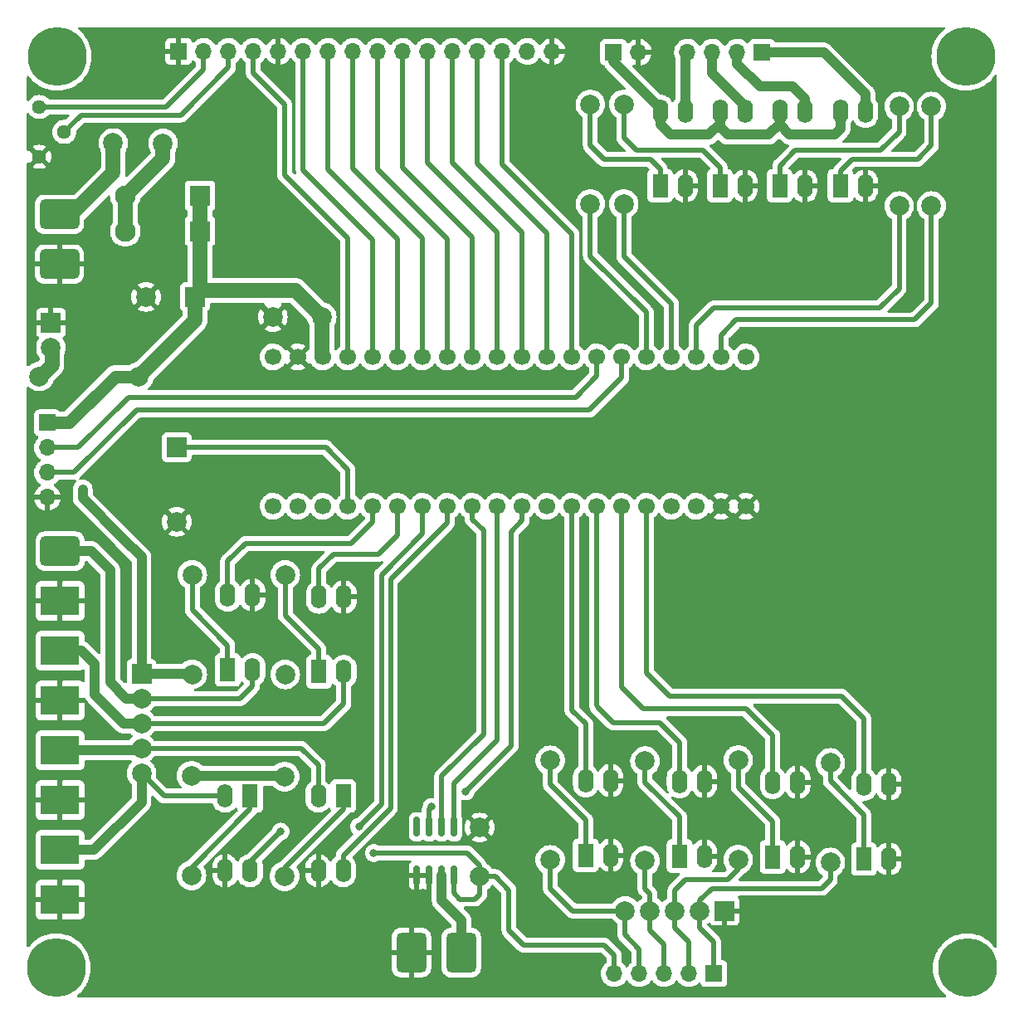
<source format=gbr>
%TF.GenerationSoftware,KiCad,Pcbnew,(6.0.8)*%
%TF.CreationDate,2023-03-03T00:45:06+05:30*%
%TF.ProjectId,STM32DryerPCB,53544d33-3244-4727-9965-725043422e6b,rev?*%
%TF.SameCoordinates,Original*%
%TF.FileFunction,Copper,L1,Top*%
%TF.FilePolarity,Positive*%
%FSLAX46Y46*%
G04 Gerber Fmt 4.6, Leading zero omitted, Abs format (unit mm)*
G04 Created by KiCad (PCBNEW (6.0.8)) date 2023-03-03 00:45:06*
%MOMM*%
%LPD*%
G01*
G04 APERTURE LIST*
G04 Aperture macros list*
%AMRoundRect*
0 Rectangle with rounded corners*
0 $1 Rounding radius*
0 $2 $3 $4 $5 $6 $7 $8 $9 X,Y pos of 4 corners*
0 Add a 4 corners polygon primitive as box body*
4,1,4,$2,$3,$4,$5,$6,$7,$8,$9,$2,$3,0*
0 Add four circle primitives for the rounded corners*
1,1,$1+$1,$2,$3*
1,1,$1+$1,$4,$5*
1,1,$1+$1,$6,$7*
1,1,$1+$1,$8,$9*
0 Add four rect primitives between the rounded corners*
20,1,$1+$1,$2,$3,$4,$5,0*
20,1,$1+$1,$4,$5,$6,$7,0*
20,1,$1+$1,$6,$7,$8,$9,0*
20,1,$1+$1,$8,$9,$2,$3,0*%
G04 Aperture macros list end*
%TA.AperFunction,ComponentPad*%
%ADD10C,1.440000*%
%TD*%
%TA.AperFunction,ComponentPad*%
%ADD11R,1.700000X1.700000*%
%TD*%
%TA.AperFunction,ComponentPad*%
%ADD12O,1.700000X1.700000*%
%TD*%
%TA.AperFunction,ComponentPad*%
%ADD13C,2.000000*%
%TD*%
%TA.AperFunction,ComponentPad*%
%ADD14R,1.600000X2.400000*%
%TD*%
%TA.AperFunction,ComponentPad*%
%ADD15O,1.600000X2.400000*%
%TD*%
%TA.AperFunction,ComponentPad*%
%ADD16C,6.000000*%
%TD*%
%TA.AperFunction,SMDPad,CuDef*%
%ADD17RoundRect,0.150000X0.150000X-0.825000X0.150000X0.825000X-0.150000X0.825000X-0.150000X-0.825000X0*%
%TD*%
%TA.AperFunction,ComponentPad*%
%ADD18R,2.000000X2.000000*%
%TD*%
%TA.AperFunction,ComponentPad*%
%ADD19RoundRect,0.416667X1.083333X1.583333X-1.083333X1.583333X-1.083333X-1.583333X1.083333X-1.583333X0*%
%TD*%
%TA.AperFunction,ComponentPad*%
%ADD20RoundRect,0.416667X-1.583333X1.083333X-1.583333X-1.083333X1.583333X-1.083333X1.583333X1.083333X0*%
%TD*%
%TA.AperFunction,ComponentPad*%
%ADD21R,4.000000X3.000000*%
%TD*%
%TA.AperFunction,ComponentPad*%
%ADD22C,1.700000*%
%TD*%
%TA.AperFunction,ComponentPad*%
%ADD23R,2.100000X2.100000*%
%TD*%
%TA.AperFunction,ComponentPad*%
%ADD24C,2.100000*%
%TD*%
%TA.AperFunction,ViaPad*%
%ADD25C,0.800000*%
%TD*%
%TA.AperFunction,Conductor*%
%ADD26C,1.000000*%
%TD*%
%TA.AperFunction,Conductor*%
%ADD27C,0.500000*%
%TD*%
%TA.AperFunction,Conductor*%
%ADD28C,1.500000*%
%TD*%
%TA.AperFunction,Conductor*%
%ADD29C,1.250000*%
%TD*%
G04 APERTURE END LIST*
D10*
%TO.P,RV601,1,1*%
%TO.N,+5V*%
X-198117500Y-55762500D03*
%TO.P,RV601,2,2*%
%TO.N,/CONNECTORS/VO*%
X-195577500Y-58302500D03*
%TO.P,RV601,3,3*%
%TO.N,GND*%
X-198117500Y-60842500D03*
%TD*%
D11*
%TO.P,J610,1,Pin_1*%
%TO.N,MID_KEY_SW_IN*%
X-129292500Y-144187500D03*
D12*
%TO.P,J610,2,Pin_2*%
%TO.N,HIGH_KEY_SW_IN*%
X-131832500Y-144187500D03*
%TO.P,J610,3,Pin_3*%
%TO.N,LOW_KEY_SW_IN*%
X-134372500Y-144187500D03*
%TO.P,J610,4,Pin_4*%
%TO.N,FN_KEY_SW_IN*%
X-136912500Y-144187500D03*
%TO.P,J610,5,Pin_5*%
%TO.N,+5V*%
X-139452500Y-144187500D03*
%TD*%
D13*
%TO.P,R302,1*%
%TO.N,DRUM_RIGHT*%
X-110392500Y-65867500D03*
%TO.P,R302,2*%
%TO.N,Net-(R302-Pad2)*%
X-110392500Y-55707500D03*
%TD*%
D14*
%TO.P,U206,1*%
%TO.N,Net-(R206-Pad2)*%
X-132792500Y-132187500D03*
D15*
%TO.P,U206,2*%
%TO.N,GND*%
X-130252500Y-132187500D03*
%TO.P,U206,3*%
X-130252500Y-124567500D03*
%TO.P,U206,4*%
%TO.N,LOW_KEY_SW*%
X-132792500Y-124567500D03*
%TD*%
D13*
%TO.P,R201,1*%
%TO.N,+5V*%
X-182592500Y-124007500D03*
%TO.P,R201,2*%
%TO.N,Net-(R201-Pad2)*%
X-182592500Y-134167500D03*
%TD*%
D11*
%TO.P,J606,1,Pin_1*%
%TO.N,+5V*%
X-197292500Y-87987500D03*
D12*
%TO.P,J606,2,Pin_2*%
%TO.N,RX*%
X-197292500Y-90527500D03*
%TO.P,J606,3,Pin_3*%
%TO.N,TX*%
X-197292500Y-93067500D03*
%TO.P,J606,4,Pin_4*%
%TO.N,GND*%
X-197292500Y-95607500D03*
%TD*%
D16*
%TO.P,H606,1*%
%TO.N,N/C*%
X-103592500Y-50600000D03*
%TD*%
D13*
%TO.P,C102,1*%
%TO.N,+5V*%
X-169292500Y-77187500D03*
%TO.P,C102,2*%
%TO.N,GND*%
X-174292500Y-77187500D03*
%TD*%
D17*
%TO.P,U501,1,GND*%
%TO.N,GND*%
X-159597500Y-134162500D03*
%TO.P,U501,2,T-*%
X-158327500Y-134162500D03*
%TO.P,U501,3,T+*%
%TO.N,TEMP+*%
X-157057500Y-134162500D03*
%TO.P,U501,4,VCC*%
%TO.N,+5V*%
X-155787500Y-134162500D03*
%TO.P,U501,5,SCK*%
%TO.N,SCK1*%
X-155787500Y-129212500D03*
%TO.P,U501,6,~{CS}*%
%TO.N,CS1*%
X-157057500Y-129212500D03*
%TO.P,U501,7,SO*%
%TO.N,MISO1*%
X-158327500Y-129212500D03*
%TO.P,U501,8*%
%TO.N,N/C*%
X-159597500Y-129212500D03*
%TD*%
D14*
%TO.P,U304,1*%
%TO.N,Net-(R304-Pad2)*%
X-134767500Y-63812500D03*
D15*
%TO.P,U304,2*%
%TO.N,GND*%
X-132227500Y-63812500D03*
%TO.P,U304,3*%
%TO.N,FAN_ULNIN*%
X-132227500Y-56192500D03*
%TO.P,U304,4*%
%TO.N,+5V*%
X-134767500Y-56192500D03*
%TD*%
D18*
%TO.P,RN201,1,common*%
%TO.N,+5V*%
X-187692500Y-113587500D03*
D13*
%TO.P,RN201,2,R1*%
%TO.N,DOOR_SW_IN*%
X-187692500Y-116127500D03*
%TO.P,RN201,3,R2*%
%TO.N,LIMIT_SW_IN*%
X-187692500Y-118667500D03*
%TO.P,RN201,4,R3*%
%TO.N,HEATER_SW_IN*%
X-187692500Y-121207500D03*
%TO.P,RN201,5,R4*%
%TO.N,SEL_ROT_SW_IN*%
X-187692500Y-123747500D03*
%TD*%
%TO.P,R203,1*%
%TO.N,+5V*%
X-173092500Y-124087500D03*
%TO.P,R203,2*%
%TO.N,Net-(R203-Pad2)*%
X-173092500Y-134247500D03*
%TD*%
D11*
%TO.P,J607,1,Pin_1*%
%TO.N,DLEFT_ULNIN*%
X-124372500Y-50187500D03*
D12*
%TO.P,J607,2,Pin_2*%
%TO.N,DRIGHT_ULNIN*%
X-126912500Y-50187500D03*
%TO.P,J607,3,Pin_3*%
%TO.N,HEATER_ULNIN*%
X-129452500Y-50187500D03*
%TO.P,J607,4,Pin_4*%
%TO.N,FAN_ULNIN*%
X-131992500Y-50187500D03*
%TD*%
D13*
%TO.P,C501,1*%
%TO.N,GND*%
X-153192500Y-129287500D03*
%TO.P,C501,2*%
%TO.N,+5V*%
X-153192500Y-134287500D03*
%TD*%
D18*
%TO.P,RN202,1,common*%
%TO.N,GND*%
X-128192500Y-137787500D03*
D13*
%TO.P,RN202,2,R1*%
%TO.N,MID_KEY_SW_IN*%
X-130732500Y-137787500D03*
%TO.P,RN202,3,R2*%
%TO.N,HIGH_KEY_SW_IN*%
X-133272500Y-137787500D03*
%TO.P,RN202,4,R3*%
%TO.N,LOW_KEY_SW_IN*%
X-135812500Y-137787500D03*
%TO.P,RN202,5,R4*%
%TO.N,FN_KEY_SW_IN*%
X-138352500Y-137787500D03*
%TD*%
D11*
%TO.P,J605,1,Pin_1*%
%TO.N,+5V*%
X-139532500Y-50187500D03*
D12*
%TO.P,J605,2,Pin_2*%
%TO.N,GND*%
X-136992500Y-50187500D03*
%TD*%
D13*
%TO.P,R207,1*%
%TO.N,HIGH_KEY_SW_IN*%
X-126817500Y-132562500D03*
%TO.P,R207,2*%
%TO.N,Net-(R207-Pad2)*%
X-126817500Y-122402500D03*
%TD*%
%TO.P,R205,1*%
%TO.N,FN_KEY_SW_IN*%
X-145992500Y-132587500D03*
%TO.P,R205,2*%
%TO.N,Net-(R205-Pad2)*%
X-145992500Y-122427500D03*
%TD*%
%TO.P,R206,1*%
%TO.N,LOW_KEY_SW_IN*%
X-136317500Y-132662500D03*
%TO.P,R206,2*%
%TO.N,Net-(R206-Pad2)*%
X-136317500Y-122502500D03*
%TD*%
D18*
%TO.P,BZ601,1,-*%
%TO.N,BUZZER*%
X-184092500Y-90487500D03*
D13*
%TO.P,BZ601,2,+*%
%TO.N,GND*%
X-184092500Y-98087500D03*
%TD*%
D14*
%TO.P,U202,1*%
%TO.N,Net-(R202-Pad2)*%
X-169592500Y-113387500D03*
D15*
%TO.P,U202,2*%
%TO.N,LIMIT_SW_IN*%
X-167052500Y-113387500D03*
%TO.P,U202,3*%
%TO.N,GND*%
X-167052500Y-105767500D03*
%TO.P,U202,4*%
%TO.N,LIMIT_SW*%
X-169592500Y-105767500D03*
%TD*%
D13*
%TO.P,R204,1*%
%TO.N,+5V*%
X-182517500Y-113642500D03*
%TO.P,R204,2*%
%TO.N,Net-(R204-Pad2)*%
X-182517500Y-103482500D03*
%TD*%
D19*
%TO.P,J611,1,Pin_1*%
%TO.N,TEMP+*%
X-155070000Y-142045000D03*
%TO.P,J611,2,Pin_2*%
%TO.N,GND*%
X-160150000Y-142045000D03*
%TD*%
D14*
%TO.P,U302,1*%
%TO.N,Net-(R302-Pad2)*%
X-122567500Y-63812500D03*
D15*
%TO.P,U302,2*%
%TO.N,GND*%
X-120027500Y-63812500D03*
%TO.P,U302,3*%
%TO.N,DRIGHT_ULNIN*%
X-120027500Y-56192500D03*
%TO.P,U302,4*%
%TO.N,+5V*%
X-122567500Y-56192500D03*
%TD*%
D13*
%TO.P,R304,1*%
%TO.N,FAN*%
X-141892500Y-65667500D03*
%TO.P,R304,2*%
%TO.N,Net-(R304-Pad2)*%
X-141892500Y-55507500D03*
%TD*%
D20*
%TO.P,J608,1,Pin_1*%
%TO.N,DOOR_SW_IN*%
X-195992500Y-101087500D03*
D21*
%TO.P,J608,2,Pin_2*%
%TO.N,GND*%
X-195992500Y-106167500D03*
%TO.P,J608,3,Pin_3*%
%TO.N,LIMIT_SW_IN*%
X-195992500Y-111247500D03*
%TO.P,J608,4,Pin_4*%
%TO.N,GND*%
X-195992500Y-116327500D03*
%TO.P,J608,5,Pin_5*%
%TO.N,HEATER_SW_IN*%
X-195992500Y-121407500D03*
%TO.P,J608,6,Pin_6*%
%TO.N,GND*%
X-195992500Y-126487500D03*
%TO.P,J608,7,Pin_7*%
%TO.N,SEL_ROT_SW_IN*%
X-195992500Y-131567500D03*
%TO.P,J608,8,Pin_8*%
%TO.N,GND*%
X-195992500Y-136647500D03*
%TD*%
D14*
%TO.P,U201,1*%
%TO.N,Net-(R201-Pad2)*%
X-176617500Y-126062500D03*
D15*
%TO.P,U201,2*%
%TO.N,SEL_ROT_SW_IN*%
X-179157500Y-126062500D03*
%TO.P,U201,3*%
%TO.N,GND*%
X-179157500Y-133682500D03*
%TO.P,U201,4*%
%TO.N,SEL_ROT_SW*%
X-176617500Y-133682500D03*
%TD*%
D14*
%TO.P,U203,1*%
%TO.N,Net-(R203-Pad2)*%
X-167117500Y-126062500D03*
D15*
%TO.P,U203,2*%
%TO.N,HEATER_SW_IN*%
X-169657500Y-126062500D03*
%TO.P,U203,3*%
%TO.N,GND*%
X-169657500Y-133682500D03*
%TO.P,U203,4*%
%TO.N,HEATER_SW*%
X-167117500Y-133682500D03*
%TD*%
D22*
%TO.P,U101,1,VBAT*%
%TO.N,unconnected-(U101-Pad1)*%
X-174257500Y-96507500D03*
%TO.P,U101,2,PC13*%
%TO.N,unconnected-(U101-Pad2)*%
X-171717500Y-96507500D03*
%TO.P,U101,3,PC14*%
%TO.N,unconnected-(U101-Pad3)*%
X-169177500Y-96507500D03*
%TO.P,U101,4,PC15*%
%TO.N,BUZZER*%
X-166637500Y-96507500D03*
%TO.P,U101,5,PA0*%
%TO.N,DOOR_SW*%
X-164097500Y-96507500D03*
%TO.P,U101,6,PA1*%
%TO.N,LIMIT_SW*%
X-161557500Y-96507500D03*
%TO.P,U101,7,PA2*%
%TO.N,SEL_ROT_SW*%
X-159017500Y-96507500D03*
%TO.P,U101,8,PA3*%
%TO.N,HEATER_SW*%
X-156477500Y-96507500D03*
%TO.P,U101,9,PA4*%
%TO.N,CS1*%
X-153937500Y-96507500D03*
%TO.P,U101,10,PA5*%
%TO.N,SCK1*%
X-151397500Y-96507500D03*
%TO.P,U101,11,PA6*%
%TO.N,MISO1*%
X-148857500Y-96507500D03*
%TO.P,U101,12,PA7*%
%TO.N,unconnected-(U101-Pad12)*%
X-146317500Y-96507500D03*
%TO.P,U101,13,PB0*%
%TO.N,FN_KEY_SW*%
X-143777500Y-96507500D03*
%TO.P,U101,14,PB1*%
%TO.N,LOW_KEY_SW*%
X-141237500Y-96507500D03*
%TO.P,U101,15,PB10*%
%TO.N,HIGH_KEY_SW*%
X-138697500Y-96507500D03*
%TO.P,U101,16,PB11*%
%TO.N,MID_KEY_SW*%
X-136157500Y-96507500D03*
%TO.P,U101,17,NRST*%
%TO.N,unconnected-(U101-Pad17)*%
X-133617500Y-96507500D03*
%TO.P,U101,18,3V3*%
%TO.N,unconnected-(U101-Pad18)*%
X-131077500Y-96507500D03*
%TO.P,U101,19,GND*%
%TO.N,GND*%
X-128537500Y-96507500D03*
%TO.P,U101,20,GND*%
X-125997500Y-96507500D03*
%TO.P,U101,21,PB12*%
%TO.N,unconnected-(U101-Pad21)*%
X-125997500Y-81267500D03*
%TO.P,U101,22,PB13*%
%TO.N,DRUM_LEFT*%
X-128537500Y-81267500D03*
%TO.P,U101,23,PB14*%
%TO.N,DRUM_RIGHT*%
X-131077500Y-81267500D03*
%TO.P,U101,24,PB15*%
%TO.N,HEATER*%
X-133617500Y-81267500D03*
%TO.P,U101,25,PA8*%
%TO.N,FAN*%
X-136157500Y-81267500D03*
%TO.P,U101,26,PA9*%
%TO.N,TX*%
X-138697500Y-81267500D03*
%TO.P,U101,27,PA10*%
%TO.N,RX*%
X-141237500Y-81267500D03*
%TO.P,U101,28,PA11*%
%TO.N,LCD_D7*%
X-143777500Y-81267500D03*
%TO.P,U101,29,PA12*%
%TO.N,LCD_D6*%
X-146317500Y-81267500D03*
%TO.P,U101,30,PA15*%
%TO.N,LCD_D5*%
X-148857500Y-81267500D03*
%TO.P,U101,31,PB3*%
%TO.N,LCD_D4*%
X-151397500Y-81267500D03*
%TO.P,U101,32,PB4*%
%TO.N,LCD_D3*%
X-153937500Y-81267500D03*
%TO.P,U101,33,PB5*%
%TO.N,LCD_D2*%
X-156477500Y-81267500D03*
%TO.P,U101,34,PB6*%
%TO.N,LCD_D1*%
X-159017500Y-81267500D03*
%TO.P,U101,35,PB7*%
%TO.N,LCD_D0*%
X-161557500Y-81267500D03*
%TO.P,U101,36,PB8*%
%TO.N,LCD_EN*%
X-164097500Y-81267500D03*
%TO.P,U101,37,PB9*%
%TO.N,LCD_RS*%
X-166637500Y-81267500D03*
%TO.P,U101,38,5V*%
%TO.N,+5V*%
X-169177500Y-81267500D03*
%TO.P,U101,39,GND*%
%TO.N,GND*%
X-171717500Y-81267500D03*
%TO.P,U101,40,3V3*%
%TO.N,unconnected-(U101-Pad40)*%
X-174257500Y-81267500D03*
%TD*%
D23*
%TO.P,D101,1,K*%
%TO.N,+5V*%
X-181722500Y-68447500D03*
D24*
%TO.P,D101,2,A*%
%TO.N,Net-(D101-Pad2)*%
X-189342500Y-68447500D03*
%TD*%
D14*
%TO.P,U301,1*%
%TO.N,Net-(R301-Pad2)*%
X-116367500Y-63812500D03*
D15*
%TO.P,U301,2*%
%TO.N,GND*%
X-113827500Y-63812500D03*
%TO.P,U301,3*%
%TO.N,DLEFT_ULNIN*%
X-113827500Y-56192500D03*
%TO.P,U301,4*%
%TO.N,+5V*%
X-116367500Y-56192500D03*
%TD*%
D13*
%TO.P,R208,1*%
%TO.N,MID_KEY_SW_IN*%
X-117417500Y-132842500D03*
%TO.P,R208,2*%
%TO.N,Net-(R208-Pad2)*%
X-117417500Y-122682500D03*
%TD*%
D16*
%TO.P,H607,1*%
%TO.N,N/C*%
X-196392500Y-143600000D03*
%TD*%
D18*
%TO.P,D102,1,K*%
%TO.N,GND*%
X-196932500Y-77772500D03*
D13*
%TO.P,D102,2,A*%
%TO.N,Net-(D102-Pad2)*%
X-196932500Y-80312500D03*
%TD*%
D14*
%TO.P,U303,1*%
%TO.N,Net-(R303-Pad2)*%
X-128667500Y-63812500D03*
D15*
%TO.P,U303,2*%
%TO.N,GND*%
X-126127500Y-63812500D03*
%TO.P,U303,3*%
%TO.N,HEATER_ULNIN*%
X-126127500Y-56192500D03*
%TO.P,U303,4*%
%TO.N,+5V*%
X-128667500Y-56192500D03*
%TD*%
D14*
%TO.P,U207,1*%
%TO.N,Net-(R207-Pad2)*%
X-123292500Y-132287500D03*
D15*
%TO.P,U207,2*%
%TO.N,GND*%
X-120752500Y-132287500D03*
%TO.P,U207,3*%
X-120752500Y-124667500D03*
%TO.P,U207,4*%
%TO.N,HIGH_KEY_SW*%
X-123292500Y-124667500D03*
%TD*%
D14*
%TO.P,U204,1*%
%TO.N,Net-(R204-Pad2)*%
X-178892500Y-113187500D03*
D15*
%TO.P,U204,2*%
%TO.N,DOOR_SW_IN*%
X-176352500Y-113187500D03*
%TO.P,U204,3*%
%TO.N,GND*%
X-176352500Y-105567500D03*
%TO.P,U204,4*%
%TO.N,DOOR_SW*%
X-178892500Y-105567500D03*
%TD*%
D14*
%TO.P,U208,1*%
%TO.N,Net-(R208-Pad2)*%
X-113992500Y-132487500D03*
D15*
%TO.P,U208,2*%
%TO.N,GND*%
X-111452500Y-132487500D03*
%TO.P,U208,3*%
X-111452500Y-124867500D03*
%TO.P,U208,4*%
%TO.N,MID_KEY_SW*%
X-113992500Y-124867500D03*
%TD*%
D16*
%TO.P,H605,1*%
%TO.N,N/C*%
X-196300000Y-50600000D03*
%TD*%
D23*
%TO.P,D101,1,K*%
%TO.N,+5V*%
X-181722500Y-64847500D03*
D24*
%TO.P,D101,2,A*%
%TO.N,Net-(D101-Pad2)*%
X-189342500Y-64847500D03*
%TD*%
D20*
%TO.P,J101,1,Pin_1*%
%TO.N,Net-(F101-Pad1)*%
X-196075000Y-66725000D03*
%TO.P,J101,2,Pin_2*%
%TO.N,GND*%
X-196075000Y-71805000D03*
%TD*%
D13*
%TO.P,R303,1*%
%TO.N,HEATER*%
X-138492500Y-65667500D03*
%TO.P,R303,2*%
%TO.N,Net-(R303-Pad2)*%
X-138492500Y-55507500D03*
%TD*%
D14*
%TO.P,U205,1*%
%TO.N,Net-(R205-Pad2)*%
X-142367500Y-132112500D03*
D15*
%TO.P,U205,2*%
%TO.N,GND*%
X-139827500Y-132112500D03*
%TO.P,U205,3*%
X-139827500Y-124492500D03*
%TO.P,U205,4*%
%TO.N,FN_KEY_SW*%
X-142367500Y-124492500D03*
%TD*%
D16*
%TO.P,H608,1*%
%TO.N,N/C*%
X-103450000Y-143600000D03*
%TD*%
D13*
%TO.P,R202,1*%
%TO.N,+5V*%
X-173017500Y-113662500D03*
%TO.P,R202,2*%
%TO.N,Net-(R202-Pad2)*%
X-173017500Y-103502500D03*
%TD*%
%TO.P,F101,1*%
%TO.N,Net-(F101-Pad1)*%
X-190572500Y-59447500D03*
%TO.P,F101,2*%
%TO.N,Net-(D101-Pad2)*%
X-185492500Y-59457500D03*
%TD*%
D18*
%TO.P,C101,1*%
%TO.N,+5V*%
X-182232500Y-75147500D03*
D13*
%TO.P,C101,2*%
%TO.N,GND*%
X-187232500Y-75147500D03*
%TD*%
%TO.P,R101,1*%
%TO.N,Net-(D102-Pad2)*%
X-198112500Y-83247500D03*
%TO.P,R101,2*%
%TO.N,+5V*%
X-187952500Y-83247500D03*
%TD*%
%TO.P,R301,1*%
%TO.N,DRUM_LEFT*%
X-107092500Y-65867500D03*
%TO.P,R301,2*%
%TO.N,Net-(R301-Pad2)*%
X-107092500Y-55707500D03*
%TD*%
D11*
%TO.P,J609,1,Pin_1*%
%TO.N,GND*%
X-183892500Y-50087500D03*
D12*
%TO.P,J609,2,Pin_2*%
%TO.N,+5V*%
X-181352500Y-50087500D03*
%TO.P,J609,3,Pin_3*%
%TO.N,/CONNECTORS/VO*%
X-178812500Y-50087500D03*
%TO.P,J609,4,Pin_4*%
%TO.N,LCD_RS*%
X-176272500Y-50087500D03*
%TO.P,J609,5,Pin_5*%
%TO.N,GND*%
X-173732500Y-50087500D03*
%TO.P,J609,6,Pin_6*%
%TO.N,LCD_EN*%
X-171192500Y-50087500D03*
%TO.P,J609,7,Pin_7*%
%TO.N,LCD_D0*%
X-168652500Y-50087500D03*
%TO.P,J609,8,Pin_8*%
%TO.N,LCD_D1*%
X-166112500Y-50087500D03*
%TO.P,J609,9,Pin_9*%
%TO.N,LCD_D2*%
X-163572500Y-50087500D03*
%TO.P,J609,10,Pin_10*%
%TO.N,LCD_D3*%
X-161032500Y-50087500D03*
%TO.P,J609,11,Pin_11*%
%TO.N,LCD_D4*%
X-158492500Y-50087500D03*
%TO.P,J609,12,Pin_12*%
%TO.N,LCD_D5*%
X-155952500Y-50087500D03*
%TO.P,J609,13,Pin_13*%
%TO.N,LCD_D6*%
X-153412500Y-50087500D03*
%TO.P,J609,14,Pin_14*%
%TO.N,LCD_D7*%
X-150872500Y-50087500D03*
%TO.P,J609,15,Pin_15*%
%TO.N,+5V*%
X-148332500Y-50087500D03*
%TO.P,J609,16,Pin_16*%
%TO.N,GND*%
X-145792500Y-50087500D03*
%TD*%
D25*
%TO.N,+5V*%
X-193692500Y-94787500D03*
%TO.N,GND*%
X-134680000Y-49900000D03*
%TO.N,MISO1*%
X-154592500Y-125587500D03*
%TO.N,GND*%
X-176590000Y-77840000D03*
%TO.N,+5V*%
X-163992500Y-131887500D03*
%TO.N,GND*%
X-128330000Y-99430000D03*
%TO.N,SEL_ROT_SW*%
X-165492500Y-129187500D03*
%TO.N,MISO1*%
X-158092500Y-127187500D03*
%TO.N,GND*%
X-123250000Y-98160000D03*
%TO.N,SEL_ROT_SW*%
X-173492500Y-129687500D03*
%TO.N,GND*%
X-190560000Y-76570000D03*
X-128330000Y-68950000D03*
X-123250000Y-95620000D03*
X-161350000Y-136260000D03*
X-129600000Y-68950000D03*
X-125790000Y-99430000D03*
X-190560000Y-71490000D03*
X-176590000Y-79110000D03*
X-190560000Y-74030000D03*
X-174050000Y-84190000D03*
X-127060000Y-99430000D03*
X-127060000Y-68950000D03*
X-161350000Y-134990000D03*
X-171510000Y-84190000D03*
X-161350000Y-133720000D03*
X-123250000Y-96890000D03*
X-130870000Y-68950000D03*
X-124520000Y-99430000D03*
X-134680000Y-48630000D03*
X-176590000Y-76570000D03*
X-134680000Y-51170000D03*
X-133410000Y-68950000D03*
X-123250000Y-99430000D03*
X-132140000Y-68950000D03*
X-172780000Y-84190000D03*
%TD*%
D26*
%TO.N,FAN_ULNIN*%
X-132227500Y-50422500D02*
X-131992500Y-50187500D01*
X-132227500Y-56192500D02*
X-132227500Y-50422500D01*
D27*
%TO.N,SEL_ROT_SW_IN*%
X-185377500Y-126062500D02*
X-187692500Y-123747500D01*
D26*
%TO.N,DLEFT_ULNIN*%
X-118092500Y-50187500D02*
X-124372500Y-50187500D01*
D27*
%TO.N,SEL_ROT_SW_IN*%
X-179157500Y-126062500D02*
X-185377500Y-126062500D01*
D26*
%TO.N,DRIGHT_ULNIN*%
X-126912500Y-51389581D02*
X-126912500Y-50187500D01*
D27*
%TO.N,HEATER_SW_IN*%
X-169657500Y-122922500D02*
X-171372500Y-121207500D01*
%TO.N,MISO1*%
X-149992500Y-99087500D02*
X-149992500Y-120987500D01*
%TO.N,SCK1*%
X-151397500Y-96507500D02*
X-151397500Y-120392500D01*
%TO.N,CS1*%
X-153937500Y-96507500D02*
X-153937500Y-97842500D01*
X-157057500Y-124052500D02*
X-157057500Y-129212500D01*
D26*
%TO.N,SEL_ROT_SW_IN*%
X-187692500Y-126687500D02*
X-187692500Y-123747500D01*
%TO.N,DLEFT_ULNIN*%
X-113827500Y-56192500D02*
X-113827500Y-54452500D01*
%TO.N,SEL_ROT_SW_IN*%
X-192572500Y-131567500D02*
X-187692500Y-126687500D01*
D27*
%TO.N,CS1*%
X-152792500Y-98987500D02*
X-152792500Y-119787500D01*
%TO.N,LIMIT_SW_IN*%
X-167052500Y-113387500D02*
X-167052500Y-116647500D01*
X-167052500Y-116647500D02*
X-169072500Y-118667500D01*
%TO.N,CS1*%
X-152792500Y-119787500D02*
X-157057500Y-124052500D01*
%TO.N,SCK1*%
X-155792500Y-129207500D02*
X-155787500Y-129212500D01*
D26*
%TO.N,LIMIT_SW_IN*%
X-189512500Y-118667500D02*
X-187692500Y-118667500D01*
D27*
%TO.N,CS1*%
X-153937500Y-97842500D02*
X-152792500Y-98987500D01*
D26*
%TO.N,HEATER_SW_IN*%
X-195992500Y-121407500D02*
X-187892500Y-121407500D01*
D27*
%TO.N,MISO1*%
X-149992500Y-120987500D02*
X-154592500Y-125587500D01*
D26*
%TO.N,HEATER_ULNIN*%
X-129452500Y-52327500D02*
X-129452500Y-50187500D01*
%TO.N,DRIGHT_ULNIN*%
X-120027500Y-56192500D02*
X-120027500Y-54952500D01*
D27*
%TO.N,MISO1*%
X-158327500Y-129212500D02*
X-158327500Y-127422500D01*
D26*
%TO.N,LIMIT_SW_IN*%
X-192492500Y-115687500D02*
X-189512500Y-118667500D01*
%TO.N,HEATER_ULNIN*%
X-126127500Y-55652500D02*
X-129452500Y-52327500D01*
D27*
%TO.N,SCK1*%
X-151397500Y-120392500D02*
X-155792500Y-124787500D01*
D26*
%TO.N,HEATER_ULNIN*%
X-126127500Y-56192500D02*
X-126127500Y-55652500D01*
%TO.N,DLEFT_ULNIN*%
X-113827500Y-54452500D02*
X-118092500Y-50187500D01*
D27*
%TO.N,MISO1*%
X-148857500Y-97952500D02*
X-149992500Y-99087500D01*
D26*
%TO.N,DRIGHT_ULNIN*%
X-121292500Y-53687500D02*
X-124614581Y-53687500D01*
%TO.N,LIMIT_SW_IN*%
X-195992500Y-111247500D02*
X-193832500Y-111247500D01*
%TO.N,DOOR_SW_IN*%
X-190892500Y-114487500D02*
X-189252500Y-116127500D01*
%TO.N,LIMIT_SW_IN*%
X-193832500Y-111247500D02*
X-192492500Y-112587500D01*
%TO.N,DRIGHT_ULNIN*%
X-124614581Y-53687500D02*
X-126912500Y-51389581D01*
D27*
%TO.N,HEATER_SW_IN*%
X-169657500Y-126062500D02*
X-169657500Y-122922500D01*
D26*
%TO.N,SEL_ROT_SW_IN*%
X-195992500Y-131567500D02*
X-192572500Y-131567500D01*
D27*
%TO.N,SCK1*%
X-155792500Y-124787500D02*
X-155792500Y-129207500D01*
D26*
%TO.N,DRIGHT_ULNIN*%
X-120027500Y-54952500D02*
X-121292500Y-53687500D01*
D27*
%TO.N,MISO1*%
X-148857500Y-96507500D02*
X-148857500Y-97952500D01*
D26*
%TO.N,HEATER_SW_IN*%
X-187892500Y-121407500D02*
X-187692500Y-121207500D01*
D27*
X-171372500Y-121207500D02*
X-187692500Y-121207500D01*
D26*
%TO.N,LIMIT_SW_IN*%
X-192492500Y-112587500D02*
X-192492500Y-115687500D01*
D27*
X-169072500Y-118667500D02*
X-187692500Y-118667500D01*
%TO.N,MISO1*%
X-158327500Y-127422500D02*
X-158092500Y-127187500D01*
%TO.N,DRUM_LEFT*%
X-128537500Y-79032500D02*
X-126992500Y-77487500D01*
%TO.N,FAN*%
X-141892500Y-70987500D02*
X-141892500Y-65667500D01*
%TO.N,Net-(R302-Pad2)*%
X-122567500Y-61762500D02*
X-120992500Y-60187500D01*
%TO.N,Net-(R304-Pad2)*%
X-134767500Y-62112500D02*
X-135792500Y-61087500D01*
%TO.N,Net-(R303-Pad2)*%
X-138492500Y-58887500D02*
X-138492500Y-55507500D01*
%TO.N,Net-(R301-Pad2)*%
X-115192500Y-61087500D02*
X-108492500Y-61087500D01*
X-116367500Y-63812500D02*
X-116367500Y-62262500D01*
%TO.N,Net-(R302-Pad2)*%
X-110392500Y-58287500D02*
X-110392500Y-55707500D01*
%TO.N,Net-(R304-Pad2)*%
X-135792500Y-61087500D02*
X-140492500Y-61087500D01*
%TO.N,HEATER*%
X-133617500Y-75862500D02*
X-138492500Y-70987500D01*
%TO.N,DRUM_LEFT*%
X-128537500Y-81267500D02*
X-128537500Y-79032500D01*
%TO.N,Net-(R301-Pad2)*%
X-108492500Y-61087500D02*
X-107092500Y-59687500D01*
%TO.N,DOOR_SW_IN*%
X-176352500Y-114847500D02*
X-177632500Y-116127500D01*
D26*
X-189252500Y-116127500D02*
X-187692500Y-116127500D01*
D27*
%TO.N,Net-(R302-Pad2)*%
X-112292500Y-60187500D02*
X-110392500Y-58287500D01*
%TO.N,DRUM_RIGHT*%
X-129292500Y-76287500D02*
X-112392500Y-76287500D01*
%TO.N,Net-(R301-Pad2)*%
X-107092500Y-59687500D02*
X-107092500Y-55707500D01*
%TO.N,DOOR_SW_IN*%
X-176352500Y-113187500D02*
X-176352500Y-114847500D01*
%TO.N,Net-(R304-Pad2)*%
X-134767500Y-63812500D02*
X-134767500Y-62112500D01*
%TO.N,Net-(R302-Pad2)*%
X-122567500Y-63812500D02*
X-122567500Y-61762500D01*
D26*
%TO.N,DOOR_SW_IN*%
X-190892500Y-102987500D02*
X-190892500Y-114487500D01*
D27*
%TO.N,FAN*%
X-136157500Y-76722500D02*
X-141892500Y-70987500D01*
%TO.N,Net-(R303-Pad2)*%
X-128667500Y-61912500D02*
X-130392500Y-60187500D01*
%TO.N,DRUM_RIGHT*%
X-112392500Y-76287500D02*
X-110392500Y-74287500D01*
%TO.N,HEATER*%
X-133617500Y-81267500D02*
X-133617500Y-75862500D01*
%TO.N,Net-(R301-Pad2)*%
X-116367500Y-62262500D02*
X-115192500Y-61087500D01*
%TO.N,Net-(R303-Pad2)*%
X-137192500Y-60187500D02*
X-138492500Y-58887500D01*
%TO.N,Net-(R302-Pad2)*%
X-120992500Y-60187500D02*
X-112292500Y-60187500D01*
%TO.N,DRUM_RIGHT*%
X-131077500Y-81267500D02*
X-131077500Y-78072500D01*
%TO.N,Net-(R303-Pad2)*%
X-128667500Y-63812500D02*
X-128667500Y-61912500D01*
%TO.N,DRUM_LEFT*%
X-108792500Y-77487500D02*
X-107092500Y-75787500D01*
%TO.N,FAN*%
X-136157500Y-81267500D02*
X-136157500Y-76722500D01*
%TO.N,DRUM_LEFT*%
X-126992500Y-77487500D02*
X-108792500Y-77487500D01*
%TO.N,Net-(R304-Pad2)*%
X-141892500Y-59687500D02*
X-141892500Y-55507500D01*
X-140492500Y-61087500D02*
X-141892500Y-59687500D01*
%TO.N,DRUM_RIGHT*%
X-110392500Y-74287500D02*
X-110392500Y-65867500D01*
%TO.N,HEATER*%
X-138492500Y-70987500D02*
X-138492500Y-65667500D01*
D26*
%TO.N,DOOR_SW_IN*%
X-192792500Y-101087500D02*
X-190892500Y-102987500D01*
X-195992500Y-101087500D02*
X-192792500Y-101087500D01*
D27*
%TO.N,Net-(R303-Pad2)*%
X-130392500Y-60187500D02*
X-137192500Y-60187500D01*
%TO.N,DOOR_SW_IN*%
X-177632500Y-116127500D02*
X-187692500Y-116127500D01*
%TO.N,DRUM_RIGHT*%
X-131077500Y-78072500D02*
X-129292500Y-76287500D01*
%TO.N,Net-(R208-Pad2)*%
X-117417500Y-122682500D02*
X-117417500Y-124562500D01*
X-117417500Y-124562500D02*
X-113992500Y-127987500D01*
%TO.N,HIGH_KEY_SW_IN*%
X-133272500Y-137787500D02*
X-133272500Y-135667500D01*
%TO.N,FN_KEY_SW_IN*%
X-138352500Y-137787500D02*
X-138352500Y-140227500D01*
%TO.N,HIGH_KEY_SW_IN*%
X-133272500Y-135667500D02*
X-132192500Y-134587500D01*
%TO.N,MID_KEY_SW_IN*%
X-130732500Y-136727500D02*
X-129492500Y-135487500D01*
X-117417500Y-134612500D02*
X-117417500Y-132842500D01*
X-129492500Y-135487500D02*
X-118292500Y-135487500D01*
X-130732500Y-137787500D02*
X-130732500Y-139547500D01*
X-130732500Y-137787500D02*
X-130732500Y-136727500D01*
X-129292500Y-140987500D02*
X-129292500Y-144187500D01*
%TO.N,Net-(R206-Pad2)*%
X-136317500Y-122502500D02*
X-136317500Y-124662500D01*
%TO.N,FN_KEY_SW_IN*%
X-138352500Y-140227500D02*
X-136912500Y-141667500D01*
X-145992500Y-132587500D02*
X-145992500Y-135487500D01*
%TO.N,Net-(R207-Pad2)*%
X-123292500Y-128687500D02*
X-123292500Y-132287500D01*
%TO.N,FN_KEY_SW_IN*%
X-143692500Y-137787500D02*
X-138352500Y-137787500D01*
X-136912500Y-141667500D02*
X-136912500Y-144187500D01*
%TO.N,DRUM_LEFT*%
X-107092500Y-75787500D02*
X-107092500Y-65867500D01*
%TO.N,Net-(R208-Pad2)*%
X-113992500Y-127987500D02*
X-113992500Y-132487500D01*
%TO.N,Net-(R206-Pad2)*%
X-132792500Y-128187500D02*
X-132792500Y-132187500D01*
%TO.N,LOW_KEY_SW_IN*%
X-136317500Y-135562500D02*
X-135812500Y-136067500D01*
X-134372500Y-141207500D02*
X-134372500Y-144187500D01*
%TO.N,Net-(R204-Pad2)*%
X-178892500Y-110687500D02*
X-178892500Y-113187500D01*
%TO.N,MID_KEY_SW_IN*%
X-130732500Y-139547500D02*
X-129292500Y-140987500D01*
%TO.N,LOW_KEY_SW_IN*%
X-135812500Y-137787500D02*
X-135812500Y-139767500D01*
%TO.N,MID_KEY_SW_IN*%
X-118292500Y-135487500D02*
X-117417500Y-134612500D01*
%TO.N,HIGH_KEY_SW_IN*%
X-133272500Y-137787500D02*
X-133272500Y-139507500D01*
%TO.N,Net-(R204-Pad2)*%
X-182517500Y-103482500D02*
X-182517500Y-107062500D01*
%TO.N,HIGH_KEY_SW_IN*%
X-133272500Y-139507500D02*
X-131832500Y-140947500D01*
%TO.N,Net-(R205-Pad2)*%
X-145992500Y-122427500D02*
X-145992500Y-124887500D01*
%TO.N,LOW_KEY_SW_IN*%
X-135812500Y-139767500D02*
X-134372500Y-141207500D01*
%TO.N,Net-(R205-Pad2)*%
X-145992500Y-124887500D02*
X-142367500Y-128512500D01*
X-142367500Y-128512500D02*
X-142367500Y-132112500D01*
%TO.N,HIGH_KEY_SW_IN*%
X-126817500Y-133512500D02*
X-126817500Y-132562500D01*
%TO.N,Net-(R207-Pad2)*%
X-126817500Y-125162500D02*
X-123292500Y-128687500D01*
%TO.N,FN_KEY_SW_IN*%
X-145992500Y-135487500D02*
X-143692500Y-137787500D01*
%TO.N,Net-(R207-Pad2)*%
X-126817500Y-122402500D02*
X-126817500Y-125162500D01*
%TO.N,HIGH_KEY_SW_IN*%
X-132192500Y-134587500D02*
X-127892500Y-134587500D01*
%TO.N,LOW_KEY_SW_IN*%
X-135812500Y-136067500D02*
X-135812500Y-137787500D01*
%TO.N,HIGH_KEY_SW_IN*%
X-131832500Y-140947500D02*
X-131832500Y-144187500D01*
X-127892500Y-134587500D02*
X-126817500Y-133512500D01*
%TO.N,Net-(R206-Pad2)*%
X-136317500Y-124662500D02*
X-132792500Y-128187500D01*
%TO.N,LOW_KEY_SW_IN*%
X-136317500Y-132662500D02*
X-136317500Y-135562500D01*
%TO.N,/CONNECTORS/VO*%
X-178812500Y-50087500D02*
X-178812500Y-51707500D01*
%TO.N,HEATER_SW*%
X-167117500Y-133682500D02*
X-167117500Y-132112500D01*
X-162292500Y-103987500D02*
X-156477500Y-98172500D01*
%TO.N,LIMIT_SW*%
X-161557500Y-99452500D02*
X-163492500Y-101387500D01*
%TO.N,SEL_ROT_SW*%
X-159017500Y-99312500D02*
X-159017500Y-96507500D01*
D26*
%TO.N,TEMP+*%
X-157057500Y-134162500D02*
X-157057500Y-136722500D01*
D27*
%TO.N,Net-(R202-Pad2)*%
X-173017500Y-107662500D02*
X-169592500Y-111087500D01*
X-169592500Y-111087500D02*
X-169592500Y-113387500D01*
X-173017500Y-103502500D02*
X-173017500Y-107662500D01*
%TO.N,SEL_ROT_SW*%
X-176617500Y-133682500D02*
X-176617500Y-132812500D01*
%TO.N,LIMIT_SW*%
X-163492500Y-101387500D02*
X-168092500Y-101387500D01*
%TO.N,SEL_ROT_SW*%
X-163192500Y-103487500D02*
X-159017500Y-99312500D01*
%TO.N,HEATER_SW*%
X-167117500Y-132112500D02*
X-162292500Y-127287500D01*
%TO.N,Net-(R201-Pad2)*%
X-182592500Y-133387500D02*
X-176617500Y-127412500D01*
X-176617500Y-127412500D02*
X-176617500Y-126062500D01*
X-182592500Y-134167500D02*
X-182592500Y-133387500D01*
%TO.N,LIMIT_SW*%
X-161557500Y-96507500D02*
X-161557500Y-99452500D01*
%TO.N,/CONNECTORS/VO*%
X-193862500Y-56587500D02*
X-195577500Y-58302500D01*
%TO.N,SEL_ROT_SW*%
X-163192500Y-126887500D02*
X-163192500Y-103487500D01*
%TO.N,DOOR_SW*%
X-166292500Y-100287500D02*
X-164097500Y-98092500D01*
%TO.N,SEL_ROT_SW*%
X-176617500Y-132812500D02*
X-173492500Y-129687500D01*
%TO.N,Net-(R203-Pad2)*%
X-173092500Y-134247500D02*
X-173092500Y-133387500D01*
%TO.N,SEL_ROT_SW*%
X-165492500Y-129187500D02*
X-163192500Y-126887500D01*
%TO.N,LIMIT_SW*%
X-169592500Y-102887500D02*
X-169592500Y-105767500D01*
X-168092500Y-101387500D02*
X-169592500Y-102887500D01*
D26*
%TO.N,TEMP+*%
X-157057500Y-136722500D02*
X-155070000Y-138710000D01*
D27*
%TO.N,/CONNECTORS/VO*%
X-183692500Y-56587500D02*
X-193862500Y-56587500D01*
%TO.N,Net-(R204-Pad2)*%
X-182517500Y-107062500D02*
X-178892500Y-110687500D01*
%TO.N,Net-(R203-Pad2)*%
X-173092500Y-133387500D02*
X-167117500Y-127412500D01*
X-167117500Y-127412500D02*
X-167117500Y-126062500D01*
%TO.N,HEATER_SW*%
X-162292500Y-127287500D02*
X-162292500Y-103987500D01*
D26*
%TO.N,TEMP+*%
X-155070000Y-138710000D02*
X-155070000Y-142045000D01*
D27*
%TO.N,/CONNECTORS/VO*%
X-178812500Y-51707500D02*
X-183692500Y-56587500D01*
%TO.N,HEATER_SW*%
X-156477500Y-98172500D02*
X-156477500Y-96507500D01*
%TO.N,LOW_KEY_SW*%
X-132792500Y-124567500D02*
X-132792500Y-120587500D01*
%TO.N,RX*%
X-141237500Y-83232500D02*
X-143392500Y-85387500D01*
X-143392500Y-85387500D02*
X-188992500Y-85387500D01*
%TO.N,LCD_D0*%
X-168652500Y-62127500D02*
X-161557500Y-69222500D01*
%TO.N,HIGH_KEY_SW*%
X-123292500Y-124667500D02*
X-123292500Y-119887500D01*
%TO.N,LCD_EN*%
X-171192500Y-62187500D02*
X-164097500Y-69282500D01*
%TO.N,TX*%
X-194572500Y-93067500D02*
X-197292500Y-93067500D01*
%TO.N,LCD_D2*%
X-156477500Y-69202500D02*
X-156477500Y-81267500D01*
%TO.N,LCD_EN*%
X-164097500Y-81267500D02*
X-164097500Y-69282500D01*
%TO.N,HIGH_KEY_SW*%
X-136492500Y-117187500D02*
X-138697500Y-114982500D01*
%TO.N,LCD_D3*%
X-153937500Y-69042500D02*
X-153937500Y-81267500D01*
%TO.N,TX*%
X-138697500Y-81267500D02*
X-138697500Y-83392500D01*
%TO.N,LCD_D6*%
X-146317500Y-81267500D02*
X-146317500Y-68662500D01*
%TO.N,MID_KEY_SW*%
X-136157500Y-113522500D02*
X-136157500Y-96507500D01*
%TO.N,LOW_KEY_SW*%
X-134792500Y-118587500D02*
X-139592500Y-118587500D01*
%TO.N,LCD_D2*%
X-163572500Y-62107500D02*
X-156477500Y-69202500D01*
%TO.N,TX*%
X-188192500Y-86687500D02*
X-194572500Y-93067500D01*
%TO.N,FN_KEY_SW*%
X-143777500Y-102572500D02*
X-143777500Y-96507500D01*
%TO.N,MID_KEY_SW*%
X-116292500Y-115887500D02*
X-133792500Y-115887500D01*
%TO.N,TX*%
X-138697500Y-83392500D02*
X-141992500Y-86687500D01*
X-141992500Y-86687500D02*
X-188192500Y-86687500D01*
%TO.N,HIGH_KEY_SW*%
X-123292500Y-119887500D02*
X-125992500Y-117187500D01*
%TO.N,LCD_D1*%
X-159017500Y-69162500D02*
X-159017500Y-81267500D01*
%TO.N,FN_KEY_SW*%
X-142367500Y-118712500D02*
X-143792500Y-117287500D01*
X-143792500Y-102587500D02*
X-143777500Y-102572500D01*
%TO.N,MID_KEY_SW*%
X-113992500Y-118187500D02*
X-116292500Y-115887500D01*
%TO.N,LOW_KEY_SW*%
X-139592500Y-118587500D02*
X-141192500Y-116987500D01*
%TO.N,LCD_D6*%
X-146317500Y-68662500D02*
X-153412500Y-61567500D01*
%TO.N,LOW_KEY_SW*%
X-141192500Y-116887500D02*
X-141237500Y-116842500D01*
%TO.N,LCD_D3*%
X-161032500Y-61947500D02*
X-153937500Y-69042500D01*
%TO.N,LCD_D2*%
X-163572500Y-50087500D02*
X-163572500Y-62107500D01*
%TO.N,LOW_KEY_SW*%
X-141192500Y-116987500D02*
X-141192500Y-116887500D01*
X-141237500Y-116842500D02*
X-141237500Y-96507500D01*
%TO.N,LCD_D7*%
X-143777500Y-81267500D02*
X-143777500Y-68702500D01*
%TO.N,LCD_EN*%
X-171192500Y-50087500D02*
X-171192500Y-62187500D01*
%TO.N,LCD_D3*%
X-161032500Y-50087500D02*
X-161032500Y-61947500D01*
%TO.N,DOOR_SW*%
X-177092500Y-100287500D02*
X-166292500Y-100287500D01*
X-178892500Y-102087500D02*
X-177092500Y-100287500D01*
%TO.N,RX*%
X-188992500Y-85387500D02*
X-194132500Y-90527500D01*
%TO.N,LCD_D5*%
X-148857500Y-68522500D02*
X-155952500Y-61427500D01*
%TO.N,FN_KEY_SW*%
X-142367500Y-124492500D02*
X-142367500Y-118712500D01*
X-143792500Y-117287500D02*
X-143792500Y-102587500D01*
%TO.N,MID_KEY_SW*%
X-133792500Y-115887500D02*
X-136157500Y-113522500D01*
X-113992500Y-124867500D02*
X-113992500Y-118187500D01*
%TO.N,LCD_D4*%
X-151397500Y-68582500D02*
X-151397500Y-81267500D01*
%TO.N,LCD_EN*%
X-164092500Y-81262500D02*
X-164097500Y-81267500D01*
%TO.N,LOW_KEY_SW*%
X-132792500Y-120587500D02*
X-134792500Y-118587500D01*
%TO.N,LCD_D5*%
X-155952500Y-61427500D02*
X-155952500Y-50087500D01*
%TO.N,LCD_D7*%
X-150872500Y-61607500D02*
X-150872500Y-50087500D01*
%TO.N,LCD_D6*%
X-153412500Y-61567500D02*
X-153412500Y-50087500D01*
%TO.N,LCD_D0*%
X-168652500Y-50087500D02*
X-168652500Y-62127500D01*
%TO.N,LCD_D5*%
X-148857500Y-81267500D02*
X-148857500Y-68522500D01*
%TO.N,LCD_D0*%
X-161557500Y-69222500D02*
X-161557500Y-81267500D01*
%TO.N,HIGH_KEY_SW*%
X-125992500Y-117187500D02*
X-136492500Y-117187500D01*
%TO.N,LCD_D4*%
X-158492500Y-50087500D02*
X-158492500Y-61487500D01*
%TO.N,LCD_D1*%
X-166112500Y-50087500D02*
X-166112500Y-62067500D01*
%TO.N,DOOR_SW*%
X-164097500Y-98092500D02*
X-164097500Y-96507500D01*
X-178892500Y-105567500D02*
X-178892500Y-102087500D01*
%TO.N,RX*%
X-141237500Y-81267500D02*
X-141237500Y-83232500D01*
%TO.N,LCD_D7*%
X-143777500Y-68702500D02*
X-150872500Y-61607500D01*
%TO.N,HIGH_KEY_SW*%
X-138697500Y-114982500D02*
X-138697500Y-96507500D01*
%TO.N,LCD_D1*%
X-166112500Y-62067500D02*
X-159017500Y-69162500D01*
%TO.N,LCD_D4*%
X-158492500Y-61487500D02*
X-151397500Y-68582500D01*
%TO.N,RX*%
X-194132500Y-90527500D02*
X-197292500Y-90527500D01*
D28*
%TO.N,Net-(F101-Pad1)*%
X-196075000Y-66725000D02*
X-194810000Y-66725000D01*
X-190572500Y-62487500D02*
X-190572500Y-59447500D01*
D27*
%TO.N,LCD_RS*%
X-166637500Y-69142500D02*
X-173092500Y-62687500D01*
X-176272500Y-52307500D02*
X-176272500Y-50087500D01*
X-173092500Y-55487500D02*
X-176272500Y-52307500D01*
X-173092500Y-62687500D02*
X-173092500Y-55487500D01*
X-166637500Y-81267500D02*
X-166637500Y-69142500D01*
D28*
%TO.N,Net-(F101-Pad1)*%
X-194810000Y-66725000D02*
X-190572500Y-62487500D01*
%TO.N,Net-(D101-Pad2)*%
X-185492500Y-59457500D02*
X-185492500Y-60997500D01*
X-185492500Y-60997500D02*
X-189342500Y-64847500D01*
X-189342500Y-64847500D02*
X-189342500Y-68447500D01*
%TO.N,Net-(D102-Pad2)*%
X-196832500Y-80312500D02*
X-196832500Y-82067500D01*
X-196832500Y-82067500D02*
X-198012500Y-83247500D01*
D27*
%TO.N,+5V*%
X-181352500Y-50087500D02*
X-181352500Y-51947500D01*
X-154492500Y-131887500D02*
X-153192500Y-133187500D01*
D26*
X-187692500Y-113587500D02*
X-187692500Y-101687500D01*
D27*
X-153192500Y-136087500D02*
X-153192500Y-134287500D01*
D29*
X-197292500Y-87987500D02*
X-195092500Y-87987500D01*
X-195092500Y-87987500D02*
X-190352500Y-83247500D01*
D26*
X-123692500Y-58587500D02*
X-127892500Y-58587500D01*
X-122567500Y-57592500D02*
X-122567500Y-56192500D01*
X-121572500Y-58587500D02*
X-122567500Y-57592500D01*
X-134767500Y-56192500D02*
X-134767500Y-55912500D01*
X-173172500Y-124007500D02*
X-173092500Y-124087500D01*
D27*
X-148692500Y-141287500D02*
X-140492500Y-141287500D01*
D26*
X-134767500Y-55912500D02*
X-139532500Y-51147500D01*
X-182572500Y-113587500D02*
X-182517500Y-113642500D01*
X-116367500Y-56192500D02*
X-116367500Y-57962500D01*
X-133692500Y-58587500D02*
X-134767500Y-57512500D01*
X-189592500Y-99787500D02*
X-193692500Y-95687500D01*
D27*
X-140492500Y-141287500D02*
X-139452500Y-142327500D01*
D26*
X-193692500Y-95687500D02*
X-193692500Y-94787500D01*
D28*
X-169292500Y-77187500D02*
X-171992500Y-74487500D01*
X-182232500Y-75147500D02*
X-182232500Y-77527500D01*
D26*
X-139532500Y-51147500D02*
X-139532500Y-50187500D01*
D27*
X-181352500Y-51947500D02*
X-185167500Y-55762500D01*
D26*
X-187692500Y-113587500D02*
X-182572500Y-113587500D01*
D28*
X-182232500Y-77527500D02*
X-187952500Y-83247500D01*
D27*
X-150192500Y-135687500D02*
X-150192500Y-139787500D01*
X-139452500Y-144187500D02*
X-139452500Y-142327500D01*
D26*
X-128667500Y-57462500D02*
X-129792500Y-58587500D01*
X-127892500Y-58587500D02*
X-128667500Y-57812500D01*
X-134767500Y-57512500D02*
X-134767500Y-56192500D01*
D27*
X-163992500Y-131887500D02*
X-154492500Y-131887500D01*
D28*
X-181722500Y-74637500D02*
X-182232500Y-75147500D01*
D26*
X-128667500Y-57812500D02*
X-128667500Y-56192500D01*
D28*
X-181722500Y-68447500D02*
X-181722500Y-74637500D01*
D26*
X-116367500Y-57962500D02*
X-116992500Y-58587500D01*
D27*
X-185167500Y-55762500D02*
X-198117500Y-55762500D01*
D26*
X-122567500Y-57462500D02*
X-123692500Y-58587500D01*
D27*
X-151592500Y-134287500D02*
X-150192500Y-135687500D01*
X-150192500Y-139787500D02*
X-148692500Y-141287500D01*
X-155787500Y-135992500D02*
X-155192500Y-136587500D01*
%TO.N,BUZZER*%
X-168892500Y-90487500D02*
X-184092500Y-90487500D01*
X-166637500Y-92742500D02*
X-168892500Y-90487500D01*
D28*
%TO.N,+5V*%
X-181572500Y-74487500D02*
X-182232500Y-75147500D01*
D27*
X-155787500Y-134162500D02*
X-155787500Y-135992500D01*
D26*
X-182592500Y-124007500D02*
X-173172500Y-124007500D01*
X-116992500Y-58587500D02*
X-121572500Y-58587500D01*
D28*
X-181722500Y-68447500D02*
X-181722500Y-64847500D01*
D26*
X-187692500Y-101687500D02*
X-189592500Y-99787500D01*
D27*
X-153692500Y-136587500D02*
X-153192500Y-136087500D01*
D28*
X-169292500Y-81152500D02*
X-169177500Y-81267500D01*
D27*
X-153192500Y-133187500D02*
X-153192500Y-134287500D01*
D26*
X-122567500Y-56192500D02*
X-122567500Y-57462500D01*
D28*
X-169292500Y-77187500D02*
X-169292500Y-81152500D01*
D26*
X-128667500Y-56192500D02*
X-128667500Y-57462500D01*
D27*
X-155192500Y-136587500D02*
X-153692500Y-136587500D01*
D28*
X-171992500Y-74487500D02*
X-181572500Y-74487500D01*
D29*
X-190352500Y-83247500D02*
X-187952500Y-83247500D01*
D27*
%TO.N,BUZZER*%
X-166637500Y-96507500D02*
X-166637500Y-92742500D01*
D26*
%TO.N,+5V*%
X-129792500Y-58587500D02*
X-133692500Y-58587500D01*
D27*
X-153192500Y-134287500D02*
X-151592500Y-134287500D01*
%TD*%
%TA.AperFunction,Conductor*%
%TO.N,GND*%
G36*
X-105761059Y-47628502D02*
G01*
X-105714566Y-47682158D01*
X-105704462Y-47752432D01*
X-105733956Y-47817012D01*
X-105749886Y-47832420D01*
X-105943367Y-47989098D01*
X-106203402Y-48249133D01*
X-106434832Y-48534925D01*
X-106436634Y-48537700D01*
X-106630192Y-48835755D01*
X-106635120Y-48843343D01*
X-106636615Y-48846277D01*
X-106636619Y-48846284D01*
X-106771062Y-49110144D01*
X-106802073Y-49171006D01*
X-106862966Y-49329638D01*
X-106932162Y-49509901D01*
X-106933861Y-49514326D01*
X-107029041Y-49869541D01*
X-107039171Y-49933500D01*
X-107074942Y-50159351D01*
X-107086569Y-50232759D01*
X-107105815Y-50600000D01*
X-107086569Y-50967241D01*
X-107086056Y-50970481D01*
X-107086055Y-50970489D01*
X-107065822Y-51098233D01*
X-107029041Y-51330459D01*
X-106933861Y-51685674D01*
X-106932676Y-51688762D01*
X-106932675Y-51688764D01*
X-106889250Y-51801890D01*
X-106802073Y-52028994D01*
X-106800575Y-52031934D01*
X-106637598Y-52351793D01*
X-106635120Y-52356657D01*
X-106633324Y-52359423D01*
X-106633322Y-52359426D01*
X-106526105Y-52524526D01*
X-106434832Y-52665075D01*
X-106203402Y-52950867D01*
X-105943367Y-53210902D01*
X-105657575Y-53442332D01*
X-105349158Y-53642620D01*
X-105346224Y-53644115D01*
X-105346217Y-53644119D01*
X-105087758Y-53775810D01*
X-105021494Y-53809573D01*
X-104678174Y-53941361D01*
X-104322959Y-54036541D01*
X-104140037Y-54065513D01*
X-103962989Y-54093555D01*
X-103962981Y-54093556D01*
X-103959741Y-54094069D01*
X-103592500Y-54113315D01*
X-103225259Y-54094069D01*
X-103222019Y-54093556D01*
X-103222011Y-54093555D01*
X-103044963Y-54065513D01*
X-102862041Y-54036541D01*
X-102506826Y-53941361D01*
X-102163506Y-53809573D01*
X-102097242Y-53775810D01*
X-101838783Y-53644119D01*
X-101838776Y-53644115D01*
X-101835842Y-53642620D01*
X-101527425Y-53442332D01*
X-101241633Y-53210902D01*
X-100981598Y-52950867D01*
X-100750168Y-52665075D01*
X-100658895Y-52524526D01*
X-100640173Y-52495697D01*
X-100586296Y-52449460D01*
X-100515975Y-52439690D01*
X-100451535Y-52469490D01*
X-100413436Y-52529398D01*
X-100408500Y-52564321D01*
X-100408500Y-141425065D01*
X-100428502Y-141493186D01*
X-100482158Y-141539679D01*
X-100552432Y-141549783D01*
X-100617012Y-141520289D01*
X-100632420Y-141504359D01*
X-100839098Y-141249133D01*
X-101099133Y-140989098D01*
X-101384925Y-140757668D01*
X-101509819Y-140676561D01*
X-101690573Y-140559178D01*
X-101690576Y-140559176D01*
X-101693342Y-140557380D01*
X-101696276Y-140555885D01*
X-101696283Y-140555881D01*
X-102018066Y-140391925D01*
X-102021006Y-140390427D01*
X-102250866Y-140302192D01*
X-102361236Y-140259825D01*
X-102361238Y-140259824D01*
X-102364326Y-140258639D01*
X-102719541Y-140163459D01*
X-102912558Y-140132888D01*
X-103079511Y-140106445D01*
X-103079519Y-140106444D01*
X-103082759Y-140105931D01*
X-103450000Y-140086685D01*
X-103817241Y-140105931D01*
X-103820481Y-140106444D01*
X-103820489Y-140106445D01*
X-103987442Y-140132888D01*
X-104180459Y-140163459D01*
X-104535674Y-140258639D01*
X-104538762Y-140259824D01*
X-104538764Y-140259825D01*
X-104649134Y-140302192D01*
X-104878994Y-140390427D01*
X-104881934Y-140391925D01*
X-105203716Y-140555881D01*
X-105203723Y-140555885D01*
X-105206657Y-140557380D01*
X-105209423Y-140559176D01*
X-105209426Y-140559178D01*
X-105342448Y-140645563D01*
X-105515075Y-140757668D01*
X-105800867Y-140989098D01*
X-106060902Y-141249133D01*
X-106292332Y-141534925D01*
X-106294134Y-141537700D01*
X-106454819Y-141785135D01*
X-106492620Y-141843343D01*
X-106494115Y-141846277D01*
X-106494119Y-141846284D01*
X-106613783Y-142081138D01*
X-106659573Y-142171006D01*
X-106791361Y-142514326D01*
X-106886541Y-142869541D01*
X-106906304Y-142994321D01*
X-106942014Y-143219785D01*
X-106944069Y-143232759D01*
X-106963315Y-143600000D01*
X-106944069Y-143967241D01*
X-106886541Y-144330459D01*
X-106791361Y-144685674D01*
X-106659573Y-145028994D01*
X-106658075Y-145031934D01*
X-106529536Y-145284205D01*
X-106492620Y-145356657D01*
X-106490824Y-145359423D01*
X-106490822Y-145359426D01*
X-106463979Y-145400761D01*
X-106292332Y-145665075D01*
X-106060902Y-145950867D01*
X-105800867Y-146210902D01*
X-105798292Y-146212987D01*
X-105607386Y-146367580D01*
X-105567034Y-146425994D01*
X-105564668Y-146496951D01*
X-105601041Y-146557923D01*
X-105664604Y-146589551D01*
X-105686680Y-146591500D01*
X-194155820Y-146591500D01*
X-194223941Y-146571498D01*
X-194270434Y-146517842D01*
X-194280538Y-146447568D01*
X-194251044Y-146382988D01*
X-194235114Y-146367580D01*
X-194044208Y-146212987D01*
X-194041633Y-146210902D01*
X-193781598Y-145950867D01*
X-193550168Y-145665075D01*
X-193378521Y-145400761D01*
X-193351678Y-145359426D01*
X-193351676Y-145359423D01*
X-193349880Y-145356657D01*
X-193312963Y-145284205D01*
X-193184425Y-145031934D01*
X-193182927Y-145028994D01*
X-193051139Y-144685674D01*
X-192955959Y-144330459D01*
X-192898431Y-143967241D01*
X-192883932Y-143690573D01*
X-162157999Y-143690573D01*
X-162157805Y-143695504D01*
X-162152099Y-143768026D01*
X-162150152Y-143779355D01*
X-162103047Y-143955155D01*
X-162098343Y-143967408D01*
X-162016092Y-144128834D01*
X-162008940Y-144139848D01*
X-161894924Y-144280647D01*
X-161885647Y-144289924D01*
X-161744848Y-144403940D01*
X-161733834Y-144411092D01*
X-161572408Y-144493343D01*
X-161560155Y-144498047D01*
X-161384357Y-144545152D01*
X-161373024Y-144547099D01*
X-161300502Y-144552807D01*
X-161295576Y-144553000D01*
X-160422115Y-144553000D01*
X-160406876Y-144548525D01*
X-160405671Y-144547135D01*
X-160404000Y-144539452D01*
X-160404000Y-144534884D01*
X-159896000Y-144534884D01*
X-159891525Y-144550123D01*
X-159890135Y-144551328D01*
X-159882452Y-144552999D01*
X-159004427Y-144552999D01*
X-158999496Y-144552805D01*
X-158926974Y-144547099D01*
X-158915645Y-144545152D01*
X-158739845Y-144498047D01*
X-158727592Y-144493343D01*
X-158566166Y-144411092D01*
X-158555152Y-144403940D01*
X-158414353Y-144289924D01*
X-158405076Y-144280647D01*
X-158291060Y-144139848D01*
X-158283908Y-144128834D01*
X-158201657Y-143967408D01*
X-158196953Y-143955155D01*
X-158149848Y-143779357D01*
X-158147901Y-143768024D01*
X-158142193Y-143695502D01*
X-158142000Y-143690576D01*
X-158142000Y-142317115D01*
X-158146475Y-142301876D01*
X-158147865Y-142300671D01*
X-158155548Y-142299000D01*
X-159877885Y-142299000D01*
X-159893124Y-142303475D01*
X-159894329Y-142304865D01*
X-159896000Y-142312548D01*
X-159896000Y-144534884D01*
X-160404000Y-144534884D01*
X-160404000Y-142317115D01*
X-160408475Y-142301876D01*
X-160409865Y-142300671D01*
X-160417548Y-142299000D01*
X-162139884Y-142299000D01*
X-162155123Y-142303475D01*
X-162156328Y-142304865D01*
X-162157999Y-142312548D01*
X-162157999Y-143690573D01*
X-192883932Y-143690573D01*
X-192879185Y-143600000D01*
X-192898431Y-143232759D01*
X-192900485Y-143219785D01*
X-192936196Y-142994321D01*
X-192955959Y-142869541D01*
X-193051139Y-142514326D01*
X-193182927Y-142171006D01*
X-193228717Y-142081138D01*
X-193348381Y-141846284D01*
X-193348385Y-141846277D01*
X-193349880Y-141843343D01*
X-193387680Y-141785135D01*
X-193395635Y-141772885D01*
X-162158000Y-141772885D01*
X-162153525Y-141788124D01*
X-162152135Y-141789329D01*
X-162144452Y-141791000D01*
X-160422115Y-141791000D01*
X-160406876Y-141786525D01*
X-160405671Y-141785135D01*
X-160404000Y-141777452D01*
X-160404000Y-141772885D01*
X-159896000Y-141772885D01*
X-159891525Y-141788124D01*
X-159890135Y-141789329D01*
X-159882452Y-141791000D01*
X-158160116Y-141791000D01*
X-158144877Y-141786525D01*
X-158143672Y-141785135D01*
X-158142001Y-141777452D01*
X-158142001Y-140399427D01*
X-158142195Y-140394496D01*
X-158147901Y-140321974D01*
X-158149848Y-140310645D01*
X-158196953Y-140134845D01*
X-158201657Y-140122592D01*
X-158283908Y-139961166D01*
X-158291060Y-139950152D01*
X-158405076Y-139809353D01*
X-158414353Y-139800076D01*
X-158555152Y-139686060D01*
X-158566166Y-139678908D01*
X-158727592Y-139596657D01*
X-158739845Y-139591953D01*
X-158915643Y-139544848D01*
X-158926976Y-139542901D01*
X-158999498Y-139537193D01*
X-159004425Y-139537000D01*
X-159877885Y-139537000D01*
X-159893124Y-139541475D01*
X-159894329Y-139542865D01*
X-159896000Y-139550548D01*
X-159896000Y-141772885D01*
X-160404000Y-141772885D01*
X-160404000Y-139555116D01*
X-160408475Y-139539877D01*
X-160409865Y-139538672D01*
X-160417548Y-139537001D01*
X-161295573Y-139537001D01*
X-161300504Y-139537195D01*
X-161373026Y-139542901D01*
X-161384355Y-139544848D01*
X-161560155Y-139591953D01*
X-161572408Y-139596657D01*
X-161733834Y-139678908D01*
X-161744848Y-139686060D01*
X-161885647Y-139800076D01*
X-161894924Y-139809353D01*
X-162008940Y-139950152D01*
X-162016092Y-139961166D01*
X-162098343Y-140122592D01*
X-162103047Y-140134845D01*
X-162150152Y-140310643D01*
X-162152099Y-140321976D01*
X-162157807Y-140394498D01*
X-162158000Y-140399425D01*
X-162158000Y-141772885D01*
X-193395635Y-141772885D01*
X-193548366Y-141537700D01*
X-193550168Y-141534925D01*
X-193781598Y-141249133D01*
X-194041633Y-140989098D01*
X-194327425Y-140757668D01*
X-194452319Y-140676561D01*
X-194633073Y-140559178D01*
X-194633076Y-140559176D01*
X-194635842Y-140557380D01*
X-194638776Y-140555885D01*
X-194638783Y-140555881D01*
X-194960566Y-140391925D01*
X-194963506Y-140390427D01*
X-195193366Y-140302192D01*
X-195303736Y-140259825D01*
X-195303738Y-140259824D01*
X-195306826Y-140258639D01*
X-195662041Y-140163459D01*
X-195855058Y-140132888D01*
X-196022011Y-140106445D01*
X-196022019Y-140106444D01*
X-196025259Y-140105931D01*
X-196392500Y-140086685D01*
X-196759741Y-140105931D01*
X-196762981Y-140106444D01*
X-196762989Y-140106445D01*
X-196929942Y-140132888D01*
X-197122959Y-140163459D01*
X-197478174Y-140258639D01*
X-197481262Y-140259824D01*
X-197481264Y-140259825D01*
X-197591634Y-140302192D01*
X-197821494Y-140390427D01*
X-197824434Y-140391925D01*
X-198146216Y-140555881D01*
X-198146223Y-140555885D01*
X-198149157Y-140557380D01*
X-198151923Y-140559176D01*
X-198151926Y-140559178D01*
X-198284948Y-140645563D01*
X-198457575Y-140757668D01*
X-198743367Y-140989098D01*
X-199003402Y-141249133D01*
X-199103369Y-141372582D01*
X-199167580Y-141451876D01*
X-199225994Y-141492228D01*
X-199296951Y-141494594D01*
X-199357923Y-141458221D01*
X-199389551Y-141394659D01*
X-199391500Y-141372582D01*
X-199391500Y-138192169D01*
X-198500499Y-138192169D01*
X-198500129Y-138198990D01*
X-198494605Y-138249852D01*
X-198490979Y-138265104D01*
X-198445824Y-138385554D01*
X-198437286Y-138401149D01*
X-198360785Y-138503224D01*
X-198348224Y-138515785D01*
X-198246149Y-138592286D01*
X-198230554Y-138600824D01*
X-198110106Y-138645978D01*
X-198094851Y-138649605D01*
X-198043986Y-138655131D01*
X-198037172Y-138655500D01*
X-196264615Y-138655500D01*
X-196249376Y-138651025D01*
X-196248171Y-138649635D01*
X-196246500Y-138641952D01*
X-196246500Y-138637384D01*
X-195738500Y-138637384D01*
X-195734025Y-138652623D01*
X-195732635Y-138653828D01*
X-195724952Y-138655499D01*
X-193947831Y-138655499D01*
X-193941010Y-138655129D01*
X-193890148Y-138649605D01*
X-193874896Y-138645979D01*
X-193754446Y-138600824D01*
X-193738851Y-138592286D01*
X-193636776Y-138515785D01*
X-193624215Y-138503224D01*
X-193547714Y-138401149D01*
X-193539176Y-138385554D01*
X-193494022Y-138265106D01*
X-193490395Y-138249851D01*
X-193484869Y-138198986D01*
X-193484500Y-138192172D01*
X-193484500Y-136919615D01*
X-193488975Y-136904376D01*
X-193490365Y-136903171D01*
X-193498048Y-136901500D01*
X-195720385Y-136901500D01*
X-195735624Y-136905975D01*
X-195736829Y-136907365D01*
X-195738500Y-136915048D01*
X-195738500Y-138637384D01*
X-196246500Y-138637384D01*
X-196246500Y-136919615D01*
X-196250975Y-136904376D01*
X-196252365Y-136903171D01*
X-196260048Y-136901500D01*
X-198482384Y-136901500D01*
X-198497623Y-136905975D01*
X-198498828Y-136907365D01*
X-198500499Y-136915048D01*
X-198500499Y-138192169D01*
X-199391500Y-138192169D01*
X-199391500Y-136375385D01*
X-198500500Y-136375385D01*
X-198496025Y-136390624D01*
X-198494635Y-136391829D01*
X-198486952Y-136393500D01*
X-196264615Y-136393500D01*
X-196249376Y-136389025D01*
X-196248171Y-136387635D01*
X-196246500Y-136379952D01*
X-196246500Y-136375385D01*
X-195738500Y-136375385D01*
X-195734025Y-136390624D01*
X-195732635Y-136391829D01*
X-195724952Y-136393500D01*
X-193502616Y-136393500D01*
X-193487377Y-136389025D01*
X-193486172Y-136387635D01*
X-193484501Y-136379952D01*
X-193484501Y-135102831D01*
X-193484871Y-135096010D01*
X-193490395Y-135045148D01*
X-193494021Y-135029896D01*
X-193539176Y-134909446D01*
X-193547714Y-134893851D01*
X-193624215Y-134791776D01*
X-193636776Y-134779215D01*
X-193738851Y-134702714D01*
X-193754446Y-134694176D01*
X-193874894Y-134649022D01*
X-193890149Y-134645395D01*
X-193941014Y-134639869D01*
X-193947828Y-134639500D01*
X-195720385Y-134639500D01*
X-195735624Y-134643975D01*
X-195736829Y-134645365D01*
X-195738500Y-134653048D01*
X-195738500Y-136375385D01*
X-196246500Y-136375385D01*
X-196246500Y-134657616D01*
X-196250975Y-134642377D01*
X-196252365Y-134641172D01*
X-196260048Y-134639501D01*
X-198037169Y-134639501D01*
X-198043990Y-134639871D01*
X-198094852Y-134645395D01*
X-198110104Y-134649021D01*
X-198230554Y-134694176D01*
X-198246149Y-134702714D01*
X-198348224Y-134779215D01*
X-198360785Y-134791776D01*
X-198437286Y-134893851D01*
X-198445824Y-134909446D01*
X-198490978Y-135029894D01*
X-198494605Y-135045149D01*
X-198500131Y-135096014D01*
X-198500500Y-135102828D01*
X-198500500Y-136375385D01*
X-199391500Y-136375385D01*
X-199391500Y-128032169D01*
X-198500499Y-128032169D01*
X-198500129Y-128038990D01*
X-198494605Y-128089852D01*
X-198490979Y-128105104D01*
X-198445824Y-128225554D01*
X-198437286Y-128241149D01*
X-198360785Y-128343224D01*
X-198348224Y-128355785D01*
X-198246149Y-128432286D01*
X-198230554Y-128440824D01*
X-198110106Y-128485978D01*
X-198094851Y-128489605D01*
X-198043986Y-128495131D01*
X-198037172Y-128495500D01*
X-196264615Y-128495500D01*
X-196249376Y-128491025D01*
X-196248171Y-128489635D01*
X-196246500Y-128481952D01*
X-196246500Y-128477384D01*
X-195738500Y-128477384D01*
X-195734025Y-128492623D01*
X-195732635Y-128493828D01*
X-195724952Y-128495499D01*
X-193947831Y-128495499D01*
X-193941010Y-128495129D01*
X-193890148Y-128489605D01*
X-193874896Y-128485979D01*
X-193754446Y-128440824D01*
X-193738851Y-128432286D01*
X-193636776Y-128355785D01*
X-193624215Y-128343224D01*
X-193547714Y-128241149D01*
X-193539176Y-128225554D01*
X-193494022Y-128105106D01*
X-193490395Y-128089851D01*
X-193484869Y-128038986D01*
X-193484500Y-128032172D01*
X-193484500Y-126759615D01*
X-193488975Y-126744376D01*
X-193490365Y-126743171D01*
X-193498048Y-126741500D01*
X-195720385Y-126741500D01*
X-195735624Y-126745975D01*
X-195736829Y-126747365D01*
X-195738500Y-126755048D01*
X-195738500Y-128477384D01*
X-196246500Y-128477384D01*
X-196246500Y-126759615D01*
X-196250975Y-126744376D01*
X-196252365Y-126743171D01*
X-196260048Y-126741500D01*
X-198482384Y-126741500D01*
X-198497623Y-126745975D01*
X-198498828Y-126747365D01*
X-198500499Y-126755048D01*
X-198500499Y-128032169D01*
X-199391500Y-128032169D01*
X-199391500Y-126215385D01*
X-198500500Y-126215385D01*
X-198496025Y-126230624D01*
X-198494635Y-126231829D01*
X-198486952Y-126233500D01*
X-196264615Y-126233500D01*
X-196249376Y-126229025D01*
X-196248171Y-126227635D01*
X-196246500Y-126219952D01*
X-196246500Y-126215385D01*
X-195738500Y-126215385D01*
X-195734025Y-126230624D01*
X-195732635Y-126231829D01*
X-195724952Y-126233500D01*
X-193502616Y-126233500D01*
X-193487377Y-126229025D01*
X-193486172Y-126227635D01*
X-193484501Y-126219952D01*
X-193484501Y-124942831D01*
X-193484871Y-124936010D01*
X-193490395Y-124885148D01*
X-193494021Y-124869896D01*
X-193539176Y-124749446D01*
X-193547714Y-124733851D01*
X-193624215Y-124631776D01*
X-193636776Y-124619215D01*
X-193738851Y-124542714D01*
X-193754446Y-124534176D01*
X-193874894Y-124489022D01*
X-193890149Y-124485395D01*
X-193941014Y-124479869D01*
X-193947828Y-124479500D01*
X-195720385Y-124479500D01*
X-195735624Y-124483975D01*
X-195736829Y-124485365D01*
X-195738500Y-124493048D01*
X-195738500Y-126215385D01*
X-196246500Y-126215385D01*
X-196246500Y-124497616D01*
X-196250975Y-124482377D01*
X-196252365Y-124481172D01*
X-196260048Y-124479501D01*
X-198037169Y-124479501D01*
X-198043990Y-124479871D01*
X-198094852Y-124485395D01*
X-198110104Y-124489021D01*
X-198230554Y-124534176D01*
X-198246149Y-124542714D01*
X-198348224Y-124619215D01*
X-198360785Y-124631776D01*
X-198437286Y-124733851D01*
X-198445824Y-124749446D01*
X-198490978Y-124869894D01*
X-198494605Y-124885149D01*
X-198500131Y-124936014D01*
X-198500500Y-124942828D01*
X-198500500Y-126215385D01*
X-199391500Y-126215385D01*
X-199391500Y-117872169D01*
X-198500499Y-117872169D01*
X-198500129Y-117878990D01*
X-198494605Y-117929852D01*
X-198490979Y-117945104D01*
X-198445824Y-118065554D01*
X-198437286Y-118081149D01*
X-198360785Y-118183224D01*
X-198348224Y-118195785D01*
X-198246149Y-118272286D01*
X-198230554Y-118280824D01*
X-198110106Y-118325978D01*
X-198094851Y-118329605D01*
X-198043986Y-118335131D01*
X-198037172Y-118335500D01*
X-196264615Y-118335500D01*
X-196249376Y-118331025D01*
X-196248171Y-118329635D01*
X-196246500Y-118321952D01*
X-196246500Y-118317384D01*
X-195738500Y-118317384D01*
X-195734025Y-118332623D01*
X-195732635Y-118333828D01*
X-195724952Y-118335499D01*
X-193947831Y-118335499D01*
X-193941010Y-118335129D01*
X-193890148Y-118329605D01*
X-193874896Y-118325979D01*
X-193754446Y-118280824D01*
X-193738851Y-118272286D01*
X-193636776Y-118195785D01*
X-193624215Y-118183224D01*
X-193547714Y-118081149D01*
X-193539176Y-118065554D01*
X-193494022Y-117945106D01*
X-193490395Y-117929851D01*
X-193484869Y-117878986D01*
X-193484500Y-117872172D01*
X-193484500Y-116599615D01*
X-193488975Y-116584376D01*
X-193490365Y-116583171D01*
X-193498048Y-116581500D01*
X-195720385Y-116581500D01*
X-195735624Y-116585975D01*
X-195736829Y-116587365D01*
X-195738500Y-116595048D01*
X-195738500Y-118317384D01*
X-196246500Y-118317384D01*
X-196246500Y-116599615D01*
X-196250975Y-116584376D01*
X-196252365Y-116583171D01*
X-196260048Y-116581500D01*
X-198482384Y-116581500D01*
X-198497623Y-116585975D01*
X-198498828Y-116587365D01*
X-198500499Y-116595048D01*
X-198500499Y-117872169D01*
X-199391500Y-117872169D01*
X-199391500Y-116055385D01*
X-198500500Y-116055385D01*
X-198496025Y-116070624D01*
X-198494635Y-116071829D01*
X-198486952Y-116073500D01*
X-196264615Y-116073500D01*
X-196249376Y-116069025D01*
X-196248171Y-116067635D01*
X-196246500Y-116059952D01*
X-196246500Y-114337616D01*
X-196250975Y-114322377D01*
X-196252365Y-114321172D01*
X-196260048Y-114319501D01*
X-198037169Y-114319501D01*
X-198043990Y-114319871D01*
X-198094852Y-114325395D01*
X-198110104Y-114329021D01*
X-198230554Y-114374176D01*
X-198246149Y-114382714D01*
X-198348224Y-114459215D01*
X-198360785Y-114471776D01*
X-198437286Y-114573851D01*
X-198445824Y-114589446D01*
X-198490978Y-114709894D01*
X-198494605Y-114725149D01*
X-198500131Y-114776014D01*
X-198500500Y-114782828D01*
X-198500500Y-116055385D01*
X-199391500Y-116055385D01*
X-199391500Y-107712169D01*
X-198500499Y-107712169D01*
X-198500129Y-107718990D01*
X-198494605Y-107769852D01*
X-198490979Y-107785104D01*
X-198445824Y-107905554D01*
X-198437286Y-107921149D01*
X-198360785Y-108023224D01*
X-198348224Y-108035785D01*
X-198246149Y-108112286D01*
X-198230554Y-108120824D01*
X-198110106Y-108165978D01*
X-198094851Y-108169605D01*
X-198043986Y-108175131D01*
X-198037172Y-108175500D01*
X-196264615Y-108175500D01*
X-196249376Y-108171025D01*
X-196248171Y-108169635D01*
X-196246500Y-108161952D01*
X-196246500Y-108157384D01*
X-195738500Y-108157384D01*
X-195734025Y-108172623D01*
X-195732635Y-108173828D01*
X-195724952Y-108175499D01*
X-193947831Y-108175499D01*
X-193941010Y-108175129D01*
X-193890148Y-108169605D01*
X-193874896Y-108165979D01*
X-193754446Y-108120824D01*
X-193738851Y-108112286D01*
X-193636776Y-108035785D01*
X-193624215Y-108023224D01*
X-193547714Y-107921149D01*
X-193539176Y-107905554D01*
X-193494022Y-107785106D01*
X-193490395Y-107769851D01*
X-193484869Y-107718986D01*
X-193484500Y-107712172D01*
X-193484500Y-106439615D01*
X-193488975Y-106424376D01*
X-193490365Y-106423171D01*
X-193498048Y-106421500D01*
X-195720385Y-106421500D01*
X-195735624Y-106425975D01*
X-195736829Y-106427365D01*
X-195738500Y-106435048D01*
X-195738500Y-108157384D01*
X-196246500Y-108157384D01*
X-196246500Y-106439615D01*
X-196250975Y-106424376D01*
X-196252365Y-106423171D01*
X-196260048Y-106421500D01*
X-198482384Y-106421500D01*
X-198497623Y-106425975D01*
X-198498828Y-106427365D01*
X-198500499Y-106435048D01*
X-198500499Y-107712169D01*
X-199391500Y-107712169D01*
X-199391500Y-105895385D01*
X-198500500Y-105895385D01*
X-198496025Y-105910624D01*
X-198494635Y-105911829D01*
X-198486952Y-105913500D01*
X-196264615Y-105913500D01*
X-196249376Y-105909025D01*
X-196248171Y-105907635D01*
X-196246500Y-105899952D01*
X-196246500Y-105895385D01*
X-195738500Y-105895385D01*
X-195734025Y-105910624D01*
X-195732635Y-105911829D01*
X-195724952Y-105913500D01*
X-193502616Y-105913500D01*
X-193487377Y-105909025D01*
X-193486172Y-105907635D01*
X-193484501Y-105899952D01*
X-193484501Y-104622831D01*
X-193484871Y-104616010D01*
X-193490395Y-104565148D01*
X-193494021Y-104549896D01*
X-193539176Y-104429446D01*
X-193547714Y-104413851D01*
X-193624215Y-104311776D01*
X-193636776Y-104299215D01*
X-193738851Y-104222714D01*
X-193754446Y-104214176D01*
X-193874894Y-104169022D01*
X-193890149Y-104165395D01*
X-193941014Y-104159869D01*
X-193947828Y-104159500D01*
X-195720385Y-104159500D01*
X-195735624Y-104163975D01*
X-195736829Y-104165365D01*
X-195738500Y-104173048D01*
X-195738500Y-105895385D01*
X-196246500Y-105895385D01*
X-196246500Y-104177616D01*
X-196250975Y-104162377D01*
X-196252365Y-104161172D01*
X-196260048Y-104159501D01*
X-198037169Y-104159501D01*
X-198043990Y-104159871D01*
X-198094852Y-104165395D01*
X-198110104Y-104169021D01*
X-198230554Y-104214176D01*
X-198246149Y-104222714D01*
X-198348224Y-104299215D01*
X-198360785Y-104311776D01*
X-198437286Y-104413851D01*
X-198445824Y-104429446D01*
X-198490978Y-104549894D01*
X-198494605Y-104565149D01*
X-198500131Y-104616014D01*
X-198500500Y-104622828D01*
X-198500500Y-105895385D01*
X-199391500Y-105895385D01*
X-199391500Y-95875466D01*
X-198624243Y-95875466D01*
X-198593935Y-96009946D01*
X-198590855Y-96019775D01*
X-198510730Y-96217103D01*
X-198506087Y-96226294D01*
X-198394806Y-96407888D01*
X-198388723Y-96416199D01*
X-198249287Y-96577167D01*
X-198241920Y-96584383D01*
X-198078066Y-96720416D01*
X-198069619Y-96726331D01*
X-197885744Y-96833779D01*
X-197876458Y-96838229D01*
X-197677499Y-96914203D01*
X-197667601Y-96917079D01*
X-197564250Y-96938106D01*
X-197550201Y-96936910D01*
X-197546500Y-96926565D01*
X-197546500Y-96926017D01*
X-197038500Y-96926017D01*
X-197034436Y-96939859D01*
X-197021022Y-96941893D01*
X-197014316Y-96941034D01*
X-197004238Y-96938892D01*
X-196800245Y-96877691D01*
X-196790658Y-96873933D01*
X-196599405Y-96780239D01*
X-196590555Y-96774964D01*
X-196417172Y-96651292D01*
X-196409300Y-96644639D01*
X-196258448Y-96494312D01*
X-196251770Y-96486465D01*
X-196127497Y-96313520D01*
X-196122187Y-96304683D01*
X-196027830Y-96113767D01*
X-196024031Y-96104172D01*
X-195962123Y-95900410D01*
X-195959945Y-95890337D01*
X-195958514Y-95879462D01*
X-195960725Y-95865278D01*
X-195973883Y-95861500D01*
X-197020385Y-95861500D01*
X-197035624Y-95865975D01*
X-197036829Y-95867365D01*
X-197038500Y-95875048D01*
X-197038500Y-96926017D01*
X-197546500Y-96926017D01*
X-197546500Y-95879615D01*
X-197550975Y-95864376D01*
X-197552365Y-95863171D01*
X-197560048Y-95861500D01*
X-198609275Y-95861500D01*
X-198622806Y-95865473D01*
X-198624243Y-95875466D01*
X-199391500Y-95875466D01*
X-199391500Y-84412080D01*
X-199371498Y-84343959D01*
X-199317842Y-84297466D01*
X-199247568Y-84287362D01*
X-199182995Y-84316853D01*
X-199182469Y-84317469D01*
X-199001916Y-84471676D01*
X-198997708Y-84474255D01*
X-198997702Y-84474259D01*
X-198809626Y-84589512D01*
X-198799463Y-84595740D01*
X-198794893Y-84597633D01*
X-198794889Y-84597635D01*
X-198620243Y-84669975D01*
X-198580094Y-84686605D01*
X-198526586Y-84699451D01*
X-198354024Y-84740880D01*
X-198354018Y-84740881D01*
X-198349211Y-84742035D01*
X-198112500Y-84760665D01*
X-197875789Y-84742035D01*
X-197870982Y-84740881D01*
X-197870976Y-84740880D01*
X-197698414Y-84699451D01*
X-197644906Y-84686605D01*
X-197604757Y-84669975D01*
X-197430111Y-84597635D01*
X-197430107Y-84597633D01*
X-197425537Y-84595740D01*
X-197415374Y-84589512D01*
X-197227298Y-84474259D01*
X-197227292Y-84474255D01*
X-197223084Y-84471676D01*
X-197042531Y-84317469D01*
X-196888324Y-84136916D01*
X-196885745Y-84132708D01*
X-196885741Y-84132702D01*
X-196766846Y-83938683D01*
X-196764260Y-83934463D01*
X-196750029Y-83900108D01*
X-196675289Y-83719667D01*
X-196675288Y-83719665D01*
X-196673395Y-83715094D01*
X-196672240Y-83710282D01*
X-196670709Y-83705571D01*
X-196668711Y-83706220D01*
X-196639764Y-83654551D01*
X-196007233Y-83022021D01*
X-195994842Y-83011154D01*
X-195981659Y-83001038D01*
X-195977208Y-82997623D01*
X-195973435Y-82993477D01*
X-195973430Y-82993472D01*
X-195922351Y-82937336D01*
X-195918253Y-82933041D01*
X-195902302Y-82917090D01*
X-195900505Y-82914941D01*
X-195885568Y-82897077D01*
X-195882100Y-82893102D01*
X-195829788Y-82835612D01*
X-195829781Y-82835603D01*
X-195826015Y-82831464D01*
X-195816486Y-82816273D01*
X-195806411Y-82802407D01*
X-195798504Y-82792951D01*
X-195798497Y-82792941D01*
X-195794906Y-82788646D01*
X-195753613Y-82716252D01*
X-195750908Y-82711732D01*
X-195709614Y-82645904D01*
X-195709612Y-82645901D01*
X-195706636Y-82641156D01*
X-195704542Y-82635948D01*
X-195699948Y-82624521D01*
X-195692488Y-82609089D01*
X-195686380Y-82598381D01*
X-195686376Y-82598372D01*
X-195683601Y-82593507D01*
X-195681732Y-82588230D01*
X-195681730Y-82588225D01*
X-195655785Y-82514958D01*
X-195653920Y-82510022D01*
X-195624934Y-82437916D01*
X-195622844Y-82432717D01*
X-195619206Y-82415150D01*
X-195614601Y-82398656D01*
X-195608611Y-82381741D01*
X-195595141Y-82299490D01*
X-195594181Y-82294311D01*
X-195592575Y-82286559D01*
X-195579324Y-82222569D01*
X-195578224Y-82217258D01*
X-195578224Y-82217257D01*
X-195577287Y-82212733D01*
X-195575685Y-82184952D01*
X-195574238Y-82171847D01*
X-195573214Y-82165590D01*
X-195573214Y-82165586D01*
X-195572306Y-82160043D01*
X-195572513Y-82146829D01*
X-195573984Y-82053236D01*
X-195574000Y-82051257D01*
X-195574000Y-80999756D01*
X-195564409Y-80951538D01*
X-195495289Y-80784667D01*
X-195495288Y-80784665D01*
X-195493395Y-80780094D01*
X-195455030Y-80620292D01*
X-195439120Y-80554024D01*
X-195439119Y-80554018D01*
X-195437965Y-80549211D01*
X-195419335Y-80312500D01*
X-195437965Y-80075789D01*
X-195450779Y-80022412D01*
X-195492240Y-79849718D01*
X-195493395Y-79844906D01*
X-195584260Y-79625537D01*
X-195586846Y-79621317D01*
X-195705741Y-79427298D01*
X-195705745Y-79427292D01*
X-195708324Y-79423084D01*
X-195718006Y-79411748D01*
X-195747038Y-79346959D01*
X-195736434Y-79276758D01*
X-195689560Y-79223435D01*
X-195682703Y-79219395D01*
X-195678853Y-79217287D01*
X-195576776Y-79140785D01*
X-195564215Y-79128224D01*
X-195487714Y-79026149D01*
X-195479176Y-79010554D01*
X-195434022Y-78890106D01*
X-195430395Y-78874851D01*
X-195424869Y-78823986D01*
X-195424500Y-78817172D01*
X-195424500Y-78044615D01*
X-195428975Y-78029376D01*
X-195430365Y-78028171D01*
X-195438048Y-78026500D01*
X-198422384Y-78026500D01*
X-198437623Y-78030975D01*
X-198438828Y-78032365D01*
X-198440499Y-78040048D01*
X-198440499Y-78817169D01*
X-198440129Y-78823990D01*
X-198434605Y-78874852D01*
X-198430979Y-78890104D01*
X-198385824Y-79010554D01*
X-198377286Y-79026149D01*
X-198300785Y-79128224D01*
X-198288224Y-79140785D01*
X-198186147Y-79217287D01*
X-198182297Y-79219395D01*
X-198179220Y-79222478D01*
X-198178962Y-79222672D01*
X-198178990Y-79222709D01*
X-198132150Y-79269652D01*
X-198117135Y-79339043D01*
X-198142019Y-79405536D01*
X-198146979Y-79411731D01*
X-198156676Y-79423084D01*
X-198280740Y-79625537D01*
X-198371605Y-79844906D01*
X-198372760Y-79849718D01*
X-198414220Y-80022412D01*
X-198427035Y-80075789D01*
X-198445665Y-80312500D01*
X-198427035Y-80549211D01*
X-198425881Y-80554018D01*
X-198425880Y-80554024D01*
X-198409970Y-80620292D01*
X-198371605Y-80780094D01*
X-198369712Y-80784665D01*
X-198369711Y-80784667D01*
X-198362615Y-80801797D01*
X-198280740Y-80999463D01*
X-198156676Y-81201916D01*
X-198153464Y-81205676D01*
X-198153461Y-81205681D01*
X-198121189Y-81243466D01*
X-198092158Y-81308255D01*
X-198091000Y-81325296D01*
X-198091000Y-81494022D01*
X-198111002Y-81562143D01*
X-198127905Y-81583118D01*
X-198260488Y-81715700D01*
X-198322800Y-81749725D01*
X-198339694Y-81752215D01*
X-198344266Y-81752575D01*
X-198344276Y-81752577D01*
X-198349211Y-81752965D01*
X-198354018Y-81754119D01*
X-198354024Y-81754120D01*
X-198499891Y-81789140D01*
X-198580094Y-81808395D01*
X-198584665Y-81810288D01*
X-198584667Y-81810289D01*
X-198794889Y-81897365D01*
X-198794893Y-81897367D01*
X-198799463Y-81899260D01*
X-198803683Y-81901846D01*
X-198997702Y-82020741D01*
X-198997708Y-82020745D01*
X-199001916Y-82023324D01*
X-199182469Y-82177531D01*
X-199183753Y-82176028D01*
X-199238717Y-82206041D01*
X-199309532Y-82200976D01*
X-199366368Y-82158429D01*
X-199391179Y-82091909D01*
X-199391500Y-82082920D01*
X-199391500Y-77500385D01*
X-198440500Y-77500385D01*
X-198436025Y-77515624D01*
X-198434635Y-77516829D01*
X-198426952Y-77518500D01*
X-197204615Y-77518500D01*
X-197189376Y-77514025D01*
X-197188171Y-77512635D01*
X-197186500Y-77504952D01*
X-197186500Y-77500385D01*
X-196678500Y-77500385D01*
X-196674025Y-77515624D01*
X-196672635Y-77516829D01*
X-196664952Y-77518500D01*
X-195442616Y-77518500D01*
X-195427377Y-77514025D01*
X-195426172Y-77512635D01*
X-195424501Y-77504952D01*
X-195424501Y-76727831D01*
X-195424871Y-76721010D01*
X-195430395Y-76670148D01*
X-195434021Y-76654896D01*
X-195479176Y-76534446D01*
X-195487714Y-76518851D01*
X-195564215Y-76416776D01*
X-195576776Y-76404215D01*
X-195608859Y-76380170D01*
X-188100340Y-76380170D01*
X-188094613Y-76387820D01*
X-187923458Y-76492705D01*
X-187914663Y-76497187D01*
X-187704512Y-76584234D01*
X-187695127Y-76587283D01*
X-187473946Y-76640385D01*
X-187464199Y-76641928D01*
X-187237430Y-76659775D01*
X-187227570Y-76659775D01*
X-187000801Y-76641928D01*
X-186991054Y-76640385D01*
X-186769873Y-76587283D01*
X-186760488Y-76584234D01*
X-186550337Y-76497187D01*
X-186541542Y-76492705D01*
X-186374055Y-76390068D01*
X-186364593Y-76379610D01*
X-186368376Y-76370834D01*
X-187219688Y-75519522D01*
X-187233632Y-75511908D01*
X-187235465Y-75512039D01*
X-187242080Y-75516290D01*
X-188093580Y-76367790D01*
X-188100340Y-76380170D01*
X-195608859Y-76380170D01*
X-195678851Y-76327714D01*
X-195694446Y-76319176D01*
X-195814894Y-76274022D01*
X-195830149Y-76270395D01*
X-195881014Y-76264869D01*
X-195887828Y-76264500D01*
X-196660385Y-76264500D01*
X-196675624Y-76268975D01*
X-196676829Y-76270365D01*
X-196678500Y-76278048D01*
X-196678500Y-77500385D01*
X-197186500Y-77500385D01*
X-197186500Y-76282616D01*
X-197190975Y-76267377D01*
X-197192365Y-76266172D01*
X-197200048Y-76264501D01*
X-197977169Y-76264501D01*
X-197983990Y-76264871D01*
X-198034852Y-76270395D01*
X-198050104Y-76274021D01*
X-198170554Y-76319176D01*
X-198186149Y-76327714D01*
X-198288224Y-76404215D01*
X-198300785Y-76416776D01*
X-198377286Y-76518851D01*
X-198385824Y-76534446D01*
X-198430978Y-76654894D01*
X-198434605Y-76670149D01*
X-198440131Y-76721014D01*
X-198440500Y-76727828D01*
X-198440500Y-77500385D01*
X-199391500Y-77500385D01*
X-199391500Y-75152430D01*
X-188744775Y-75152430D01*
X-188726928Y-75379199D01*
X-188725385Y-75388946D01*
X-188672283Y-75610127D01*
X-188669234Y-75619512D01*
X-188582187Y-75829663D01*
X-188577705Y-75838458D01*
X-188475068Y-76005945D01*
X-188464610Y-76015407D01*
X-188455834Y-76011624D01*
X-187604522Y-75160312D01*
X-187598144Y-75148632D01*
X-186868092Y-75148632D01*
X-186867961Y-75150465D01*
X-186863710Y-75157080D01*
X-186012210Y-76008580D01*
X-185999830Y-76015340D01*
X-185992180Y-76009613D01*
X-185887295Y-75838458D01*
X-185882813Y-75829663D01*
X-185795766Y-75619512D01*
X-185792717Y-75610127D01*
X-185739615Y-75388946D01*
X-185738072Y-75379199D01*
X-185720225Y-75152430D01*
X-185720225Y-75142570D01*
X-185738072Y-74915801D01*
X-185739615Y-74906054D01*
X-185792717Y-74684873D01*
X-185795766Y-74675488D01*
X-185882813Y-74465337D01*
X-185887295Y-74456542D01*
X-185989932Y-74289055D01*
X-186000390Y-74279593D01*
X-186009166Y-74283376D01*
X-186860478Y-75134688D01*
X-186868092Y-75148632D01*
X-187598144Y-75148632D01*
X-187596908Y-75146368D01*
X-187597039Y-75144535D01*
X-187601290Y-75137920D01*
X-188452790Y-74286420D01*
X-188465170Y-74279660D01*
X-188472820Y-74285387D01*
X-188577705Y-74456542D01*
X-188582187Y-74465337D01*
X-188669234Y-74675488D01*
X-188672283Y-74684873D01*
X-188725385Y-74906054D01*
X-188726928Y-74915801D01*
X-188744775Y-75142570D01*
X-188744775Y-75152430D01*
X-199391500Y-75152430D01*
X-199391500Y-73915390D01*
X-188100407Y-73915390D01*
X-188096624Y-73924166D01*
X-187245312Y-74775478D01*
X-187231368Y-74783092D01*
X-187229535Y-74782961D01*
X-187222920Y-74778710D01*
X-186371420Y-73927210D01*
X-186364660Y-73914830D01*
X-186370387Y-73907180D01*
X-186541542Y-73802295D01*
X-186550337Y-73797813D01*
X-186760488Y-73710766D01*
X-186769873Y-73707717D01*
X-186991054Y-73654615D01*
X-187000801Y-73653072D01*
X-187227570Y-73635225D01*
X-187237430Y-73635225D01*
X-187464199Y-73653072D01*
X-187473946Y-73654615D01*
X-187695127Y-73707717D01*
X-187704512Y-73710766D01*
X-187914663Y-73797813D01*
X-187923458Y-73802295D01*
X-188090945Y-73904932D01*
X-188100407Y-73915390D01*
X-199391500Y-73915390D01*
X-199391500Y-72950573D01*
X-198582999Y-72950573D01*
X-198582805Y-72955504D01*
X-198577099Y-73028026D01*
X-198575152Y-73039355D01*
X-198528047Y-73215155D01*
X-198523343Y-73227408D01*
X-198441092Y-73388834D01*
X-198433940Y-73399848D01*
X-198319924Y-73540647D01*
X-198310647Y-73549924D01*
X-198169848Y-73663940D01*
X-198158834Y-73671092D01*
X-197997408Y-73753343D01*
X-197985155Y-73758047D01*
X-197809357Y-73805152D01*
X-197798024Y-73807099D01*
X-197725502Y-73812807D01*
X-197720576Y-73813000D01*
X-196347115Y-73813000D01*
X-196331876Y-73808525D01*
X-196330671Y-73807135D01*
X-196329000Y-73799452D01*
X-196329000Y-73794884D01*
X-195821000Y-73794884D01*
X-195816525Y-73810123D01*
X-195815135Y-73811328D01*
X-195807452Y-73812999D01*
X-194429427Y-73812999D01*
X-194424496Y-73812805D01*
X-194351974Y-73807099D01*
X-194340645Y-73805152D01*
X-194164845Y-73758047D01*
X-194152592Y-73753343D01*
X-193991166Y-73671092D01*
X-193980152Y-73663940D01*
X-193839353Y-73549924D01*
X-193830076Y-73540647D01*
X-193716060Y-73399848D01*
X-193708908Y-73388834D01*
X-193626657Y-73227408D01*
X-193621953Y-73215155D01*
X-193574848Y-73039357D01*
X-193572901Y-73028024D01*
X-193567193Y-72955502D01*
X-193567000Y-72950576D01*
X-193567000Y-72077115D01*
X-193571475Y-72061876D01*
X-193572865Y-72060671D01*
X-193580548Y-72059000D01*
X-195802885Y-72059000D01*
X-195818124Y-72063475D01*
X-195819329Y-72064865D01*
X-195821000Y-72072548D01*
X-195821000Y-73794884D01*
X-196329000Y-73794884D01*
X-196329000Y-72077115D01*
X-196333475Y-72061876D01*
X-196334865Y-72060671D01*
X-196342548Y-72059000D01*
X-198564884Y-72059000D01*
X-198580123Y-72063475D01*
X-198581328Y-72064865D01*
X-198582999Y-72072548D01*
X-198582999Y-72950573D01*
X-199391500Y-72950573D01*
X-199391500Y-71532885D01*
X-198583000Y-71532885D01*
X-198578525Y-71548124D01*
X-198577135Y-71549329D01*
X-198569452Y-71551000D01*
X-196347115Y-71551000D01*
X-196331876Y-71546525D01*
X-196330671Y-71545135D01*
X-196329000Y-71537452D01*
X-196329000Y-71532885D01*
X-195821000Y-71532885D01*
X-195816525Y-71548124D01*
X-195815135Y-71549329D01*
X-195807452Y-71551000D01*
X-193585116Y-71551000D01*
X-193569877Y-71546525D01*
X-193568672Y-71545135D01*
X-193567001Y-71537452D01*
X-193567001Y-70659427D01*
X-193567195Y-70654496D01*
X-193572901Y-70581974D01*
X-193574848Y-70570645D01*
X-193621953Y-70394845D01*
X-193626657Y-70382592D01*
X-193708908Y-70221166D01*
X-193716060Y-70210152D01*
X-193830076Y-70069353D01*
X-193839353Y-70060076D01*
X-193980152Y-69946060D01*
X-193991166Y-69938908D01*
X-194152592Y-69856657D01*
X-194164845Y-69851953D01*
X-194340643Y-69804848D01*
X-194351976Y-69802901D01*
X-194424498Y-69797193D01*
X-194429425Y-69797000D01*
X-195802885Y-69797000D01*
X-195818124Y-69801475D01*
X-195819329Y-69802865D01*
X-195821000Y-69810548D01*
X-195821000Y-71532885D01*
X-196329000Y-71532885D01*
X-196329000Y-69815116D01*
X-196333475Y-69799877D01*
X-196334865Y-69798672D01*
X-196342548Y-69797001D01*
X-197720573Y-69797001D01*
X-197725504Y-69797195D01*
X-197798026Y-69802901D01*
X-197809355Y-69804848D01*
X-197985155Y-69851953D01*
X-197997408Y-69856657D01*
X-198158834Y-69938908D01*
X-198169848Y-69946060D01*
X-198310647Y-70060076D01*
X-198319924Y-70069353D01*
X-198433940Y-70210152D01*
X-198441092Y-70221166D01*
X-198523343Y-70382592D01*
X-198528047Y-70394845D01*
X-198575152Y-70570643D01*
X-198577099Y-70581976D01*
X-198582807Y-70654498D01*
X-198583000Y-70659425D01*
X-198583000Y-71532885D01*
X-199391500Y-71532885D01*
X-199391500Y-67873084D01*
X-198583500Y-67873084D01*
X-198577143Y-67953858D01*
X-198575650Y-67959431D01*
X-198575649Y-67959435D01*
X-198535586Y-68108950D01*
X-198526808Y-68141709D01*
X-198438517Y-68314991D01*
X-198434364Y-68320120D01*
X-198434363Y-68320121D01*
X-198325913Y-68454045D01*
X-198316128Y-68466128D01*
X-198311002Y-68470279D01*
X-198175460Y-68580039D01*
X-198164991Y-68588517D01*
X-197991709Y-68676808D01*
X-197985336Y-68678516D01*
X-197985335Y-68678516D01*
X-197809435Y-68725649D01*
X-197809431Y-68725650D01*
X-197803858Y-68727143D01*
X-197798102Y-68727596D01*
X-197725541Y-68733307D01*
X-197725532Y-68733307D01*
X-197723084Y-68733500D01*
X-194426916Y-68733500D01*
X-194424468Y-68733307D01*
X-194424459Y-68733307D01*
X-194351898Y-68727596D01*
X-194346142Y-68727143D01*
X-194340569Y-68725650D01*
X-194340565Y-68725649D01*
X-194164665Y-68678516D01*
X-194164664Y-68678516D01*
X-194158291Y-68676808D01*
X-193985009Y-68588517D01*
X-193974539Y-68580039D01*
X-193838998Y-68470279D01*
X-193833872Y-68466128D01*
X-193824087Y-68454045D01*
X-193715637Y-68320121D01*
X-193715636Y-68320120D01*
X-193711483Y-68314991D01*
X-193623192Y-68141709D01*
X-193614414Y-68108950D01*
X-193574351Y-67959435D01*
X-193574350Y-67959431D01*
X-193572857Y-67953858D01*
X-193566500Y-67873084D01*
X-193566500Y-67313477D01*
X-193546498Y-67245356D01*
X-193529595Y-67224382D01*
X-191117095Y-64811882D01*
X-191054783Y-64777856D01*
X-190983968Y-64782921D01*
X-190927132Y-64825468D01*
X-190902388Y-64891090D01*
X-190886572Y-65092057D01*
X-190885418Y-65096864D01*
X-190885417Y-65096870D01*
X-190866343Y-65176317D01*
X-190829305Y-65330592D01*
X-190735427Y-65557232D01*
X-190687328Y-65635723D01*
X-190619567Y-65746300D01*
X-190601000Y-65812134D01*
X-190601000Y-67482866D01*
X-190619567Y-67548700D01*
X-190735427Y-67737768D01*
X-190829305Y-67964408D01*
X-190840571Y-68011333D01*
X-190884220Y-68193148D01*
X-190886572Y-68202943D01*
X-190905819Y-68447500D01*
X-190886572Y-68692057D01*
X-190885418Y-68696864D01*
X-190885417Y-68696870D01*
X-190857442Y-68813392D01*
X-190829305Y-68930592D01*
X-190827412Y-68935163D01*
X-190827411Y-68935165D01*
X-190799690Y-69002088D01*
X-190735427Y-69157232D01*
X-190674607Y-69256482D01*
X-190613205Y-69356681D01*
X-190607252Y-69366396D01*
X-190447933Y-69552933D01*
X-190261396Y-69712252D01*
X-190257173Y-69714840D01*
X-190257170Y-69714842D01*
X-190222974Y-69735797D01*
X-190052232Y-69840427D01*
X-189907533Y-69900364D01*
X-189830165Y-69932411D01*
X-189830163Y-69932412D01*
X-189825592Y-69934305D01*
X-189768069Y-69948115D01*
X-189591870Y-69990417D01*
X-189591864Y-69990418D01*
X-189587057Y-69991572D01*
X-189342500Y-70010819D01*
X-189097943Y-69991572D01*
X-189093136Y-69990418D01*
X-189093130Y-69990417D01*
X-188916931Y-69948115D01*
X-188859408Y-69934305D01*
X-188854837Y-69932412D01*
X-188854835Y-69932411D01*
X-188777467Y-69900364D01*
X-188632768Y-69840427D01*
X-188462026Y-69735797D01*
X-188427830Y-69714842D01*
X-188427827Y-69714840D01*
X-188423604Y-69712252D01*
X-188237067Y-69552933D01*
X-188077748Y-69366396D01*
X-188071794Y-69356681D01*
X-188010393Y-69256482D01*
X-187949573Y-69157232D01*
X-187885310Y-69002088D01*
X-187857589Y-68935165D01*
X-187857588Y-68935163D01*
X-187855695Y-68930592D01*
X-187827558Y-68813392D01*
X-187799583Y-68696870D01*
X-187799582Y-68696864D01*
X-187798428Y-68692057D01*
X-187779181Y-68447500D01*
X-187798428Y-68202943D01*
X-187800779Y-68193148D01*
X-187844429Y-68011333D01*
X-187855695Y-67964408D01*
X-187949573Y-67737768D01*
X-188065433Y-67548700D01*
X-188084000Y-67482866D01*
X-188084000Y-65812134D01*
X-188065433Y-65746300D01*
X-187997672Y-65635723D01*
X-187949573Y-65557232D01*
X-187855695Y-65330592D01*
X-187803930Y-65114974D01*
X-187770506Y-65055293D01*
X-184667237Y-61952025D01*
X-184654846Y-61941157D01*
X-184649235Y-61936852D01*
X-184637208Y-61927623D01*
X-184582342Y-61867326D01*
X-184578243Y-61863031D01*
X-184562302Y-61847090D01*
X-184545558Y-61827064D01*
X-184542099Y-61823099D01*
X-184536665Y-61817128D01*
X-184486015Y-61761464D01*
X-184478723Y-61749839D01*
X-184476484Y-61746270D01*
X-184466415Y-61732410D01*
X-184454907Y-61718647D01*
X-184413631Y-61646282D01*
X-184410921Y-61641753D01*
X-184369615Y-61575905D01*
X-184366636Y-61571156D01*
X-184359947Y-61554517D01*
X-184352488Y-61539087D01*
X-184346381Y-61528381D01*
X-184346377Y-61528372D01*
X-184343602Y-61523507D01*
X-184338578Y-61509321D01*
X-184322435Y-61463733D01*
X-184315785Y-61444954D01*
X-184313924Y-61440029D01*
X-184313663Y-61439380D01*
X-184282844Y-61362717D01*
X-184279206Y-61345150D01*
X-184274601Y-61328656D01*
X-184268611Y-61311741D01*
X-184255141Y-61229490D01*
X-184254181Y-61224311D01*
X-184252153Y-61214521D01*
X-184238838Y-61150224D01*
X-184238224Y-61147258D01*
X-184238224Y-61147257D01*
X-184237287Y-61142733D01*
X-184235685Y-61114952D01*
X-184234238Y-61101847D01*
X-184233214Y-61095590D01*
X-184233214Y-61095586D01*
X-184232306Y-61090043D01*
X-184232748Y-61061868D01*
X-184233984Y-60983236D01*
X-184234000Y-60981257D01*
X-184234000Y-60326441D01*
X-184215432Y-60260606D01*
X-184146851Y-60148693D01*
X-184146845Y-60148682D01*
X-184144260Y-60144463D01*
X-184140117Y-60134463D01*
X-184055289Y-59929667D01*
X-184055288Y-59929665D01*
X-184053395Y-59925094D01*
X-184026466Y-59812928D01*
X-183999120Y-59699024D01*
X-183999119Y-59699018D01*
X-183997965Y-59694211D01*
X-183979335Y-59457500D01*
X-183997965Y-59220789D01*
X-183999617Y-59213905D01*
X-184052240Y-58994718D01*
X-184053395Y-58989906D01*
X-184068377Y-58953735D01*
X-184142365Y-58775111D01*
X-184142367Y-58775107D01*
X-184144260Y-58770537D01*
X-184193370Y-58690397D01*
X-184265741Y-58572298D01*
X-184265745Y-58572292D01*
X-184268324Y-58568084D01*
X-184422531Y-58387531D01*
X-184603084Y-58233324D01*
X-184607292Y-58230745D01*
X-184607298Y-58230741D01*
X-184801317Y-58111846D01*
X-184805537Y-58109260D01*
X-184810107Y-58107367D01*
X-184810111Y-58107365D01*
X-185020333Y-58020289D01*
X-185020335Y-58020288D01*
X-185024906Y-58018395D01*
X-185105109Y-57999140D01*
X-185250976Y-57964120D01*
X-185250982Y-57964119D01*
X-185255789Y-57962965D01*
X-185492500Y-57944335D01*
X-185729211Y-57962965D01*
X-185734018Y-57964119D01*
X-185734024Y-57964120D01*
X-185879891Y-57999140D01*
X-185960094Y-58018395D01*
X-185964665Y-58020288D01*
X-185964667Y-58020289D01*
X-186174889Y-58107365D01*
X-186174893Y-58107367D01*
X-186179463Y-58109260D01*
X-186183683Y-58111846D01*
X-186377702Y-58230741D01*
X-186377708Y-58230745D01*
X-186381916Y-58233324D01*
X-186562469Y-58387531D01*
X-186716676Y-58568084D01*
X-186719255Y-58572292D01*
X-186719259Y-58572298D01*
X-186791630Y-58690397D01*
X-186840740Y-58770537D01*
X-186842633Y-58775107D01*
X-186842635Y-58775111D01*
X-186916623Y-58953735D01*
X-186931605Y-58989906D01*
X-186932760Y-58994718D01*
X-186985382Y-59213905D01*
X-186987035Y-59220789D01*
X-187005665Y-59457500D01*
X-186987035Y-59694211D01*
X-186985881Y-59699018D01*
X-186985880Y-59699024D01*
X-186958534Y-59812928D01*
X-186931605Y-59925094D01*
X-186929712Y-59929665D01*
X-186929711Y-59929667D01*
X-186844882Y-60134463D01*
X-186840740Y-60144463D01*
X-186838155Y-60148682D01*
X-186838149Y-60148693D01*
X-186769568Y-60260606D01*
X-186751000Y-60326441D01*
X-186751000Y-60424022D01*
X-186771002Y-60492143D01*
X-186787905Y-60513117D01*
X-189125221Y-62850433D01*
X-189187533Y-62884459D01*
X-189258348Y-62879394D01*
X-189315184Y-62836847D01*
X-189339995Y-62770327D01*
X-189338660Y-62740975D01*
X-189335143Y-62719499D01*
X-189334181Y-62714311D01*
X-189318224Y-62637258D01*
X-189318224Y-62637257D01*
X-189317287Y-62632733D01*
X-189316364Y-62616724D01*
X-189315685Y-62604952D01*
X-189314238Y-62591847D01*
X-189313214Y-62585590D01*
X-189313214Y-62585586D01*
X-189312306Y-62580043D01*
X-189312498Y-62567783D01*
X-189313984Y-62473236D01*
X-189314000Y-62471257D01*
X-189314000Y-60316441D01*
X-189295432Y-60250606D01*
X-189226851Y-60138693D01*
X-189226845Y-60138682D01*
X-189224260Y-60134463D01*
X-189218843Y-60121387D01*
X-189135289Y-59919667D01*
X-189135288Y-59919665D01*
X-189133395Y-59915094D01*
X-189105813Y-59800207D01*
X-189079120Y-59689024D01*
X-189079119Y-59689018D01*
X-189077965Y-59684211D01*
X-189059335Y-59447500D01*
X-189077965Y-59210789D01*
X-189080930Y-59198436D01*
X-189132240Y-58984718D01*
X-189133395Y-58979906D01*
X-189144235Y-58953735D01*
X-189222365Y-58765111D01*
X-189222367Y-58765107D01*
X-189224260Y-58760537D01*
X-189267242Y-58690397D01*
X-189345741Y-58562298D01*
X-189345745Y-58562292D01*
X-189348324Y-58558084D01*
X-189502531Y-58377531D01*
X-189683084Y-58223324D01*
X-189687292Y-58220745D01*
X-189687298Y-58220741D01*
X-189881317Y-58101846D01*
X-189885537Y-58099260D01*
X-189890107Y-58097367D01*
X-189890111Y-58097365D01*
X-190100333Y-58010289D01*
X-190100335Y-58010288D01*
X-190104906Y-58008395D01*
X-190185109Y-57989140D01*
X-190330976Y-57954120D01*
X-190330982Y-57954119D01*
X-190335789Y-57952965D01*
X-190572500Y-57934335D01*
X-190809211Y-57952965D01*
X-190814018Y-57954119D01*
X-190814024Y-57954120D01*
X-190959891Y-57989140D01*
X-191040094Y-58008395D01*
X-191044665Y-58010288D01*
X-191044667Y-58010289D01*
X-191254889Y-58097365D01*
X-191254893Y-58097367D01*
X-191259463Y-58099260D01*
X-191263683Y-58101846D01*
X-191457702Y-58220741D01*
X-191457708Y-58220745D01*
X-191461916Y-58223324D01*
X-191642469Y-58377531D01*
X-191796676Y-58558084D01*
X-191799255Y-58562292D01*
X-191799259Y-58562298D01*
X-191877758Y-58690397D01*
X-191920740Y-58760537D01*
X-191922633Y-58765107D01*
X-191922635Y-58765111D01*
X-192000765Y-58953735D01*
X-192011605Y-58979906D01*
X-192012760Y-58984718D01*
X-192064069Y-59198436D01*
X-192067035Y-59210789D01*
X-192085665Y-59447500D01*
X-192067035Y-59684211D01*
X-192065881Y-59689018D01*
X-192065880Y-59689024D01*
X-192039187Y-59800207D01*
X-192011605Y-59915094D01*
X-192009712Y-59919665D01*
X-192009711Y-59919667D01*
X-191926156Y-60121387D01*
X-191920740Y-60134463D01*
X-191918155Y-60138682D01*
X-191918149Y-60138693D01*
X-191849568Y-60250606D01*
X-191831000Y-60316441D01*
X-191831000Y-61914023D01*
X-191851002Y-61982144D01*
X-191867905Y-62003118D01*
X-194544383Y-64679595D01*
X-194606695Y-64713621D01*
X-194633478Y-64716500D01*
X-197723084Y-64716500D01*
X-197725532Y-64716693D01*
X-197725541Y-64716693D01*
X-197797450Y-64722353D01*
X-197803858Y-64722857D01*
X-197809431Y-64724350D01*
X-197809435Y-64724351D01*
X-197985335Y-64771484D01*
X-197991709Y-64773192D01*
X-198164991Y-64861483D01*
X-198170120Y-64865636D01*
X-198170121Y-64865637D01*
X-198201554Y-64891091D01*
X-198316128Y-64983872D01*
X-198320279Y-64988998D01*
X-198422286Y-65114966D01*
X-198438517Y-65135009D01*
X-198526808Y-65308291D01*
X-198528516Y-65314664D01*
X-198528516Y-65314665D01*
X-198568293Y-65463115D01*
X-198577143Y-65496142D01*
X-198583500Y-65576916D01*
X-198583500Y-67873084D01*
X-199391500Y-67873084D01*
X-199391500Y-61871121D01*
X-198781567Y-61871121D01*
X-198772273Y-61883135D01*
X-198738354Y-61906885D01*
X-198728859Y-61912368D01*
X-198544087Y-61998528D01*
X-198533795Y-62002274D01*
X-198336868Y-62055040D01*
X-198326075Y-62056943D01*
X-198122975Y-62074712D01*
X-198112025Y-62074712D01*
X-197908925Y-62056943D01*
X-197898132Y-62055040D01*
X-197701205Y-62002274D01*
X-197690913Y-61998528D01*
X-197506141Y-61912368D01*
X-197496646Y-61906885D01*
X-197461893Y-61882551D01*
X-197453517Y-61872072D01*
X-197460584Y-61858627D01*
X-198104689Y-61214521D01*
X-198118632Y-61206908D01*
X-198120466Y-61207039D01*
X-198127080Y-61211290D01*
X-198775140Y-61859351D01*
X-198781567Y-61871121D01*
X-199391500Y-61871121D01*
X-199391500Y-61563613D01*
X-199371498Y-61495492D01*
X-199317842Y-61448999D01*
X-199247568Y-61438895D01*
X-199182988Y-61468389D01*
X-199162287Y-61491342D01*
X-199157549Y-61498108D01*
X-199147072Y-61506483D01*
X-199133628Y-61499417D01*
X-198489521Y-60855311D01*
X-198483144Y-60843632D01*
X-197753092Y-60843632D01*
X-197752961Y-60845466D01*
X-197748710Y-60852080D01*
X-197100649Y-61500140D01*
X-197088879Y-61506567D01*
X-197076865Y-61497272D01*
X-197053113Y-61463350D01*
X-197047635Y-61453864D01*
X-196961472Y-61269087D01*
X-196957726Y-61258795D01*
X-196904960Y-61061868D01*
X-196903057Y-61051075D01*
X-196885288Y-60847975D01*
X-196885288Y-60837025D01*
X-196903057Y-60633925D01*
X-196904960Y-60623132D01*
X-196957726Y-60426205D01*
X-196961472Y-60415913D01*
X-197047635Y-60231136D01*
X-197053113Y-60221650D01*
X-197077449Y-60186893D01*
X-197087928Y-60178517D01*
X-197101372Y-60185583D01*
X-197745479Y-60829689D01*
X-197753092Y-60843632D01*
X-198483144Y-60843632D01*
X-198481908Y-60841368D01*
X-198482039Y-60839534D01*
X-198486290Y-60832920D01*
X-199134351Y-60184860D01*
X-199146121Y-60178433D01*
X-199158134Y-60187727D01*
X-199162287Y-60193658D01*
X-199217744Y-60237986D01*
X-199288363Y-60245295D01*
X-199351724Y-60213264D01*
X-199387709Y-60152063D01*
X-199391500Y-60121387D01*
X-199391500Y-59812928D01*
X-198781483Y-59812928D01*
X-198774417Y-59826372D01*
X-198130311Y-60470479D01*
X-198116368Y-60478092D01*
X-198114534Y-60477961D01*
X-198107920Y-60473710D01*
X-197459860Y-59825649D01*
X-197453433Y-59813879D01*
X-197462727Y-59801865D01*
X-197496646Y-59778115D01*
X-197506141Y-59772632D01*
X-197690913Y-59686472D01*
X-197701205Y-59682726D01*
X-197898132Y-59629960D01*
X-197908925Y-59628057D01*
X-198112025Y-59610288D01*
X-198122975Y-59610288D01*
X-198326075Y-59628057D01*
X-198336868Y-59629960D01*
X-198533795Y-59682726D01*
X-198544087Y-59686472D01*
X-198728864Y-59772635D01*
X-198738350Y-59778113D01*
X-198773107Y-59802449D01*
X-198781483Y-59812928D01*
X-199391500Y-59812928D01*
X-199391500Y-56484484D01*
X-199371498Y-56416363D01*
X-199317842Y-56369870D01*
X-199247568Y-56359766D01*
X-199182988Y-56389260D01*
X-199162287Y-56412214D01*
X-199062181Y-56555181D01*
X-198910181Y-56707181D01*
X-198734097Y-56830476D01*
X-198729119Y-56832797D01*
X-198729116Y-56832799D01*
X-198566881Y-56908450D01*
X-198539277Y-56921322D01*
X-198533969Y-56922744D01*
X-198533967Y-56922745D01*
X-198336957Y-56975534D01*
X-198336955Y-56975534D01*
X-198331642Y-56976958D01*
X-198117500Y-56995693D01*
X-197903358Y-56976958D01*
X-197898045Y-56975534D01*
X-197898043Y-56975534D01*
X-197701033Y-56922745D01*
X-197701031Y-56922744D01*
X-197695723Y-56921322D01*
X-197668119Y-56908450D01*
X-197505884Y-56832799D01*
X-197505881Y-56832797D01*
X-197500903Y-56830476D01*
X-197324819Y-56707181D01*
X-197175543Y-56557905D01*
X-197113231Y-56523879D01*
X-197086448Y-56521000D01*
X-195172871Y-56521000D01*
X-195104750Y-56541002D01*
X-195058257Y-56594658D01*
X-195048153Y-56664932D01*
X-195077647Y-56729512D01*
X-195083776Y-56736095D01*
X-195388354Y-57040673D01*
X-195450666Y-57074699D01*
X-195488430Y-57077099D01*
X-195572025Y-57069786D01*
X-195577500Y-57069307D01*
X-195791642Y-57088042D01*
X-195796955Y-57089466D01*
X-195796957Y-57089466D01*
X-195993967Y-57142255D01*
X-195993969Y-57142256D01*
X-195999277Y-57143678D01*
X-196004257Y-57146000D01*
X-196004259Y-57146001D01*
X-196189115Y-57232201D01*
X-196189118Y-57232203D01*
X-196194096Y-57234524D01*
X-196370181Y-57357819D01*
X-196522181Y-57509819D01*
X-196645476Y-57685904D01*
X-196647797Y-57690882D01*
X-196647799Y-57690885D01*
X-196711170Y-57826784D01*
X-196736322Y-57880723D01*
X-196737744Y-57886031D01*
X-196737745Y-57886033D01*
X-196789202Y-58078073D01*
X-196791958Y-58088358D01*
X-196810693Y-58302500D01*
X-196791958Y-58516642D01*
X-196790534Y-58521955D01*
X-196790534Y-58521957D01*
X-196738936Y-58714520D01*
X-196736322Y-58724277D01*
X-196734000Y-58729257D01*
X-196733999Y-58729259D01*
X-196669235Y-58868144D01*
X-196645476Y-58919096D01*
X-196522181Y-59095181D01*
X-196370181Y-59247181D01*
X-196194097Y-59370476D01*
X-196189119Y-59372797D01*
X-196189116Y-59372799D01*
X-196004259Y-59458999D01*
X-195999277Y-59461322D01*
X-195993969Y-59462744D01*
X-195993967Y-59462745D01*
X-195796957Y-59515534D01*
X-195796955Y-59515534D01*
X-195791642Y-59516958D01*
X-195577500Y-59535693D01*
X-195363358Y-59516958D01*
X-195358045Y-59515534D01*
X-195358043Y-59515534D01*
X-195161033Y-59462745D01*
X-195161031Y-59462744D01*
X-195155723Y-59461322D01*
X-195150741Y-59458999D01*
X-194965884Y-59372799D01*
X-194965881Y-59372797D01*
X-194960903Y-59370476D01*
X-194784819Y-59247181D01*
X-194632819Y-59095181D01*
X-194509524Y-58919096D01*
X-194485764Y-58868144D01*
X-194421001Y-58729259D01*
X-194421000Y-58729257D01*
X-194418678Y-58724277D01*
X-194416063Y-58714520D01*
X-194364466Y-58521957D01*
X-194364466Y-58521955D01*
X-194363042Y-58516642D01*
X-194344307Y-58302500D01*
X-194347811Y-58262449D01*
X-194352099Y-58213430D01*
X-194338109Y-58143825D01*
X-194315673Y-58113354D01*
X-193585224Y-57382905D01*
X-193522912Y-57348879D01*
X-193496129Y-57346000D01*
X-183759570Y-57346000D01*
X-183740620Y-57347433D01*
X-183726385Y-57349599D01*
X-183726381Y-57349599D01*
X-183719151Y-57350699D01*
X-183711859Y-57350106D01*
X-183711856Y-57350106D01*
X-183666482Y-57346415D01*
X-183656267Y-57346000D01*
X-183648207Y-57346000D01*
X-183634917Y-57344451D01*
X-183619993Y-57342711D01*
X-183615618Y-57342278D01*
X-183550161Y-57336954D01*
X-183550158Y-57336953D01*
X-183542863Y-57336360D01*
X-183535899Y-57334104D01*
X-183529940Y-57332913D01*
X-183524085Y-57331529D01*
X-183516819Y-57330682D01*
X-183448173Y-57305765D01*
X-183444045Y-57304348D01*
X-183381564Y-57284107D01*
X-183381562Y-57284106D01*
X-183374601Y-57281851D01*
X-183368346Y-57278055D01*
X-183362872Y-57275549D01*
X-183357442Y-57272830D01*
X-183350563Y-57270333D01*
X-183335065Y-57260172D01*
X-183289524Y-57230314D01*
X-183285820Y-57227977D01*
X-183223393Y-57190095D01*
X-183215016Y-57182697D01*
X-183214992Y-57182724D01*
X-183212000Y-57180071D01*
X-183208767Y-57177368D01*
X-183202648Y-57173356D01*
X-183149372Y-57117117D01*
X-183146994Y-57114675D01*
X-178323589Y-52291270D01*
X-178309177Y-52278884D01*
X-178297582Y-52270351D01*
X-178297577Y-52270346D01*
X-178291682Y-52266008D01*
X-178286943Y-52260430D01*
X-178286940Y-52260427D01*
X-178257465Y-52225732D01*
X-178250535Y-52218216D01*
X-178244840Y-52212521D01*
X-178227219Y-52190249D01*
X-178224428Y-52186845D01*
X-178181909Y-52136797D01*
X-178181908Y-52136795D01*
X-178177167Y-52131215D01*
X-178173839Y-52124699D01*
X-178170472Y-52119650D01*
X-178167305Y-52114521D01*
X-178162766Y-52108784D01*
X-178131845Y-52042625D01*
X-178129939Y-52038725D01*
X-178126471Y-52031934D01*
X-178096731Y-51973692D01*
X-178094992Y-51966584D01*
X-178092893Y-51960941D01*
X-178090976Y-51955178D01*
X-178087878Y-51948550D01*
X-178073013Y-51877083D01*
X-178072043Y-51872799D01*
X-178056027Y-51807345D01*
X-178054692Y-51801890D01*
X-178054000Y-51790736D01*
X-178053964Y-51790738D01*
X-178053725Y-51786745D01*
X-178053351Y-51782553D01*
X-178051860Y-51775385D01*
X-178053954Y-51697979D01*
X-178054000Y-51694572D01*
X-178054000Y-51280132D01*
X-178033998Y-51212011D01*
X-178001169Y-51177554D01*
X-177932640Y-51128673D01*
X-177774404Y-50970989D01*
X-177644047Y-50789577D01*
X-177642724Y-50790528D01*
X-177595855Y-50747357D01*
X-177525920Y-50735125D01*
X-177460474Y-50762644D01*
X-177432625Y-50794494D01*
X-177372513Y-50892588D01*
X-177226250Y-51061438D01*
X-177076515Y-51185750D01*
X-177036880Y-51244652D01*
X-177031000Y-51282694D01*
X-177031000Y-52240430D01*
X-177032433Y-52259380D01*
X-177033441Y-52266008D01*
X-177035699Y-52280849D01*
X-177035106Y-52288141D01*
X-177035106Y-52288144D01*
X-177031415Y-52333518D01*
X-177031000Y-52343733D01*
X-177031000Y-52351793D01*
X-177030575Y-52355437D01*
X-177027711Y-52380007D01*
X-177027278Y-52384382D01*
X-177021984Y-52449460D01*
X-177021360Y-52457137D01*
X-177019104Y-52464101D01*
X-177017913Y-52470060D01*
X-177016529Y-52475915D01*
X-177015682Y-52483181D01*
X-176990765Y-52551827D01*
X-176989348Y-52555955D01*
X-176970572Y-52613912D01*
X-176966851Y-52625399D01*
X-176963055Y-52631654D01*
X-176960549Y-52637128D01*
X-176957830Y-52642558D01*
X-176955333Y-52649437D01*
X-176951320Y-52655557D01*
X-176951320Y-52655558D01*
X-176915314Y-52710476D01*
X-176912977Y-52714180D01*
X-176875095Y-52776607D01*
X-176871379Y-52780815D01*
X-176871378Y-52780816D01*
X-176867697Y-52784984D01*
X-176867724Y-52785008D01*
X-176865071Y-52788000D01*
X-176862368Y-52791233D01*
X-176858356Y-52797352D01*
X-176853044Y-52802384D01*
X-176802117Y-52850628D01*
X-176799675Y-52853006D01*
X-173887905Y-55764776D01*
X-173853879Y-55827088D01*
X-173851000Y-55853871D01*
X-173851000Y-62620430D01*
X-173852433Y-62639380D01*
X-173854319Y-62651779D01*
X-173855699Y-62660849D01*
X-173855106Y-62668141D01*
X-173855106Y-62668144D01*
X-173851415Y-62713518D01*
X-173851000Y-62723733D01*
X-173851000Y-62731793D01*
X-173849451Y-62745083D01*
X-173847711Y-62760007D01*
X-173847278Y-62764382D01*
X-173842205Y-62826745D01*
X-173841360Y-62837137D01*
X-173839104Y-62844101D01*
X-173837913Y-62850060D01*
X-173836529Y-62855915D01*
X-173835682Y-62863181D01*
X-173810765Y-62931827D01*
X-173809348Y-62935955D01*
X-173802061Y-62958447D01*
X-173786851Y-63005399D01*
X-173783055Y-63011654D01*
X-173780549Y-63017128D01*
X-173777830Y-63022558D01*
X-173775333Y-63029437D01*
X-173771320Y-63035557D01*
X-173771320Y-63035558D01*
X-173735314Y-63090476D01*
X-173732977Y-63094180D01*
X-173695095Y-63156607D01*
X-173691379Y-63160815D01*
X-173691378Y-63160816D01*
X-173687697Y-63164984D01*
X-173687724Y-63165008D01*
X-173685071Y-63168000D01*
X-173682368Y-63171233D01*
X-173678356Y-63177352D01*
X-173623842Y-63228994D01*
X-173622117Y-63230628D01*
X-173619675Y-63233006D01*
X-167432905Y-69419776D01*
X-167398879Y-69482088D01*
X-167396000Y-69508871D01*
X-167396000Y-80075155D01*
X-167416002Y-80143276D01*
X-167446347Y-80175915D01*
X-167538400Y-80245030D01*
X-167542535Y-80248135D01*
X-167696871Y-80409638D01*
X-167699780Y-80413903D01*
X-167699786Y-80413911D01*
X-167803912Y-80566554D01*
X-167858823Y-80611557D01*
X-167929348Y-80619728D01*
X-167993095Y-80588474D01*
X-168029825Y-80527717D01*
X-168034000Y-80495550D01*
X-168034000Y-78056441D01*
X-168015432Y-77990606D01*
X-167946851Y-77878693D01*
X-167946845Y-77878682D01*
X-167944260Y-77874463D01*
X-167942271Y-77869663D01*
X-167855289Y-77659667D01*
X-167855288Y-77659665D01*
X-167853395Y-77655094D01*
X-167828622Y-77551908D01*
X-167799120Y-77429024D01*
X-167799119Y-77429018D01*
X-167797965Y-77424211D01*
X-167779335Y-77187500D01*
X-167797965Y-76950789D01*
X-167853395Y-76719906D01*
X-167863097Y-76696482D01*
X-167942365Y-76505111D01*
X-167942367Y-76505107D01*
X-167944260Y-76500537D01*
X-168003050Y-76404601D01*
X-168065741Y-76302298D01*
X-168065745Y-76302292D01*
X-168068324Y-76298084D01*
X-168222531Y-76117531D01*
X-168403084Y-75963324D01*
X-168407292Y-75960745D01*
X-168407298Y-75960741D01*
X-168601317Y-75841846D01*
X-168605537Y-75839260D01*
X-168610107Y-75837367D01*
X-168610111Y-75837365D01*
X-168820333Y-75750289D01*
X-168820335Y-75750288D01*
X-168824906Y-75748395D01*
X-168942510Y-75720161D01*
X-168957359Y-75716596D01*
X-169017040Y-75683172D01*
X-171037975Y-73662237D01*
X-171048843Y-73649846D01*
X-171049853Y-73648529D01*
X-171062377Y-73632208D01*
X-171122674Y-73577342D01*
X-171126969Y-73573243D01*
X-171142910Y-73557302D01*
X-171162829Y-73540647D01*
X-171162923Y-73540568D01*
X-171166898Y-73537100D01*
X-171224388Y-73484788D01*
X-171224397Y-73484781D01*
X-171228536Y-73481015D01*
X-171243727Y-73471486D01*
X-171257593Y-73461411D01*
X-171267049Y-73453504D01*
X-171267059Y-73453497D01*
X-171271354Y-73449906D01*
X-171343748Y-73408613D01*
X-171348268Y-73405908D01*
X-171414096Y-73364614D01*
X-171414099Y-73364612D01*
X-171418844Y-73361636D01*
X-171424049Y-73359543D01*
X-171424052Y-73359542D01*
X-171435479Y-73354948D01*
X-171450911Y-73347488D01*
X-171461619Y-73341380D01*
X-171461628Y-73341376D01*
X-171466493Y-73338601D01*
X-171471770Y-73336732D01*
X-171471775Y-73336730D01*
X-171545042Y-73310785D01*
X-171549978Y-73308920D01*
X-171622084Y-73279934D01*
X-171627283Y-73277844D01*
X-171632770Y-73276708D01*
X-171632772Y-73276707D01*
X-171644849Y-73274206D01*
X-171661344Y-73269601D01*
X-171678259Y-73263611D01*
X-171760510Y-73250141D01*
X-171765680Y-73249183D01*
X-171847267Y-73232287D01*
X-171851879Y-73232021D01*
X-171851880Y-73232021D01*
X-171875048Y-73230685D01*
X-171888153Y-73229238D01*
X-171894410Y-73228214D01*
X-171894414Y-73228214D01*
X-171899957Y-73227306D01*
X-171905570Y-73227394D01*
X-171905572Y-73227394D01*
X-172006764Y-73228984D01*
X-172008743Y-73229000D01*
X-180338000Y-73229000D01*
X-180406121Y-73208998D01*
X-180452614Y-73155342D01*
X-180464000Y-73103000D01*
X-180464000Y-70039775D01*
X-180443998Y-69971654D01*
X-180413565Y-69938949D01*
X-180413510Y-69938908D01*
X-180309239Y-69860761D01*
X-180221885Y-69744205D01*
X-180170755Y-69607816D01*
X-180164000Y-69545634D01*
X-180164000Y-67349366D01*
X-180170755Y-67287184D01*
X-180221885Y-67150795D01*
X-180309239Y-67034239D01*
X-180413565Y-66956051D01*
X-180456080Y-66899192D01*
X-180464000Y-66855225D01*
X-180464000Y-66439775D01*
X-180443998Y-66371654D01*
X-180413565Y-66338949D01*
X-180316419Y-66266142D01*
X-180309239Y-66260761D01*
X-180221885Y-66144205D01*
X-180170755Y-66007816D01*
X-180164000Y-65945634D01*
X-180164000Y-63749366D01*
X-180170755Y-63687184D01*
X-180221885Y-63550795D01*
X-180309239Y-63434239D01*
X-180425795Y-63346885D01*
X-180562184Y-63295755D01*
X-180624366Y-63289000D01*
X-182820634Y-63289000D01*
X-182882816Y-63295755D01*
X-183019205Y-63346885D01*
X-183135761Y-63434239D01*
X-183223115Y-63550795D01*
X-183274245Y-63687184D01*
X-183281000Y-63749366D01*
X-183281000Y-65945634D01*
X-183274245Y-66007816D01*
X-183223115Y-66144205D01*
X-183135761Y-66260761D01*
X-183128581Y-66266142D01*
X-183031435Y-66338949D01*
X-182988920Y-66395808D01*
X-182981000Y-66439775D01*
X-182981000Y-66855225D01*
X-183001002Y-66923346D01*
X-183031435Y-66956051D01*
X-183135761Y-67034239D01*
X-183223115Y-67150795D01*
X-183274245Y-67287184D01*
X-183281000Y-67349366D01*
X-183281000Y-69545634D01*
X-183274245Y-69607816D01*
X-183223115Y-69744205D01*
X-183135761Y-69860761D01*
X-183031490Y-69938908D01*
X-183031435Y-69938949D01*
X-182988920Y-69995808D01*
X-182981000Y-70039775D01*
X-182981000Y-73513000D01*
X-183001002Y-73581121D01*
X-183054658Y-73627614D01*
X-183107000Y-73639000D01*
X-183280634Y-73639000D01*
X-183342816Y-73645755D01*
X-183479205Y-73696885D01*
X-183595761Y-73784239D01*
X-183683115Y-73900795D01*
X-183734245Y-74037184D01*
X-183741000Y-74099366D01*
X-183741000Y-76195634D01*
X-183734245Y-76257816D01*
X-183683115Y-76394205D01*
X-183595761Y-76510761D01*
X-183547649Y-76546819D01*
X-183541435Y-76551476D01*
X-183498920Y-76608335D01*
X-183491000Y-76652302D01*
X-183491000Y-76954022D01*
X-183511002Y-77022143D01*
X-183527905Y-77043117D01*
X-188227960Y-81743172D01*
X-188287641Y-81776596D01*
X-188331048Y-81787017D01*
X-188420094Y-81808395D01*
X-188424665Y-81810288D01*
X-188424667Y-81810289D01*
X-188634889Y-81897365D01*
X-188634893Y-81897367D01*
X-188639463Y-81899260D01*
X-188841916Y-82023324D01*
X-188912739Y-82083812D01*
X-188977526Y-82112842D01*
X-188994567Y-82114000D01*
X-190246133Y-82114000D01*
X-190257194Y-82113067D01*
X-190257215Y-82113347D01*
X-190263188Y-82112908D01*
X-190269107Y-82111902D01*
X-190363870Y-82113970D01*
X-190366619Y-82114000D01*
X-190406541Y-82114000D01*
X-190414205Y-82114731D01*
X-190423401Y-82115269D01*
X-190459065Y-82116047D01*
X-190479352Y-82116490D01*
X-190479353Y-82116490D01*
X-190485348Y-82116621D01*
X-190518994Y-82123865D01*
X-190533544Y-82126117D01*
X-190554010Y-82128070D01*
X-190567815Y-82129387D01*
X-190573575Y-82131077D01*
X-190573576Y-82131077D01*
X-190627268Y-82146829D01*
X-190636219Y-82149103D01*
X-190690929Y-82160881D01*
X-190690930Y-82160881D01*
X-190696795Y-82162144D01*
X-190728471Y-82175623D01*
X-190742325Y-82180583D01*
X-190775360Y-82190274D01*
X-190830460Y-82218652D01*
X-190838772Y-82222555D01*
X-190895820Y-82246830D01*
X-190900796Y-82250180D01*
X-190924372Y-82266052D01*
X-190937047Y-82273548D01*
X-190967648Y-82289309D01*
X-190996116Y-82311671D01*
X-191016373Y-82327583D01*
X-191023837Y-82333015D01*
X-191075240Y-82367622D01*
X-191079456Y-82371445D01*
X-191100649Y-82392638D01*
X-191111910Y-82402628D01*
X-191137739Y-82422917D01*
X-191141670Y-82427447D01*
X-191141671Y-82427448D01*
X-191179519Y-82471064D01*
X-191185589Y-82477578D01*
X-195525106Y-86817095D01*
X-195587418Y-86851121D01*
X-195614201Y-86854000D01*
X-195956434Y-86854000D01*
X-196024555Y-86833998D01*
X-196057258Y-86803568D01*
X-196079239Y-86774239D01*
X-196195795Y-86686885D01*
X-196332184Y-86635755D01*
X-196394366Y-86629000D01*
X-198190634Y-86629000D01*
X-198252816Y-86635755D01*
X-198389205Y-86686885D01*
X-198505761Y-86774239D01*
X-198593115Y-86890795D01*
X-198644245Y-87027184D01*
X-198651000Y-87089366D01*
X-198651000Y-88885634D01*
X-198644245Y-88947816D01*
X-198593115Y-89084205D01*
X-198505761Y-89200761D01*
X-198389205Y-89288115D01*
X-198380796Y-89291267D01*
X-198380795Y-89291268D01*
X-198272049Y-89332035D01*
X-198215284Y-89374676D01*
X-198190584Y-89441238D01*
X-198205791Y-89510587D01*
X-198225184Y-89537068D01*
X-198338209Y-89655342D01*
X-198351871Y-89669638D01*
X-198354785Y-89673910D01*
X-198354786Y-89673911D01*
X-198406007Y-89748998D01*
X-198477757Y-89854180D01*
X-198524784Y-89955492D01*
X-198529978Y-89966682D01*
X-198571812Y-90056805D01*
X-198631511Y-90272070D01*
X-198655249Y-90494195D01*
X-198642390Y-90717215D01*
X-198641253Y-90722261D01*
X-198641252Y-90722267D01*
X-198617196Y-90829008D01*
X-198593278Y-90935139D01*
X-198509234Y-91142116D01*
X-198506535Y-91146520D01*
X-198426969Y-91276360D01*
X-198392513Y-91332588D01*
X-198246250Y-91501438D01*
X-198074374Y-91644132D01*
X-198003905Y-91685311D01*
X-198001055Y-91686976D01*
X-197952331Y-91738614D01*
X-197939260Y-91808397D01*
X-197965991Y-91874169D01*
X-198006445Y-91907527D01*
X-198018893Y-91914007D01*
X-198023026Y-91917110D01*
X-198023029Y-91917112D01*
X-198128098Y-91996000D01*
X-198197535Y-92048135D01*
X-198351871Y-92209638D01*
X-198354785Y-92213910D01*
X-198354786Y-92213911D01*
X-198387207Y-92261438D01*
X-198477757Y-92394180D01*
X-198524110Y-92494039D01*
X-198564069Y-92580125D01*
X-198571812Y-92596805D01*
X-198631511Y-92812070D01*
X-198655249Y-93034195D01*
X-198654952Y-93039348D01*
X-198654952Y-93039351D01*
X-198652488Y-93082088D01*
X-198642390Y-93257215D01*
X-198641253Y-93262261D01*
X-198641252Y-93262267D01*
X-198617196Y-93369008D01*
X-198593278Y-93475139D01*
X-198509234Y-93682116D01*
X-198506535Y-93686520D01*
X-198404331Y-93853302D01*
X-198392513Y-93872588D01*
X-198246250Y-94041438D01*
X-198074374Y-94184132D01*
X-198029683Y-94210247D01*
X-198000545Y-94227274D01*
X-197951821Y-94278912D01*
X-197938750Y-94348695D01*
X-197965481Y-94414467D01*
X-198005938Y-94447827D01*
X-198014043Y-94452046D01*
X-198022762Y-94457536D01*
X-198193067Y-94585405D01*
X-198200774Y-94592248D01*
X-198347910Y-94746217D01*
X-198354396Y-94754227D01*
X-198474402Y-94930149D01*
X-198479500Y-94939123D01*
X-198569162Y-95132283D01*
X-198572725Y-95141970D01*
X-198628111Y-95341683D01*
X-198626588Y-95350107D01*
X-198614208Y-95353500D01*
X-195974156Y-95353500D01*
X-195960625Y-95349527D01*
X-195959320Y-95340447D01*
X-196001286Y-95173375D01*
X-196004606Y-95163624D01*
X-196089528Y-94968314D01*
X-196094395Y-94959239D01*
X-196210074Y-94780426D01*
X-196216364Y-94772257D01*
X-196359694Y-94614740D01*
X-196367227Y-94607715D01*
X-196534361Y-94475722D01*
X-196542944Y-94470020D01*
X-196579898Y-94449620D01*
X-196629869Y-94399187D01*
X-196644641Y-94329745D01*
X-196619525Y-94263339D01*
X-196592173Y-94236732D01*
X-196555042Y-94210247D01*
X-196412640Y-94108673D01*
X-196254404Y-93950989D01*
X-196202297Y-93878474D01*
X-196146302Y-93834826D01*
X-196099974Y-93826000D01*
X-194639570Y-93826000D01*
X-194620620Y-93827433D01*
X-194606385Y-93829599D01*
X-194606381Y-93829599D01*
X-194599151Y-93830699D01*
X-194591859Y-93830106D01*
X-194591856Y-93830106D01*
X-194546482Y-93826415D01*
X-194536267Y-93826000D01*
X-194528207Y-93826000D01*
X-194514917Y-93824451D01*
X-194499993Y-93822711D01*
X-194495617Y-93822278D01*
X-194466047Y-93819873D01*
X-194396529Y-93834287D01*
X-194345840Y-93883997D01*
X-194330072Y-93953220D01*
X-194354233Y-94019980D01*
X-194376880Y-94043653D01*
X-194378232Y-94044740D01*
X-194396721Y-94059605D01*
X-194396724Y-94059608D01*
X-194401525Y-94063468D01*
X-194528654Y-94214974D01*
X-194531621Y-94220372D01*
X-194531625Y-94220377D01*
X-194595559Y-94336674D01*
X-194623933Y-94388287D01*
X-194625794Y-94394154D01*
X-194625795Y-94394156D01*
X-194651669Y-94475722D01*
X-194683735Y-94576806D01*
X-194701000Y-94730727D01*
X-194701000Y-95625657D01*
X-194701737Y-95639264D01*
X-194705824Y-95676888D01*
X-194705287Y-95683023D01*
X-194701450Y-95726888D01*
X-194701121Y-95731714D01*
X-194701000Y-95734186D01*
X-194701000Y-95737269D01*
X-194700699Y-95740337D01*
X-194696810Y-95780006D01*
X-194696688Y-95781319D01*
X-194688587Y-95873913D01*
X-194687100Y-95879032D01*
X-194686580Y-95884333D01*
X-194659709Y-95973334D01*
X-194659374Y-95974467D01*
X-194641262Y-96036805D01*
X-194633409Y-96063836D01*
X-194630956Y-96068568D01*
X-194629416Y-96073669D01*
X-194626522Y-96079112D01*
X-194585769Y-96155760D01*
X-194585157Y-96156926D01*
X-194542392Y-96239426D01*
X-194539069Y-96243589D01*
X-194536566Y-96248296D01*
X-194477745Y-96320418D01*
X-194477054Y-96321274D01*
X-194445762Y-96360473D01*
X-194443258Y-96362977D01*
X-194442616Y-96363695D01*
X-194438915Y-96368028D01*
X-194411565Y-96401562D01*
X-194406818Y-96405489D01*
X-194406816Y-96405491D01*
X-194376238Y-96430787D01*
X-194367458Y-96438777D01*
X-190345766Y-100460468D01*
X-190345762Y-100460473D01*
X-188737905Y-102068329D01*
X-188703880Y-102130641D01*
X-188701000Y-102157424D01*
X-188701000Y-111963007D01*
X-188721002Y-112031128D01*
X-188774658Y-112077621D01*
X-188796263Y-112085043D01*
X-188802816Y-112085755D01*
X-188810211Y-112088527D01*
X-188810214Y-112088528D01*
X-188910818Y-112126243D01*
X-188939205Y-112136885D01*
X-189055761Y-112224239D01*
X-189143115Y-112340795D01*
X-189194245Y-112477184D01*
X-189201000Y-112539366D01*
X-189201000Y-114448576D01*
X-189221002Y-114516697D01*
X-189274658Y-114563190D01*
X-189344932Y-114573294D01*
X-189409512Y-114543800D01*
X-189416095Y-114537671D01*
X-189847095Y-114106671D01*
X-189881121Y-114044359D01*
X-189884000Y-114017576D01*
X-189884000Y-103049343D01*
X-189883263Y-103035736D01*
X-189879841Y-103004238D01*
X-189879841Y-103004233D01*
X-189879176Y-102998112D01*
X-189883550Y-102948112D01*
X-189883879Y-102943286D01*
X-189884000Y-102940814D01*
X-189884000Y-102937731D01*
X-189886119Y-102916116D01*
X-189888190Y-102894994D01*
X-189888312Y-102893681D01*
X-189892185Y-102849416D01*
X-189896413Y-102801087D01*
X-189897900Y-102795968D01*
X-189898420Y-102790667D01*
X-189925291Y-102701666D01*
X-189925626Y-102700533D01*
X-189949870Y-102617086D01*
X-189949872Y-102617082D01*
X-189951591Y-102611164D01*
X-189954044Y-102606432D01*
X-189955584Y-102601331D01*
X-189959969Y-102593084D01*
X-189999231Y-102519240D01*
X-189999843Y-102518074D01*
X-190039771Y-102441047D01*
X-190042608Y-102435574D01*
X-190045931Y-102431411D01*
X-190048434Y-102426704D01*
X-190062609Y-102409323D01*
X-190107239Y-102354602D01*
X-190108067Y-102353575D01*
X-190137031Y-102317292D01*
X-190137036Y-102317287D01*
X-190139238Y-102314528D01*
X-190141739Y-102312027D01*
X-190142381Y-102311309D01*
X-190146094Y-102306961D01*
X-190153858Y-102297441D01*
X-190173435Y-102273438D01*
X-190178177Y-102269515D01*
X-190178179Y-102269513D01*
X-190208773Y-102244203D01*
X-190217553Y-102236213D01*
X-192035645Y-100418121D01*
X-192044747Y-100407978D01*
X-192064603Y-100383282D01*
X-192068468Y-100378475D01*
X-192106922Y-100346208D01*
X-192110569Y-100343028D01*
X-192112381Y-100341385D01*
X-192114575Y-100339191D01*
X-192147849Y-100311858D01*
X-192148647Y-100311196D01*
X-192219974Y-100251346D01*
X-192224644Y-100248778D01*
X-192228761Y-100245397D01*
X-192310586Y-100201523D01*
X-192311745Y-100200894D01*
X-192387881Y-100159038D01*
X-192387889Y-100159035D01*
X-192393287Y-100156067D01*
X-192398369Y-100154455D01*
X-192403063Y-100151938D01*
X-192492031Y-100124738D01*
X-192493059Y-100124418D01*
X-192581806Y-100096265D01*
X-192587102Y-100095671D01*
X-192592198Y-100094113D01*
X-192684757Y-100084710D01*
X-192685893Y-100084589D01*
X-192719508Y-100080819D01*
X-192732230Y-100079392D01*
X-192732234Y-100079392D01*
X-192735727Y-100079000D01*
X-192739254Y-100079000D01*
X-192740239Y-100078945D01*
X-192745919Y-100078498D01*
X-192775325Y-100075511D01*
X-192782837Y-100074748D01*
X-192782839Y-100074748D01*
X-192788962Y-100074126D01*
X-192831241Y-100078123D01*
X-192834609Y-100078441D01*
X-192846467Y-100079000D01*
X-193358000Y-100079000D01*
X-193426121Y-100058998D01*
X-193472614Y-100005342D01*
X-193484000Y-99953000D01*
X-193484000Y-99939416D01*
X-193490357Y-99858642D01*
X-193493272Y-99847761D01*
X-193538984Y-99677165D01*
X-193538984Y-99677164D01*
X-193540692Y-99670791D01*
X-193628983Y-99497509D01*
X-193664320Y-99453871D01*
X-193747221Y-99351498D01*
X-193751372Y-99346372D01*
X-193784420Y-99319610D01*
X-193897379Y-99228137D01*
X-193897380Y-99228136D01*
X-193902509Y-99223983D01*
X-194075791Y-99135692D01*
X-194082165Y-99133984D01*
X-194258065Y-99086851D01*
X-194258069Y-99086850D01*
X-194263642Y-99085357D01*
X-194270050Y-99084853D01*
X-194341959Y-99079193D01*
X-194341968Y-99079193D01*
X-194344416Y-99079000D01*
X-197640584Y-99079000D01*
X-197643032Y-99079193D01*
X-197643041Y-99079193D01*
X-197714950Y-99084853D01*
X-197721358Y-99085357D01*
X-197726931Y-99086850D01*
X-197726935Y-99086851D01*
X-197902835Y-99133984D01*
X-197909209Y-99135692D01*
X-198082491Y-99223983D01*
X-198087620Y-99228136D01*
X-198087621Y-99228137D01*
X-198200580Y-99319610D01*
X-198233628Y-99346372D01*
X-198237779Y-99351498D01*
X-198320679Y-99453871D01*
X-198356017Y-99497509D01*
X-198444308Y-99670791D01*
X-198446016Y-99677164D01*
X-198446016Y-99677165D01*
X-198491727Y-99847761D01*
X-198494643Y-99858642D01*
X-198501000Y-99939416D01*
X-198501000Y-102235584D01*
X-198500807Y-102238032D01*
X-198500807Y-102238041D01*
X-198498974Y-102261324D01*
X-198494643Y-102316358D01*
X-198493150Y-102321931D01*
X-198493149Y-102321935D01*
X-198455140Y-102463785D01*
X-198444308Y-102504209D01*
X-198356017Y-102677491D01*
X-198351864Y-102682620D01*
X-198351863Y-102682621D01*
X-198264368Y-102790667D01*
X-198233628Y-102828628D01*
X-198228502Y-102832779D01*
X-198102686Y-102934663D01*
X-198082491Y-102951017D01*
X-197909209Y-103039308D01*
X-197902836Y-103041016D01*
X-197902835Y-103041016D01*
X-197726935Y-103088149D01*
X-197726931Y-103088150D01*
X-197721358Y-103089643D01*
X-197715602Y-103090096D01*
X-197643041Y-103095807D01*
X-197643032Y-103095807D01*
X-197640584Y-103096000D01*
X-194344416Y-103096000D01*
X-194341968Y-103095807D01*
X-194341959Y-103095807D01*
X-194269398Y-103090096D01*
X-194263642Y-103089643D01*
X-194258069Y-103088150D01*
X-194258065Y-103088149D01*
X-194082165Y-103041016D01*
X-194082164Y-103041016D01*
X-194075791Y-103039308D01*
X-193902509Y-102951017D01*
X-193882313Y-102934663D01*
X-193756498Y-102832779D01*
X-193751372Y-102828628D01*
X-193720632Y-102790667D01*
X-193633137Y-102682621D01*
X-193633136Y-102682620D01*
X-193628983Y-102677491D01*
X-193540692Y-102504209D01*
X-193529860Y-102463785D01*
X-193491851Y-102321935D01*
X-193491850Y-102321931D01*
X-193490357Y-102316358D01*
X-193486026Y-102261324D01*
X-193484193Y-102238041D01*
X-193484193Y-102238032D01*
X-193484000Y-102235584D01*
X-193484000Y-102222000D01*
X-193463998Y-102153879D01*
X-193410342Y-102107386D01*
X-193358000Y-102096000D01*
X-193262425Y-102096000D01*
X-193194304Y-102116002D01*
X-193173330Y-102132905D01*
X-191937905Y-103368329D01*
X-191903880Y-103430641D01*
X-191901000Y-103457424D01*
X-191901000Y-111448575D01*
X-191921002Y-111516696D01*
X-191974658Y-111563189D01*
X-192044932Y-111573293D01*
X-192109512Y-111543799D01*
X-192116083Y-111537682D01*
X-193075654Y-110578112D01*
X-193084747Y-110567978D01*
X-193104603Y-110543282D01*
X-193108468Y-110538475D01*
X-193146922Y-110506208D01*
X-193150569Y-110503028D01*
X-193152381Y-110501385D01*
X-193154575Y-110499191D01*
X-193187849Y-110471858D01*
X-193188647Y-110471196D01*
X-193259974Y-110411346D01*
X-193264644Y-110408778D01*
X-193268761Y-110405397D01*
X-193350586Y-110361523D01*
X-193351745Y-110360894D01*
X-193418700Y-110324086D01*
X-193468759Y-110273741D01*
X-193484000Y-110213671D01*
X-193484000Y-109699366D01*
X-193490755Y-109637184D01*
X-193541885Y-109500795D01*
X-193629239Y-109384239D01*
X-193745795Y-109296885D01*
X-193882184Y-109245755D01*
X-193944366Y-109239000D01*
X-198040634Y-109239000D01*
X-198102816Y-109245755D01*
X-198239205Y-109296885D01*
X-198355761Y-109384239D01*
X-198443115Y-109500795D01*
X-198494245Y-109637184D01*
X-198501000Y-109699366D01*
X-198501000Y-112795634D01*
X-198494245Y-112857816D01*
X-198443115Y-112994205D01*
X-198355761Y-113110761D01*
X-198239205Y-113198115D01*
X-198102816Y-113249245D01*
X-198040634Y-113256000D01*
X-193944366Y-113256000D01*
X-193882184Y-113249245D01*
X-193745795Y-113198115D01*
X-193735411Y-113190333D01*
X-193702565Y-113165716D01*
X-193636058Y-113140868D01*
X-193566676Y-113155921D01*
X-193516446Y-113206095D01*
X-193501000Y-113266542D01*
X-193501000Y-114309083D01*
X-193521002Y-114377204D01*
X-193574658Y-114423697D01*
X-193644932Y-114433801D01*
X-193702565Y-114409909D01*
X-193738851Y-114382714D01*
X-193754446Y-114374176D01*
X-193874894Y-114329022D01*
X-193890149Y-114325395D01*
X-193941014Y-114319869D01*
X-193947828Y-114319500D01*
X-195720385Y-114319500D01*
X-195735624Y-114323975D01*
X-195736829Y-114325365D01*
X-195738500Y-114333048D01*
X-195738500Y-116055385D01*
X-195734025Y-116070624D01*
X-195732635Y-116071829D01*
X-195724952Y-116073500D01*
X-193505215Y-116073500D01*
X-193437094Y-116093502D01*
X-193393961Y-116140351D01*
X-193385767Y-116155763D01*
X-193385157Y-116156926D01*
X-193342392Y-116239426D01*
X-193339069Y-116243589D01*
X-193336566Y-116248296D01*
X-193277745Y-116320418D01*
X-193277054Y-116321274D01*
X-193245762Y-116360473D01*
X-193243258Y-116362977D01*
X-193242616Y-116363695D01*
X-193238915Y-116368028D01*
X-193211565Y-116401562D01*
X-193206818Y-116405489D01*
X-193206816Y-116405491D01*
X-193176238Y-116430787D01*
X-193167458Y-116438777D01*
X-190269355Y-119336879D01*
X-190260253Y-119347022D01*
X-190236532Y-119376525D01*
X-190198044Y-119408820D01*
X-190194425Y-119411978D01*
X-190192610Y-119413624D01*
X-190190425Y-119415809D01*
X-190188045Y-119417764D01*
X-190188035Y-119417773D01*
X-190157264Y-119443049D01*
X-190156249Y-119443891D01*
X-190140763Y-119456885D01*
X-190085026Y-119503654D01*
X-190080352Y-119506223D01*
X-190076239Y-119509602D01*
X-189998250Y-119551419D01*
X-189994453Y-119553455D01*
X-189993323Y-119554068D01*
X-189911713Y-119598933D01*
X-189906631Y-119600545D01*
X-189901937Y-119603062D01*
X-189812969Y-119630262D01*
X-189811941Y-119630582D01*
X-189723194Y-119658735D01*
X-189717898Y-119659329D01*
X-189712802Y-119660887D01*
X-189620243Y-119670290D01*
X-189619107Y-119670411D01*
X-189585492Y-119674181D01*
X-189572770Y-119675608D01*
X-189572766Y-119675608D01*
X-189569273Y-119676000D01*
X-189565746Y-119676000D01*
X-189564761Y-119676055D01*
X-189559081Y-119676502D01*
X-189529675Y-119679489D01*
X-189522163Y-119680252D01*
X-189522161Y-119680252D01*
X-189516038Y-119680874D01*
X-189470392Y-119676559D01*
X-189458533Y-119676000D01*
X-188873056Y-119676000D01*
X-188804935Y-119696002D01*
X-188777246Y-119720168D01*
X-188762469Y-119737469D01*
X-188758713Y-119740677D01*
X-188758708Y-119740682D01*
X-188640444Y-119841689D01*
X-188601634Y-119901139D01*
X-188601128Y-119972134D01*
X-188640444Y-120033311D01*
X-188758708Y-120134318D01*
X-188758713Y-120134323D01*
X-188762469Y-120137531D01*
X-188765677Y-120141287D01*
X-188799429Y-120180805D01*
X-188916676Y-120318084D01*
X-188929393Y-120338836D01*
X-188982038Y-120386466D01*
X-189036824Y-120399000D01*
X-193358000Y-120399000D01*
X-193426121Y-120378998D01*
X-193472614Y-120325342D01*
X-193484000Y-120273000D01*
X-193484000Y-119859366D01*
X-193490755Y-119797184D01*
X-193541885Y-119660795D01*
X-193629239Y-119544239D01*
X-193745795Y-119456885D01*
X-193882184Y-119405755D01*
X-193944366Y-119399000D01*
X-198040634Y-119399000D01*
X-198102816Y-119405755D01*
X-198239205Y-119456885D01*
X-198355761Y-119544239D01*
X-198443115Y-119660795D01*
X-198494245Y-119797184D01*
X-198501000Y-119859366D01*
X-198501000Y-122955634D01*
X-198494245Y-123017816D01*
X-198443115Y-123154205D01*
X-198355761Y-123270761D01*
X-198239205Y-123358115D01*
X-198102816Y-123409245D01*
X-198040634Y-123416000D01*
X-193944366Y-123416000D01*
X-193882184Y-123409245D01*
X-193745795Y-123358115D01*
X-193629239Y-123270761D01*
X-193541885Y-123154205D01*
X-193490755Y-123017816D01*
X-193484000Y-122955634D01*
X-193484000Y-122542000D01*
X-193463998Y-122473879D01*
X-193410342Y-122427386D01*
X-193358000Y-122416000D01*
X-188797794Y-122416000D01*
X-188729673Y-122436002D01*
X-188683180Y-122489658D01*
X-188673076Y-122559932D01*
X-188702570Y-122624512D01*
X-188715963Y-122637811D01*
X-188758707Y-122674318D01*
X-188762469Y-122677531D01*
X-188916676Y-122858084D01*
X-188919255Y-122862292D01*
X-188919259Y-122862298D01*
X-189019095Y-123025215D01*
X-189040740Y-123060537D01*
X-189042633Y-123065107D01*
X-189042635Y-123065111D01*
X-189122750Y-123258528D01*
X-189131605Y-123279906D01*
X-189141393Y-123320675D01*
X-189184607Y-123500677D01*
X-189187035Y-123510789D01*
X-189205665Y-123747500D01*
X-189187035Y-123984211D01*
X-189185881Y-123989018D01*
X-189185880Y-123989024D01*
X-189156083Y-124113135D01*
X-189131605Y-124215094D01*
X-189129712Y-124219665D01*
X-189129711Y-124219667D01*
X-189049574Y-124413135D01*
X-189040740Y-124434463D01*
X-189038154Y-124438683D01*
X-188919259Y-124632702D01*
X-188919255Y-124632708D01*
X-188916676Y-124636916D01*
X-188824547Y-124744785D01*
X-188768032Y-124810955D01*
X-188762469Y-124817469D01*
X-188758713Y-124820677D01*
X-188758712Y-124820678D01*
X-188745168Y-124832246D01*
X-188706360Y-124891697D01*
X-188701000Y-124928056D01*
X-188701000Y-126217575D01*
X-188721002Y-126285696D01*
X-188737905Y-126306670D01*
X-192953329Y-130522095D01*
X-193015641Y-130556121D01*
X-193042424Y-130559000D01*
X-193358000Y-130559000D01*
X-193426121Y-130538998D01*
X-193472614Y-130485342D01*
X-193484000Y-130433000D01*
X-193484000Y-130019366D01*
X-193490755Y-129957184D01*
X-193541885Y-129820795D01*
X-193629239Y-129704239D01*
X-193745795Y-129616885D01*
X-193882184Y-129565755D01*
X-193944366Y-129559000D01*
X-198040634Y-129559000D01*
X-198102816Y-129565755D01*
X-198239205Y-129616885D01*
X-198355761Y-129704239D01*
X-198443115Y-129820795D01*
X-198494245Y-129957184D01*
X-198501000Y-130019366D01*
X-198501000Y-133115634D01*
X-198500631Y-133119031D01*
X-198500315Y-133121940D01*
X-198494245Y-133177816D01*
X-198443115Y-133314205D01*
X-198355761Y-133430761D01*
X-198239205Y-133518115D01*
X-198102816Y-133569245D01*
X-198040634Y-133576000D01*
X-193944366Y-133576000D01*
X-193882184Y-133569245D01*
X-193745795Y-133518115D01*
X-193629239Y-133430761D01*
X-193541885Y-133314205D01*
X-193490755Y-133177816D01*
X-193484685Y-133121940D01*
X-193484369Y-133119031D01*
X-193484000Y-133115634D01*
X-193484000Y-132702000D01*
X-193463998Y-132633879D01*
X-193410342Y-132587386D01*
X-193358000Y-132576000D01*
X-192634343Y-132576000D01*
X-192620736Y-132576737D01*
X-192589238Y-132580159D01*
X-192589233Y-132580159D01*
X-192583112Y-132580824D01*
X-192556862Y-132578527D01*
X-192533112Y-132576450D01*
X-192528286Y-132576121D01*
X-192525814Y-132576000D01*
X-192522731Y-132576000D01*
X-192510762Y-132574826D01*
X-192479994Y-132571810D01*
X-192478681Y-132571688D01*
X-192434416Y-132567815D01*
X-192386087Y-132563587D01*
X-192380968Y-132562100D01*
X-192375667Y-132561580D01*
X-192286666Y-132534709D01*
X-192285533Y-132534374D01*
X-192202086Y-132510130D01*
X-192202082Y-132510128D01*
X-192196164Y-132508409D01*
X-192191432Y-132505956D01*
X-192186331Y-132504416D01*
X-192180888Y-132501522D01*
X-192104240Y-132460769D01*
X-192103074Y-132460157D01*
X-192026047Y-132420229D01*
X-192020574Y-132417392D01*
X-192016411Y-132414069D01*
X-192011704Y-132411566D01*
X-191939582Y-132352745D01*
X-191938726Y-132352054D01*
X-191899527Y-132320762D01*
X-191897023Y-132318258D01*
X-191896305Y-132317616D01*
X-191891972Y-132313915D01*
X-191858438Y-132286565D01*
X-191853171Y-132280199D01*
X-191829213Y-132251238D01*
X-191821223Y-132242458D01*
X-187023121Y-127444355D01*
X-187012978Y-127435253D01*
X-186988282Y-127415397D01*
X-186983475Y-127411532D01*
X-186951208Y-127373078D01*
X-186948028Y-127369431D01*
X-186946385Y-127367619D01*
X-186944191Y-127365425D01*
X-186916858Y-127332151D01*
X-186916152Y-127331300D01*
X-186901661Y-127314031D01*
X-186856346Y-127260026D01*
X-186853778Y-127255356D01*
X-186850397Y-127251239D01*
X-186806473Y-127169321D01*
X-186805894Y-127168255D01*
X-186764038Y-127092119D01*
X-186764035Y-127092111D01*
X-186761067Y-127086713D01*
X-186759455Y-127081631D01*
X-186756938Y-127076937D01*
X-186729738Y-126987969D01*
X-186729392Y-126986858D01*
X-186703127Y-126904063D01*
X-186701265Y-126898194D01*
X-186700671Y-126892898D01*
X-186699113Y-126887802D01*
X-186689710Y-126795243D01*
X-186689589Y-126794107D01*
X-186685721Y-126759615D01*
X-186684392Y-126747770D01*
X-186684392Y-126747766D01*
X-186684000Y-126744273D01*
X-186684000Y-126740746D01*
X-186683945Y-126739761D01*
X-186683498Y-126734081D01*
X-186679126Y-126691038D01*
X-186683441Y-126645391D01*
X-186684000Y-126633533D01*
X-186684000Y-126132871D01*
X-186663998Y-126064750D01*
X-186610342Y-126018257D01*
X-186540068Y-126008153D01*
X-186475488Y-126037647D01*
X-186468905Y-126043776D01*
X-185961270Y-126551411D01*
X-185948884Y-126565823D01*
X-185940351Y-126577418D01*
X-185940346Y-126577423D01*
X-185936008Y-126583318D01*
X-185930430Y-126588057D01*
X-185930427Y-126588060D01*
X-185895732Y-126617535D01*
X-185888216Y-126624465D01*
X-185882521Y-126630160D01*
X-185879639Y-126632440D01*
X-185860249Y-126647781D01*
X-185856845Y-126650572D01*
X-185806797Y-126693091D01*
X-185801215Y-126697833D01*
X-185794699Y-126701161D01*
X-185789650Y-126704528D01*
X-185784521Y-126707695D01*
X-185778784Y-126712234D01*
X-185712625Y-126743155D01*
X-185708731Y-126745058D01*
X-185643692Y-126778269D01*
X-185636584Y-126780008D01*
X-185630941Y-126782107D01*
X-185625178Y-126784024D01*
X-185618550Y-126787122D01*
X-185611388Y-126788612D01*
X-185611387Y-126788612D01*
X-185547088Y-126801986D01*
X-185542804Y-126802956D01*
X-185471890Y-126820308D01*
X-185466288Y-126820656D01*
X-185466285Y-126820656D01*
X-185460736Y-126821000D01*
X-185460738Y-126821036D01*
X-185456745Y-126821275D01*
X-185452553Y-126821649D01*
X-185445385Y-126823140D01*
X-185367980Y-126821046D01*
X-185364572Y-126821000D01*
X-180512527Y-126821000D01*
X-180444406Y-126841002D01*
X-180397913Y-126894658D01*
X-180394124Y-126903911D01*
X-180393209Y-126906426D01*
X-180391784Y-126911743D01*
X-180356482Y-126987449D01*
X-180297349Y-127114262D01*
X-180297346Y-127114267D01*
X-180295023Y-127119249D01*
X-180259962Y-127169321D01*
X-180186264Y-127274572D01*
X-180163698Y-127306800D01*
X-180001800Y-127468698D01*
X-179997292Y-127471855D01*
X-179997289Y-127471857D01*
X-179955958Y-127500797D01*
X-179814249Y-127600023D01*
X-179809267Y-127602346D01*
X-179809262Y-127602349D01*
X-179611725Y-127694461D01*
X-179606743Y-127696784D01*
X-179601435Y-127698206D01*
X-179601433Y-127698207D01*
X-179390902Y-127754619D01*
X-179390900Y-127754619D01*
X-179385587Y-127756043D01*
X-179157500Y-127775998D01*
X-178929413Y-127756043D01*
X-178924100Y-127754619D01*
X-178924098Y-127754619D01*
X-178713567Y-127698207D01*
X-178713565Y-127698206D01*
X-178708257Y-127696784D01*
X-178703275Y-127694461D01*
X-178505738Y-127602349D01*
X-178505733Y-127602346D01*
X-178500751Y-127600023D01*
X-178359042Y-127500797D01*
X-178317711Y-127471857D01*
X-178317708Y-127471855D01*
X-178313200Y-127468698D01*
X-178151302Y-127306800D01*
X-178148143Y-127302289D01*
X-178144608Y-127298076D01*
X-178143474Y-127299027D01*
X-178093429Y-127259029D01*
X-178022810Y-127251724D01*
X-177959451Y-127283758D01*
X-177923470Y-127344962D01*
X-177920418Y-127362017D01*
X-177919245Y-127372816D01*
X-177887652Y-127457088D01*
X-177874443Y-127492324D01*
X-177869260Y-127563131D01*
X-177903330Y-127625649D01*
X-182963881Y-132686200D01*
X-183023561Y-132719623D01*
X-183055277Y-132727237D01*
X-183055295Y-132727243D01*
X-183060094Y-132728395D01*
X-183064657Y-132730285D01*
X-183064663Y-132730287D01*
X-183274889Y-132817365D01*
X-183274893Y-132817367D01*
X-183279463Y-132819260D01*
X-183283683Y-132821846D01*
X-183477702Y-132940741D01*
X-183477708Y-132940745D01*
X-183481916Y-132943324D01*
X-183662469Y-133097531D01*
X-183816676Y-133278084D01*
X-183819255Y-133282292D01*
X-183819259Y-133282298D01*
X-183925508Y-133455680D01*
X-183940740Y-133480537D01*
X-183942633Y-133485107D01*
X-183942635Y-133485111D01*
X-184013105Y-133655243D01*
X-184031605Y-133699906D01*
X-184043088Y-133747736D01*
X-184084202Y-133918990D01*
X-184087035Y-133930789D01*
X-184105665Y-134167500D01*
X-184087035Y-134404211D01*
X-184085881Y-134409018D01*
X-184085880Y-134409024D01*
X-184057692Y-134526433D01*
X-184031605Y-134635094D01*
X-184029712Y-134639665D01*
X-184029711Y-134639667D01*
X-183944086Y-134846384D01*
X-183940740Y-134854463D01*
X-183938154Y-134858683D01*
X-183819259Y-135052702D01*
X-183819255Y-135052708D01*
X-183816676Y-135056916D01*
X-183662469Y-135237469D01*
X-183658713Y-135240677D01*
X-183655074Y-135243785D01*
X-183481916Y-135391676D01*
X-183477708Y-135394255D01*
X-183477702Y-135394259D01*
X-183283683Y-135513154D01*
X-183279463Y-135515740D01*
X-183274893Y-135517633D01*
X-183274889Y-135517635D01*
X-183068339Y-135603190D01*
X-183060094Y-135606605D01*
X-183025155Y-135614993D01*
X-182834024Y-135660880D01*
X-182834018Y-135660881D01*
X-182829211Y-135662035D01*
X-182592500Y-135680665D01*
X-182355789Y-135662035D01*
X-182350982Y-135660881D01*
X-182350976Y-135660880D01*
X-182159845Y-135614993D01*
X-182124906Y-135606605D01*
X-182116661Y-135603190D01*
X-181910111Y-135517635D01*
X-181910107Y-135517633D01*
X-181905537Y-135515740D01*
X-181901317Y-135513154D01*
X-181707298Y-135394259D01*
X-181707292Y-135394255D01*
X-181703084Y-135391676D01*
X-181529926Y-135243785D01*
X-181526287Y-135240677D01*
X-181522531Y-135237469D01*
X-181368324Y-135056916D01*
X-181365745Y-135052708D01*
X-181365741Y-135052702D01*
X-181246846Y-134858683D01*
X-181244260Y-134854463D01*
X-181240913Y-134846384D01*
X-181155289Y-134639667D01*
X-181155288Y-134639665D01*
X-181153395Y-134635094D01*
X-181127308Y-134526433D01*
X-181099120Y-134409024D01*
X-181099119Y-134409018D01*
X-181097965Y-134404211D01*
X-181079335Y-134167500D01*
X-181081746Y-134136865D01*
X-180465500Y-134136865D01*
X-180465262Y-134142330D01*
X-180451028Y-134305019D01*
X-180449125Y-134315812D01*
X-180392736Y-134526261D01*
X-180388990Y-134536553D01*
X-180296914Y-134734011D01*
X-180291431Y-134743507D01*
X-180166472Y-134921967D01*
X-180159416Y-134930375D01*
X-180005375Y-135084416D01*
X-179996967Y-135091472D01*
X-179818507Y-135216431D01*
X-179809011Y-135221914D01*
X-179611553Y-135313990D01*
X-179601261Y-135317736D01*
X-179428997Y-135363894D01*
X-179414901Y-135363558D01*
X-179411500Y-135355616D01*
X-179411500Y-135350467D01*
X-178903500Y-135350467D01*
X-178899527Y-135363998D01*
X-178890978Y-135365227D01*
X-178713739Y-135317736D01*
X-178703447Y-135313990D01*
X-178505989Y-135221914D01*
X-178496493Y-135216431D01*
X-178318033Y-135091472D01*
X-178309625Y-135084416D01*
X-178155584Y-134930375D01*
X-178148528Y-134921967D01*
X-178023569Y-134743507D01*
X-178018086Y-134734011D01*
X-178001971Y-134699451D01*
X-177955054Y-134646166D01*
X-177886777Y-134626705D01*
X-177818817Y-134647247D01*
X-177773581Y-134699451D01*
X-177757349Y-134734262D01*
X-177757346Y-134734267D01*
X-177755023Y-134739249D01*
X-177718243Y-134791776D01*
X-177635849Y-134909446D01*
X-177623698Y-134926800D01*
X-177461800Y-135088698D01*
X-177457292Y-135091855D01*
X-177457289Y-135091857D01*
X-177398956Y-135132702D01*
X-177274249Y-135220023D01*
X-177269267Y-135222346D01*
X-177269262Y-135222349D01*
X-177073329Y-135313713D01*
X-177066743Y-135316784D01*
X-177061435Y-135318206D01*
X-177061433Y-135318207D01*
X-176850902Y-135374619D01*
X-176850900Y-135374619D01*
X-176845587Y-135376043D01*
X-176617500Y-135395998D01*
X-176389413Y-135376043D01*
X-176384100Y-135374619D01*
X-176384098Y-135374619D01*
X-176173567Y-135318207D01*
X-176173565Y-135318206D01*
X-176168257Y-135316784D01*
X-176161671Y-135313713D01*
X-175965738Y-135222349D01*
X-175965733Y-135222346D01*
X-175960751Y-135220023D01*
X-175836044Y-135132702D01*
X-175777711Y-135091857D01*
X-175777708Y-135091855D01*
X-175773200Y-135088698D01*
X-175611302Y-134926800D01*
X-175599150Y-134909446D01*
X-175516757Y-134791776D01*
X-175479977Y-134739249D01*
X-175477654Y-134734267D01*
X-175477651Y-134734262D01*
X-175385539Y-134536725D01*
X-175385539Y-134536724D01*
X-175383216Y-134531743D01*
X-175353535Y-134420975D01*
X-175325381Y-134315902D01*
X-175325381Y-134315900D01*
X-175323957Y-134310587D01*
X-175311677Y-134170227D01*
X-175309238Y-134142351D01*
X-175309238Y-134142344D01*
X-175309000Y-134139627D01*
X-175309000Y-133225373D01*
X-175309966Y-133214323D01*
X-175320185Y-133097531D01*
X-175323957Y-133054413D01*
X-175329248Y-133034667D01*
X-175381793Y-132838567D01*
X-175381794Y-132838565D01*
X-175383216Y-132833257D01*
X-175385539Y-132828275D01*
X-175385539Y-132828274D01*
X-175403924Y-132788847D01*
X-175414584Y-132718655D01*
X-175385603Y-132653843D01*
X-175378823Y-132646504D01*
X-173336169Y-130603850D01*
X-173273272Y-130569699D01*
X-173216676Y-130557669D01*
X-173216667Y-130557666D01*
X-173210212Y-130556294D01*
X-173194366Y-130549239D01*
X-173041778Y-130481303D01*
X-173041776Y-130481302D01*
X-173035748Y-130478618D01*
X-172881247Y-130366366D01*
X-172876825Y-130361455D01*
X-172757879Y-130229352D01*
X-172757878Y-130229351D01*
X-172753460Y-130224444D01*
X-172657973Y-130059056D01*
X-172598958Y-129877428D01*
X-172578996Y-129687500D01*
X-172598958Y-129497572D01*
X-172657973Y-129315944D01*
X-172677241Y-129282570D01*
X-172728340Y-129194065D01*
X-172753460Y-129150556D01*
X-172881247Y-129008634D01*
X-173035748Y-128896382D01*
X-173041776Y-128893698D01*
X-173041778Y-128893697D01*
X-173204181Y-128821391D01*
X-173204182Y-128821391D01*
X-173210212Y-128818706D01*
X-173303612Y-128798853D01*
X-173390556Y-128780372D01*
X-173390561Y-128780372D01*
X-173397013Y-128779000D01*
X-173587987Y-128779000D01*
X-173594439Y-128780372D01*
X-173594444Y-128780372D01*
X-173681388Y-128798853D01*
X-173774788Y-128818706D01*
X-173780818Y-128821391D01*
X-173780819Y-128821391D01*
X-173943222Y-128893697D01*
X-173943224Y-128893698D01*
X-173949252Y-128896382D01*
X-174103753Y-129008634D01*
X-174231540Y-129150556D01*
X-174256660Y-129194065D01*
X-174307758Y-129282570D01*
X-174327027Y-129315944D01*
X-174347004Y-129377428D01*
X-174381887Y-129484785D01*
X-174412625Y-129534944D01*
X-176850469Y-131972788D01*
X-176906953Y-132005400D01*
X-176934029Y-132012655D01*
X-177014905Y-132034326D01*
X-177066743Y-132048216D01*
X-177142852Y-132083706D01*
X-177269262Y-132142651D01*
X-177269267Y-132142654D01*
X-177274249Y-132144977D01*
X-177339024Y-132190333D01*
X-177457289Y-132273143D01*
X-177457292Y-132273145D01*
X-177461800Y-132276302D01*
X-177623698Y-132438200D01*
X-177626853Y-132442706D01*
X-177626857Y-132442711D01*
X-177671141Y-132505956D01*
X-177755023Y-132625751D01*
X-177757346Y-132630733D01*
X-177757349Y-132630738D01*
X-177773581Y-132665549D01*
X-177820498Y-132718834D01*
X-177888775Y-132738295D01*
X-177956735Y-132717753D01*
X-178001971Y-132665549D01*
X-178018086Y-132630989D01*
X-178023569Y-132621493D01*
X-178148528Y-132443033D01*
X-178155584Y-132434625D01*
X-178309625Y-132280584D01*
X-178318033Y-132273528D01*
X-178496493Y-132148569D01*
X-178505989Y-132143086D01*
X-178703447Y-132051010D01*
X-178713739Y-132047264D01*
X-178886003Y-132001106D01*
X-178900099Y-132001442D01*
X-178903500Y-132009384D01*
X-178903500Y-135350467D01*
X-179411500Y-135350467D01*
X-179411500Y-133954615D01*
X-179415975Y-133939376D01*
X-179417365Y-133938171D01*
X-179425048Y-133936500D01*
X-180447385Y-133936500D01*
X-180462624Y-133940975D01*
X-180463829Y-133942365D01*
X-180465500Y-133950048D01*
X-180465500Y-134136865D01*
X-181081746Y-134136865D01*
X-181097965Y-133930789D01*
X-181100797Y-133918990D01*
X-181141912Y-133747736D01*
X-181153395Y-133699906D01*
X-181171895Y-133655243D01*
X-181242365Y-133485111D01*
X-181242367Y-133485107D01*
X-181244260Y-133480537D01*
X-181246846Y-133476317D01*
X-181246851Y-133476307D01*
X-181287249Y-133410385D01*
X-180465500Y-133410385D01*
X-180461025Y-133425624D01*
X-180459635Y-133426829D01*
X-180451952Y-133428500D01*
X-179429615Y-133428500D01*
X-179414376Y-133424025D01*
X-179413171Y-133422635D01*
X-179411500Y-133414952D01*
X-179411500Y-132014533D01*
X-179415473Y-132001002D01*
X-179424022Y-131999773D01*
X-179601261Y-132047264D01*
X-179611553Y-132051010D01*
X-179809011Y-132143086D01*
X-179818507Y-132148569D01*
X-179996967Y-132273528D01*
X-180005375Y-132280584D01*
X-180159416Y-132434625D01*
X-180166472Y-132443033D01*
X-180291431Y-132621493D01*
X-180296914Y-132630989D01*
X-180388990Y-132828447D01*
X-180392736Y-132838739D01*
X-180449125Y-133049188D01*
X-180451028Y-133059981D01*
X-180465262Y-133222670D01*
X-180465500Y-133228135D01*
X-180465500Y-133410385D01*
X-181287249Y-133410385D01*
X-181332412Y-133336686D01*
X-181350951Y-133268153D01*
X-181329495Y-133200476D01*
X-181314075Y-133181756D01*
X-176128589Y-127996270D01*
X-176114177Y-127983884D01*
X-176102582Y-127975351D01*
X-176102577Y-127975346D01*
X-176096682Y-127971008D01*
X-176091943Y-127965430D01*
X-176091940Y-127965427D01*
X-176062465Y-127930732D01*
X-176055535Y-127923216D01*
X-176049840Y-127917521D01*
X-176032219Y-127895249D01*
X-176029428Y-127891845D01*
X-175986907Y-127841795D01*
X-175986905Y-127841792D01*
X-175982167Y-127836215D01*
X-175978840Y-127829700D01*
X-175977098Y-127827088D01*
X-175922660Y-127781514D01*
X-175872273Y-127771000D01*
X-175769366Y-127771000D01*
X-175707184Y-127764245D01*
X-175570795Y-127713115D01*
X-175454239Y-127625761D01*
X-175366885Y-127509205D01*
X-175315755Y-127372816D01*
X-175309000Y-127310634D01*
X-175309000Y-125142000D01*
X-175288998Y-125073879D01*
X-175235342Y-125027386D01*
X-175183000Y-125016000D01*
X-174341381Y-125016000D01*
X-174273260Y-125036002D01*
X-174245572Y-125060168D01*
X-174241038Y-125065476D01*
X-174165687Y-125153702D01*
X-174165682Y-125153707D01*
X-174162469Y-125157469D01*
X-173981916Y-125311676D01*
X-173977708Y-125314255D01*
X-173977702Y-125314259D01*
X-173783683Y-125433154D01*
X-173779463Y-125435740D01*
X-173774893Y-125437633D01*
X-173774889Y-125437635D01*
X-173564667Y-125524711D01*
X-173560094Y-125526605D01*
X-173536593Y-125532247D01*
X-173334024Y-125580880D01*
X-173334018Y-125580881D01*
X-173329211Y-125582035D01*
X-173092500Y-125600665D01*
X-172855789Y-125582035D01*
X-172850982Y-125580881D01*
X-172850976Y-125580880D01*
X-172648407Y-125532247D01*
X-172624906Y-125526605D01*
X-172620333Y-125524711D01*
X-172410111Y-125437635D01*
X-172410107Y-125437633D01*
X-172405537Y-125435740D01*
X-172401317Y-125433154D01*
X-172207298Y-125314259D01*
X-172207292Y-125314255D01*
X-172203084Y-125311676D01*
X-172022531Y-125157469D01*
X-171868324Y-124976916D01*
X-171865745Y-124972708D01*
X-171865741Y-124972702D01*
X-171746846Y-124778683D01*
X-171744260Y-124774463D01*
X-171741467Y-124767722D01*
X-171655289Y-124559667D01*
X-171655288Y-124559665D01*
X-171653395Y-124555094D01*
X-171623336Y-124429889D01*
X-171599120Y-124329024D01*
X-171599119Y-124329018D01*
X-171597965Y-124324211D01*
X-171579335Y-124087500D01*
X-171597965Y-123850789D01*
X-171605689Y-123818613D01*
X-171651150Y-123629259D01*
X-171653395Y-123619906D01*
X-171674170Y-123569751D01*
X-171742365Y-123405111D01*
X-171742367Y-123405107D01*
X-171744260Y-123400537D01*
X-171788658Y-123328086D01*
X-171865741Y-123202298D01*
X-171865745Y-123202292D01*
X-171868324Y-123198084D01*
X-172022531Y-123017531D01*
X-172203084Y-122863324D01*
X-172207292Y-122860745D01*
X-172207298Y-122860741D01*
X-172401317Y-122741846D01*
X-172405537Y-122739260D01*
X-172410107Y-122737367D01*
X-172410111Y-122737365D01*
X-172620333Y-122650289D01*
X-172620335Y-122650288D01*
X-172624906Y-122648395D01*
X-172724386Y-122624512D01*
X-172850976Y-122594120D01*
X-172850982Y-122594119D01*
X-172855789Y-122592965D01*
X-173092500Y-122574335D01*
X-173329211Y-122592965D01*
X-173334018Y-122594119D01*
X-173334024Y-122594120D01*
X-173460614Y-122624512D01*
X-173560094Y-122648395D01*
X-173564665Y-122650288D01*
X-173564667Y-122650289D01*
X-173774889Y-122737365D01*
X-173774893Y-122737367D01*
X-173779463Y-122739260D01*
X-173783683Y-122741846D01*
X-173977702Y-122860741D01*
X-173977708Y-122860745D01*
X-173981916Y-122863324D01*
X-174089058Y-122954832D01*
X-174105425Y-122968811D01*
X-174170215Y-122997842D01*
X-174187256Y-122999000D01*
X-181411944Y-122999000D01*
X-181480065Y-122978998D01*
X-181507754Y-122954832D01*
X-181519322Y-122941288D01*
X-181519323Y-122941287D01*
X-181522531Y-122937531D01*
X-181703084Y-122783324D01*
X-181707292Y-122780745D01*
X-181707298Y-122780741D01*
X-181901317Y-122661846D01*
X-181905537Y-122659260D01*
X-181910107Y-122657367D01*
X-181910111Y-122657365D01*
X-182120333Y-122570289D01*
X-182120335Y-122570288D01*
X-182124906Y-122568395D01*
X-182234849Y-122542000D01*
X-182350976Y-122514120D01*
X-182350982Y-122514119D01*
X-182355789Y-122512965D01*
X-182592500Y-122494335D01*
X-182829211Y-122512965D01*
X-182834018Y-122514119D01*
X-182834024Y-122514120D01*
X-182950151Y-122542000D01*
X-183060094Y-122568395D01*
X-183064665Y-122570288D01*
X-183064667Y-122570289D01*
X-183274889Y-122657365D01*
X-183274893Y-122657367D01*
X-183279463Y-122659260D01*
X-183283683Y-122661846D01*
X-183477702Y-122780741D01*
X-183477708Y-122780745D01*
X-183481916Y-122783324D01*
X-183662469Y-122937531D01*
X-183816676Y-123118084D01*
X-183819255Y-123122292D01*
X-183819259Y-123122298D01*
X-183935939Y-123312702D01*
X-183940740Y-123320537D01*
X-183942633Y-123325107D01*
X-183942635Y-123325111D01*
X-184026571Y-123527753D01*
X-184031605Y-123539906D01*
X-184032760Y-123544718D01*
X-184082627Y-123752430D01*
X-184087035Y-123770789D01*
X-184105665Y-124007500D01*
X-184087035Y-124244211D01*
X-184085881Y-124249018D01*
X-184085880Y-124249024D01*
X-184059260Y-124359902D01*
X-184031605Y-124475094D01*
X-184029712Y-124479665D01*
X-184029711Y-124479667D01*
X-183943202Y-124688518D01*
X-183940740Y-124694463D01*
X-183938154Y-124698683D01*
X-183819259Y-124892702D01*
X-183819255Y-124892708D01*
X-183816676Y-124896916D01*
X-183662469Y-125077469D01*
X-183658713Y-125080677D01*
X-183658709Y-125080681D01*
X-183656940Y-125082192D01*
X-183656455Y-125082935D01*
X-183655205Y-125084185D01*
X-183655468Y-125084448D01*
X-183618133Y-125141644D01*
X-183617629Y-125212639D01*
X-183655587Y-125272636D01*
X-183719957Y-125302587D01*
X-183738774Y-125304000D01*
X-185011129Y-125304000D01*
X-185079250Y-125283998D01*
X-185100224Y-125267095D01*
X-186183912Y-124183407D01*
X-186217938Y-124121095D01*
X-186217336Y-124064898D01*
X-186199120Y-123989024D01*
X-186199119Y-123989018D01*
X-186197965Y-123984211D01*
X-186179335Y-123747500D01*
X-186197965Y-123510789D01*
X-186200392Y-123500677D01*
X-186243607Y-123320675D01*
X-186253395Y-123279906D01*
X-186262250Y-123258528D01*
X-186342365Y-123065111D01*
X-186342367Y-123065107D01*
X-186344260Y-123060537D01*
X-186365905Y-123025215D01*
X-186465741Y-122862298D01*
X-186465745Y-122862292D01*
X-186468324Y-122858084D01*
X-186622531Y-122677531D01*
X-186626287Y-122674323D01*
X-186626292Y-122674318D01*
X-186744556Y-122573311D01*
X-186783366Y-122513861D01*
X-186783872Y-122442866D01*
X-186744556Y-122381689D01*
X-186626292Y-122280682D01*
X-186626287Y-122280677D01*
X-186622531Y-122277469D01*
X-186544388Y-122185976D01*
X-186471537Y-122100678D01*
X-186468324Y-122096916D01*
X-186424967Y-122026164D01*
X-186372319Y-121978533D01*
X-186317535Y-121966000D01*
X-171738871Y-121966000D01*
X-171670750Y-121986002D01*
X-171649776Y-122002905D01*
X-170452905Y-123199776D01*
X-170418879Y-123262088D01*
X-170416000Y-123288871D01*
X-170416000Y-124530633D01*
X-170436002Y-124598754D01*
X-170469728Y-124633845D01*
X-170501800Y-124656302D01*
X-170663698Y-124818200D01*
X-170666855Y-124822708D01*
X-170666857Y-124822711D01*
X-170678693Y-124839615D01*
X-170795023Y-125005751D01*
X-170797346Y-125010733D01*
X-170797349Y-125010738D01*
X-170889458Y-125208269D01*
X-170891784Y-125213257D01*
X-170893206Y-125218565D01*
X-170893207Y-125218567D01*
X-170946308Y-125416743D01*
X-170951043Y-125434413D01*
X-170954457Y-125473436D01*
X-170962509Y-125565476D01*
X-170966000Y-125605373D01*
X-170966000Y-126519627D01*
X-170965762Y-126522344D01*
X-170965762Y-126522351D01*
X-170961303Y-126573319D01*
X-170951043Y-126690587D01*
X-170949619Y-126695900D01*
X-170949619Y-126695902D01*
X-170895414Y-126898194D01*
X-170891784Y-126911743D01*
X-170889461Y-126916724D01*
X-170889461Y-126916725D01*
X-170797349Y-127114262D01*
X-170797346Y-127114267D01*
X-170795023Y-127119249D01*
X-170759962Y-127169321D01*
X-170686264Y-127274572D01*
X-170663698Y-127306800D01*
X-170501800Y-127468698D01*
X-170497292Y-127471855D01*
X-170497289Y-127471857D01*
X-170455958Y-127500797D01*
X-170314249Y-127600023D01*
X-170309267Y-127602346D01*
X-170309262Y-127602349D01*
X-170111725Y-127694461D01*
X-170106743Y-127696784D01*
X-170101435Y-127698206D01*
X-170101433Y-127698207D01*
X-169890902Y-127754619D01*
X-169890900Y-127754619D01*
X-169885587Y-127756043D01*
X-169657500Y-127775998D01*
X-169429413Y-127756043D01*
X-169424100Y-127754619D01*
X-169424098Y-127754619D01*
X-169213567Y-127698207D01*
X-169213565Y-127698206D01*
X-169208257Y-127696784D01*
X-169203275Y-127694461D01*
X-169005738Y-127602349D01*
X-169005733Y-127602346D01*
X-169000751Y-127600023D01*
X-168859042Y-127500797D01*
X-168817711Y-127471857D01*
X-168817708Y-127471855D01*
X-168813200Y-127468698D01*
X-168651302Y-127306800D01*
X-168648143Y-127302289D01*
X-168644608Y-127298076D01*
X-168643474Y-127299027D01*
X-168593429Y-127259029D01*
X-168522810Y-127251724D01*
X-168459451Y-127283758D01*
X-168423470Y-127344962D01*
X-168420418Y-127362017D01*
X-168419245Y-127372816D01*
X-168387652Y-127457088D01*
X-168374443Y-127492324D01*
X-168369260Y-127563131D01*
X-168403330Y-127625649D01*
X-173581411Y-132803730D01*
X-173595822Y-132816116D01*
X-173605498Y-132823237D01*
X-173631965Y-132838165D01*
X-173774885Y-132897363D01*
X-173774893Y-132897367D01*
X-173779463Y-132899260D01*
X-173783683Y-132901846D01*
X-173977702Y-133020741D01*
X-173977708Y-133020745D01*
X-173981916Y-133023324D01*
X-174162469Y-133177531D01*
X-174165677Y-133181287D01*
X-174166926Y-133182749D01*
X-174316676Y-133358084D01*
X-174319255Y-133362292D01*
X-174319259Y-133362298D01*
X-174424284Y-133533683D01*
X-174440740Y-133560537D01*
X-174442633Y-133565107D01*
X-174442635Y-133565111D01*
X-174529711Y-133775333D01*
X-174531605Y-133779906D01*
X-174543391Y-133829000D01*
X-174584839Y-134001644D01*
X-174587035Y-134010789D01*
X-174605665Y-134247500D01*
X-174587035Y-134484211D01*
X-174585881Y-134489018D01*
X-174585880Y-134489024D01*
X-174552825Y-134626705D01*
X-174531605Y-134715094D01*
X-174529712Y-134719665D01*
X-174529711Y-134719667D01*
X-174451102Y-134909446D01*
X-174440740Y-134934463D01*
X-174438154Y-134938683D01*
X-174319259Y-135132702D01*
X-174319255Y-135132708D01*
X-174316676Y-135136916D01*
X-174162469Y-135317469D01*
X-173981916Y-135471676D01*
X-173977708Y-135474255D01*
X-173977702Y-135474259D01*
X-173793725Y-135587000D01*
X-173779463Y-135595740D01*
X-173774893Y-135597633D01*
X-173774889Y-135597635D01*
X-173575007Y-135680428D01*
X-173560094Y-135686605D01*
X-173491804Y-135703000D01*
X-173334024Y-135740880D01*
X-173334018Y-135740881D01*
X-173329211Y-135742035D01*
X-173092500Y-135760665D01*
X-172855789Y-135742035D01*
X-172850982Y-135740881D01*
X-172850976Y-135740880D01*
X-172693196Y-135703000D01*
X-172624906Y-135686605D01*
X-172609993Y-135680428D01*
X-172410111Y-135597635D01*
X-172410107Y-135597633D01*
X-172405537Y-135595740D01*
X-172391275Y-135587000D01*
X-172207298Y-135474259D01*
X-172207292Y-135474255D01*
X-172203084Y-135471676D01*
X-172022531Y-135317469D01*
X-171868324Y-135136916D01*
X-171865745Y-135132708D01*
X-171865741Y-135132702D01*
X-171746846Y-134938683D01*
X-171744260Y-134934463D01*
X-171733897Y-134909446D01*
X-171655289Y-134719667D01*
X-171655288Y-134719665D01*
X-171653395Y-134715094D01*
X-171632175Y-134626705D01*
X-171599120Y-134489024D01*
X-171599119Y-134489018D01*
X-171597965Y-134484211D01*
X-171579335Y-134247500D01*
X-171588042Y-134136865D01*
X-170965500Y-134136865D01*
X-170965262Y-134142330D01*
X-170951028Y-134305019D01*
X-170949125Y-134315812D01*
X-170892736Y-134526261D01*
X-170888990Y-134536553D01*
X-170796914Y-134734011D01*
X-170791431Y-134743507D01*
X-170666472Y-134921967D01*
X-170659416Y-134930375D01*
X-170505375Y-135084416D01*
X-170496967Y-135091472D01*
X-170318507Y-135216431D01*
X-170309011Y-135221914D01*
X-170111553Y-135313990D01*
X-170101261Y-135317736D01*
X-169928997Y-135363894D01*
X-169914901Y-135363558D01*
X-169911500Y-135355616D01*
X-169911500Y-133954615D01*
X-169915975Y-133939376D01*
X-169917365Y-133938171D01*
X-169925048Y-133936500D01*
X-170947385Y-133936500D01*
X-170962624Y-133940975D01*
X-170963829Y-133942365D01*
X-170965500Y-133950048D01*
X-170965500Y-134136865D01*
X-171588042Y-134136865D01*
X-171597965Y-134010789D01*
X-171600160Y-134001644D01*
X-171641609Y-133829000D01*
X-171653395Y-133779906D01*
X-171655289Y-133775333D01*
X-171742365Y-133565111D01*
X-171742367Y-133565107D01*
X-171744260Y-133560537D01*
X-171746846Y-133556317D01*
X-171746851Y-133556307D01*
X-171836273Y-133410385D01*
X-170965500Y-133410385D01*
X-170961025Y-133425624D01*
X-170959635Y-133426829D01*
X-170951952Y-133428500D01*
X-169929615Y-133428500D01*
X-169914376Y-133424025D01*
X-169913171Y-133422635D01*
X-169911500Y-133414952D01*
X-169911500Y-132014533D01*
X-169915473Y-132001002D01*
X-169924022Y-131999773D01*
X-170101261Y-132047264D01*
X-170111553Y-132051010D01*
X-170309011Y-132143086D01*
X-170318507Y-132148569D01*
X-170496967Y-132273528D01*
X-170505375Y-132280584D01*
X-170659416Y-132434625D01*
X-170666472Y-132443033D01*
X-170791431Y-132621493D01*
X-170796914Y-132630989D01*
X-170888990Y-132828447D01*
X-170892736Y-132838739D01*
X-170949125Y-133049188D01*
X-170951028Y-133059981D01*
X-170965262Y-133222670D01*
X-170965500Y-133228135D01*
X-170965500Y-133410385D01*
X-171836273Y-133410385D01*
X-171862809Y-133367083D01*
X-171881348Y-133298550D01*
X-171859892Y-133230873D01*
X-171844472Y-133212153D01*
X-166628589Y-127996270D01*
X-166614177Y-127983884D01*
X-166602582Y-127975351D01*
X-166602577Y-127975346D01*
X-166596682Y-127971008D01*
X-166591943Y-127965430D01*
X-166591940Y-127965427D01*
X-166562465Y-127930732D01*
X-166555535Y-127923216D01*
X-166549840Y-127917521D01*
X-166532219Y-127895249D01*
X-166529428Y-127891845D01*
X-166486907Y-127841795D01*
X-166486905Y-127841792D01*
X-166482167Y-127836215D01*
X-166478840Y-127829700D01*
X-166477098Y-127827088D01*
X-166422660Y-127781514D01*
X-166372273Y-127771000D01*
X-166269366Y-127771000D01*
X-166207184Y-127764245D01*
X-166070795Y-127713115D01*
X-165954239Y-127625761D01*
X-165866885Y-127509205D01*
X-165815755Y-127372816D01*
X-165809000Y-127310634D01*
X-165809000Y-124814366D01*
X-165815755Y-124752184D01*
X-165866885Y-124615795D01*
X-165954239Y-124499239D01*
X-166070795Y-124411885D01*
X-166207184Y-124360755D01*
X-166269366Y-124354000D01*
X-167965634Y-124354000D01*
X-168027816Y-124360755D01*
X-168164205Y-124411885D01*
X-168280761Y-124499239D01*
X-168368115Y-124615795D01*
X-168419245Y-124752184D01*
X-168420417Y-124762974D01*
X-168421303Y-124765106D01*
X-168421925Y-124767722D01*
X-168422348Y-124767621D01*
X-168447655Y-124828535D01*
X-168506017Y-124868963D01*
X-168576971Y-124871422D01*
X-168637990Y-124835129D01*
X-168644989Y-124826469D01*
X-168648146Y-124822707D01*
X-168651302Y-124818200D01*
X-168813200Y-124656302D01*
X-168845271Y-124633845D01*
X-168889599Y-124578390D01*
X-168899000Y-124530633D01*
X-168899000Y-122989569D01*
X-168897567Y-122970618D01*
X-168895401Y-122956383D01*
X-168895401Y-122956381D01*
X-168894301Y-122949151D01*
X-168894940Y-122941288D01*
X-168898585Y-122896482D01*
X-168899000Y-122886267D01*
X-168899000Y-122878207D01*
X-168901346Y-122858084D01*
X-168902289Y-122849993D01*
X-168902722Y-122845618D01*
X-168908046Y-122780161D01*
X-168908047Y-122780158D01*
X-168908640Y-122772863D01*
X-168910896Y-122765899D01*
X-168912087Y-122759940D01*
X-168913471Y-122754085D01*
X-168914318Y-122746819D01*
X-168939235Y-122678173D01*
X-168940652Y-122674045D01*
X-168960893Y-122611564D01*
X-168960894Y-122611562D01*
X-168963149Y-122604601D01*
X-168966945Y-122598346D01*
X-168969451Y-122592872D01*
X-168972170Y-122587442D01*
X-168974667Y-122580563D01*
X-169014691Y-122519516D01*
X-169017028Y-122515812D01*
X-169018054Y-122514120D01*
X-169042473Y-122473879D01*
X-169051991Y-122458193D01*
X-169051995Y-122458188D01*
X-169054905Y-122453392D01*
X-169062303Y-122445016D01*
X-169062277Y-122444993D01*
X-169064926Y-122442003D01*
X-169067634Y-122438764D01*
X-169071644Y-122432648D01*
X-169076951Y-122427621D01*
X-169076954Y-122427617D01*
X-169127883Y-122379372D01*
X-169130325Y-122376994D01*
X-170788730Y-120718589D01*
X-170801116Y-120704177D01*
X-170809649Y-120692582D01*
X-170809654Y-120692577D01*
X-170813992Y-120686682D01*
X-170819570Y-120681943D01*
X-170819573Y-120681940D01*
X-170854268Y-120652465D01*
X-170861784Y-120645535D01*
X-170867479Y-120639840D01*
X-170873620Y-120634982D01*
X-170889751Y-120622219D01*
X-170893155Y-120619428D01*
X-170943203Y-120576909D01*
X-170943205Y-120576908D01*
X-170948785Y-120572167D01*
X-170955301Y-120568839D01*
X-170960350Y-120565472D01*
X-170965479Y-120562305D01*
X-170971216Y-120557766D01*
X-171037375Y-120526845D01*
X-171041275Y-120524939D01*
X-171065032Y-120512808D01*
X-171106308Y-120491731D01*
X-171113416Y-120489992D01*
X-171119059Y-120487893D01*
X-171124822Y-120485976D01*
X-171131450Y-120482878D01*
X-171202917Y-120468013D01*
X-171207201Y-120467043D01*
X-171278110Y-120449692D01*
X-171283712Y-120449344D01*
X-171283715Y-120449344D01*
X-171289264Y-120449000D01*
X-171289262Y-120448964D01*
X-171293255Y-120448725D01*
X-171297447Y-120448351D01*
X-171304615Y-120446860D01*
X-171370825Y-120448651D01*
X-171382021Y-120448954D01*
X-171385428Y-120449000D01*
X-186317535Y-120449000D01*
X-186385656Y-120428998D01*
X-186424967Y-120388836D01*
X-186430996Y-120378998D01*
X-186468324Y-120318084D01*
X-186585571Y-120180805D01*
X-186619323Y-120141287D01*
X-186622531Y-120137531D01*
X-186626287Y-120134323D01*
X-186626292Y-120134318D01*
X-186744556Y-120033311D01*
X-186783366Y-119973861D01*
X-186783872Y-119902866D01*
X-186744556Y-119841689D01*
X-186626292Y-119740682D01*
X-186626287Y-119740677D01*
X-186622531Y-119737469D01*
X-186607754Y-119720168D01*
X-186471537Y-119560678D01*
X-186468324Y-119556916D01*
X-186424967Y-119486164D01*
X-186372319Y-119438533D01*
X-186317535Y-119426000D01*
X-169139570Y-119426000D01*
X-169120620Y-119427433D01*
X-169106385Y-119429599D01*
X-169106381Y-119429599D01*
X-169099151Y-119430699D01*
X-169091859Y-119430106D01*
X-169091856Y-119430106D01*
X-169046482Y-119426415D01*
X-169036267Y-119426000D01*
X-169028207Y-119426000D01*
X-169014917Y-119424451D01*
X-168999993Y-119422711D01*
X-168995618Y-119422278D01*
X-168930161Y-119416954D01*
X-168930158Y-119416953D01*
X-168922863Y-119416360D01*
X-168915899Y-119414104D01*
X-168909940Y-119412913D01*
X-168904085Y-119411529D01*
X-168896819Y-119410682D01*
X-168828173Y-119385765D01*
X-168824045Y-119384348D01*
X-168761564Y-119364107D01*
X-168761562Y-119364106D01*
X-168754601Y-119361851D01*
X-168748346Y-119358055D01*
X-168742872Y-119355549D01*
X-168737442Y-119352830D01*
X-168730563Y-119350333D01*
X-168724442Y-119346320D01*
X-168669524Y-119310314D01*
X-168665820Y-119307977D01*
X-168603393Y-119270095D01*
X-168595016Y-119262697D01*
X-168594992Y-119262724D01*
X-168592000Y-119260071D01*
X-168588767Y-119257368D01*
X-168582648Y-119253356D01*
X-168529372Y-119197117D01*
X-168526994Y-119194675D01*
X-166563589Y-117231270D01*
X-166549177Y-117218884D01*
X-166537582Y-117210351D01*
X-166537577Y-117210346D01*
X-166531682Y-117206008D01*
X-166526943Y-117200430D01*
X-166526940Y-117200427D01*
X-166497465Y-117165732D01*
X-166490535Y-117158216D01*
X-166484840Y-117152521D01*
X-166475625Y-117140874D01*
X-166467219Y-117130249D01*
X-166464428Y-117126845D01*
X-166421909Y-117076797D01*
X-166421908Y-117076795D01*
X-166417167Y-117071215D01*
X-166413839Y-117064699D01*
X-166410472Y-117059650D01*
X-166407305Y-117054521D01*
X-166402766Y-117048784D01*
X-166371845Y-116982625D01*
X-166369939Y-116978725D01*
X-166336731Y-116913692D01*
X-166334992Y-116906584D01*
X-166332893Y-116900941D01*
X-166330976Y-116895178D01*
X-166327878Y-116888550D01*
X-166324772Y-116873620D01*
X-166313014Y-116817088D01*
X-166312043Y-116812799D01*
X-166294692Y-116741890D01*
X-166294000Y-116730736D01*
X-166293964Y-116730738D01*
X-166293725Y-116726745D01*
X-166293351Y-116722553D01*
X-166291860Y-116715385D01*
X-166293954Y-116637979D01*
X-166294000Y-116634572D01*
X-166294000Y-114919367D01*
X-166273998Y-114851246D01*
X-166240272Y-114816155D01*
X-166208200Y-114793698D01*
X-166046302Y-114631800D01*
X-166042098Y-114625797D01*
X-165952485Y-114497816D01*
X-165914977Y-114444249D01*
X-165912654Y-114439267D01*
X-165912651Y-114439262D01*
X-165820539Y-114241725D01*
X-165820539Y-114241724D01*
X-165818216Y-114236743D01*
X-165790864Y-114134667D01*
X-165760381Y-114020902D01*
X-165760381Y-114020900D01*
X-165758957Y-114015587D01*
X-165750246Y-113916020D01*
X-165744238Y-113847351D01*
X-165744238Y-113847344D01*
X-165744000Y-113844627D01*
X-165744000Y-112930373D01*
X-165758957Y-112759413D01*
X-165818216Y-112538257D01*
X-165844381Y-112482145D01*
X-165912651Y-112335738D01*
X-165912654Y-112335733D01*
X-165914977Y-112330751D01*
X-166012852Y-112190971D01*
X-166043143Y-112147711D01*
X-166043145Y-112147708D01*
X-166046302Y-112143200D01*
X-166208200Y-111981302D01*
X-166212708Y-111978145D01*
X-166212711Y-111978143D01*
X-166345685Y-111885034D01*
X-166395751Y-111849977D01*
X-166400733Y-111847654D01*
X-166400738Y-111847651D01*
X-166598275Y-111755539D01*
X-166598276Y-111755539D01*
X-166603257Y-111753216D01*
X-166608565Y-111751794D01*
X-166608567Y-111751793D01*
X-166819098Y-111695381D01*
X-166819100Y-111695381D01*
X-166824413Y-111693957D01*
X-167052500Y-111674002D01*
X-167280587Y-111693957D01*
X-167285900Y-111695381D01*
X-167285902Y-111695381D01*
X-167496433Y-111751793D01*
X-167496435Y-111751794D01*
X-167501743Y-111753216D01*
X-167506724Y-111755539D01*
X-167506725Y-111755539D01*
X-167704262Y-111847651D01*
X-167704267Y-111847654D01*
X-167709249Y-111849977D01*
X-167759315Y-111885034D01*
X-167892289Y-111978143D01*
X-167892292Y-111978145D01*
X-167896800Y-111981302D01*
X-168058698Y-112143200D01*
X-168061857Y-112147711D01*
X-168065392Y-112151924D01*
X-168066526Y-112150973D01*
X-168116571Y-112190971D01*
X-168187190Y-112198276D01*
X-168250549Y-112166242D01*
X-168286530Y-112105038D01*
X-168289582Y-112087983D01*
X-168290755Y-112077184D01*
X-168341885Y-111940795D01*
X-168429239Y-111824239D01*
X-168545795Y-111736885D01*
X-168682184Y-111685755D01*
X-168709414Y-111682797D01*
X-168721608Y-111681472D01*
X-168787170Y-111654230D01*
X-168827596Y-111595866D01*
X-168834000Y-111556209D01*
X-168834000Y-111154563D01*
X-168832567Y-111135614D01*
X-168830403Y-111121386D01*
X-168829302Y-111114151D01*
X-168833585Y-111061490D01*
X-168834000Y-111051277D01*
X-168834000Y-111043207D01*
X-168834422Y-111039587D01*
X-168834423Y-111039569D01*
X-168837292Y-111014961D01*
X-168837725Y-111010586D01*
X-168843046Y-110945161D01*
X-168843047Y-110945158D01*
X-168843640Y-110937863D01*
X-168845896Y-110930899D01*
X-168847087Y-110924940D01*
X-168848471Y-110919085D01*
X-168849318Y-110911819D01*
X-168874235Y-110843173D01*
X-168875652Y-110839045D01*
X-168895893Y-110776564D01*
X-168895894Y-110776562D01*
X-168898149Y-110769601D01*
X-168901945Y-110763346D01*
X-168904451Y-110757872D01*
X-168907170Y-110752442D01*
X-168909667Y-110745563D01*
X-168949691Y-110684516D01*
X-168952028Y-110680812D01*
X-168986991Y-110623193D01*
X-168986995Y-110623188D01*
X-168989905Y-110618392D01*
X-168997303Y-110610016D01*
X-168997277Y-110609993D01*
X-168999926Y-110607003D01*
X-169002634Y-110603764D01*
X-169006644Y-110597648D01*
X-169011951Y-110592621D01*
X-169011954Y-110592617D01*
X-169062883Y-110544372D01*
X-169065325Y-110541994D01*
X-172222095Y-107385224D01*
X-172256121Y-107322912D01*
X-172259000Y-107296129D01*
X-172259000Y-104877465D01*
X-172238998Y-104809344D01*
X-172198836Y-104770033D01*
X-172128084Y-104726676D01*
X-172100905Y-104703463D01*
X-171951287Y-104575677D01*
X-171947531Y-104572469D01*
X-171793324Y-104391916D01*
X-171790745Y-104387708D01*
X-171790741Y-104387702D01*
X-171671846Y-104193683D01*
X-171669260Y-104189463D01*
X-171664352Y-104177616D01*
X-171580289Y-103974667D01*
X-171580288Y-103974665D01*
X-171578395Y-103970094D01*
X-171522965Y-103739211D01*
X-171504335Y-103502500D01*
X-171522965Y-103265789D01*
X-171527607Y-103246450D01*
X-171574929Y-103049343D01*
X-171578395Y-103034906D01*
X-171588573Y-103010333D01*
X-171667365Y-102820111D01*
X-171667367Y-102820107D01*
X-171669260Y-102815537D01*
X-171724519Y-102725363D01*
X-171790741Y-102617298D01*
X-171790745Y-102617292D01*
X-171793324Y-102613084D01*
X-171947531Y-102432531D01*
X-171954353Y-102426704D01*
X-171983652Y-102401681D01*
X-172128084Y-102278324D01*
X-172132292Y-102275745D01*
X-172132298Y-102275741D01*
X-172326317Y-102156846D01*
X-172330537Y-102154260D01*
X-172335107Y-102152367D01*
X-172335111Y-102152365D01*
X-172545333Y-102065289D01*
X-172545335Y-102065288D01*
X-172549906Y-102063395D01*
X-172638023Y-102042240D01*
X-172775976Y-102009120D01*
X-172775982Y-102009119D01*
X-172780789Y-102007965D01*
X-173006704Y-101990185D01*
X-173012570Y-101989723D01*
X-173017500Y-101989335D01*
X-173022430Y-101989723D01*
X-173028296Y-101990185D01*
X-173254211Y-102007965D01*
X-173259018Y-102009119D01*
X-173259024Y-102009120D01*
X-173396977Y-102042240D01*
X-173485094Y-102063395D01*
X-173489665Y-102065288D01*
X-173489667Y-102065289D01*
X-173699889Y-102152365D01*
X-173699893Y-102152367D01*
X-173704463Y-102154260D01*
X-173708683Y-102156846D01*
X-173902702Y-102275741D01*
X-173902708Y-102275745D01*
X-173906916Y-102278324D01*
X-174051348Y-102401681D01*
X-174080646Y-102426704D01*
X-174087469Y-102432531D01*
X-174241676Y-102613084D01*
X-174244255Y-102617292D01*
X-174244259Y-102617298D01*
X-174310481Y-102725363D01*
X-174365740Y-102815537D01*
X-174367633Y-102820107D01*
X-174367635Y-102820111D01*
X-174446427Y-103010333D01*
X-174456605Y-103034906D01*
X-174460071Y-103049343D01*
X-174507392Y-103246450D01*
X-174512035Y-103265789D01*
X-174530665Y-103502500D01*
X-174512035Y-103739211D01*
X-174456605Y-103970094D01*
X-174454712Y-103974665D01*
X-174454711Y-103974667D01*
X-174370647Y-104177616D01*
X-174365740Y-104189463D01*
X-174363154Y-104193683D01*
X-174244259Y-104387702D01*
X-174244255Y-104387708D01*
X-174241676Y-104391916D01*
X-174087469Y-104572469D01*
X-174083713Y-104575677D01*
X-173934095Y-104703463D01*
X-173906916Y-104726676D01*
X-173836164Y-104770033D01*
X-173788533Y-104822681D01*
X-173776000Y-104877465D01*
X-173776000Y-107595430D01*
X-173777433Y-107614380D01*
X-173780699Y-107635849D01*
X-173780106Y-107643141D01*
X-173780106Y-107643144D01*
X-173776415Y-107688518D01*
X-173776000Y-107698733D01*
X-173776000Y-107706793D01*
X-173774578Y-107718990D01*
X-173772711Y-107735007D01*
X-173772278Y-107739382D01*
X-173769799Y-107769852D01*
X-173766360Y-107812137D01*
X-173764104Y-107819101D01*
X-173762913Y-107825060D01*
X-173761529Y-107830915D01*
X-173760682Y-107838181D01*
X-173735765Y-107906827D01*
X-173734348Y-107910955D01*
X-173711851Y-107980399D01*
X-173708055Y-107986654D01*
X-173705549Y-107992128D01*
X-173702830Y-107997558D01*
X-173700333Y-108004437D01*
X-173696320Y-108010557D01*
X-173696320Y-108010558D01*
X-173660314Y-108065476D01*
X-173657977Y-108069180D01*
X-173620095Y-108131607D01*
X-173616379Y-108135815D01*
X-173616378Y-108135816D01*
X-173612697Y-108139984D01*
X-173612724Y-108140008D01*
X-173610071Y-108143000D01*
X-173607368Y-108146233D01*
X-173603356Y-108152352D01*
X-173579312Y-108175129D01*
X-173547117Y-108205628D01*
X-173544675Y-108208006D01*
X-170387905Y-111364776D01*
X-170353879Y-111427088D01*
X-170351000Y-111453871D01*
X-170351000Y-111556209D01*
X-170371002Y-111624330D01*
X-170424658Y-111670823D01*
X-170463392Y-111681472D01*
X-170475586Y-111682797D01*
X-170502816Y-111685755D01*
X-170639205Y-111736885D01*
X-170755761Y-111824239D01*
X-170843115Y-111940795D01*
X-170894245Y-112077184D01*
X-170901000Y-112139366D01*
X-170901000Y-114635634D01*
X-170894245Y-114697816D01*
X-170843115Y-114834205D01*
X-170755761Y-114950761D01*
X-170639205Y-115038115D01*
X-170502816Y-115089245D01*
X-170440634Y-115096000D01*
X-168744366Y-115096000D01*
X-168682184Y-115089245D01*
X-168545795Y-115038115D01*
X-168429239Y-114950761D01*
X-168341885Y-114834205D01*
X-168290755Y-114697816D01*
X-168289583Y-114687026D01*
X-168288697Y-114684894D01*
X-168288075Y-114682278D01*
X-168287652Y-114682379D01*
X-168262345Y-114621465D01*
X-168203983Y-114581037D01*
X-168133029Y-114578578D01*
X-168072010Y-114614871D01*
X-168065011Y-114623531D01*
X-168061857Y-114627289D01*
X-168058698Y-114631800D01*
X-167896800Y-114793698D01*
X-167864729Y-114816155D01*
X-167820401Y-114871610D01*
X-167811000Y-114919367D01*
X-167811000Y-116281129D01*
X-167831002Y-116349250D01*
X-167847905Y-116370224D01*
X-169349776Y-117872095D01*
X-169412088Y-117906121D01*
X-169438871Y-117909000D01*
X-186317535Y-117909000D01*
X-186385656Y-117888998D01*
X-186424967Y-117848836D01*
X-186434668Y-117833006D01*
X-186468324Y-117778084D01*
X-186519306Y-117718392D01*
X-186619323Y-117601287D01*
X-186622531Y-117597531D01*
X-186626287Y-117594323D01*
X-186626292Y-117594318D01*
X-186744556Y-117493311D01*
X-186783366Y-117433861D01*
X-186783872Y-117362866D01*
X-186744556Y-117301689D01*
X-186626292Y-117200682D01*
X-186626287Y-117200677D01*
X-186622531Y-117197469D01*
X-186607754Y-117180168D01*
X-186471537Y-117020678D01*
X-186468324Y-117016916D01*
X-186424967Y-116946164D01*
X-186372319Y-116898533D01*
X-186317535Y-116886000D01*
X-177699570Y-116886000D01*
X-177680620Y-116887433D01*
X-177666385Y-116889599D01*
X-177666381Y-116889599D01*
X-177659151Y-116890699D01*
X-177651859Y-116890106D01*
X-177651856Y-116890106D01*
X-177606482Y-116886415D01*
X-177596267Y-116886000D01*
X-177588207Y-116886000D01*
X-177574917Y-116884451D01*
X-177559993Y-116882711D01*
X-177555618Y-116882278D01*
X-177490161Y-116876954D01*
X-177490158Y-116876953D01*
X-177482863Y-116876360D01*
X-177475899Y-116874104D01*
X-177469940Y-116872913D01*
X-177464085Y-116871529D01*
X-177456819Y-116870682D01*
X-177388173Y-116845765D01*
X-177384045Y-116844348D01*
X-177321564Y-116824107D01*
X-177321562Y-116824106D01*
X-177314601Y-116821851D01*
X-177308346Y-116818055D01*
X-177302872Y-116815549D01*
X-177297442Y-116812830D01*
X-177290563Y-116810333D01*
X-177251863Y-116784960D01*
X-177229524Y-116770314D01*
X-177225820Y-116767977D01*
X-177163393Y-116730095D01*
X-177155016Y-116722697D01*
X-177154992Y-116722724D01*
X-177152000Y-116720071D01*
X-177148767Y-116717368D01*
X-177142648Y-116713356D01*
X-177089372Y-116657117D01*
X-177086994Y-116654675D01*
X-175863589Y-115431270D01*
X-175849177Y-115418884D01*
X-175837582Y-115410351D01*
X-175837577Y-115410346D01*
X-175831682Y-115406008D01*
X-175826943Y-115400430D01*
X-175826940Y-115400427D01*
X-175797465Y-115365732D01*
X-175790535Y-115358216D01*
X-175784840Y-115352521D01*
X-175779255Y-115345462D01*
X-175767219Y-115330249D01*
X-175764428Y-115326845D01*
X-175721909Y-115276797D01*
X-175721908Y-115276795D01*
X-175717167Y-115271215D01*
X-175713839Y-115264699D01*
X-175710472Y-115259650D01*
X-175707305Y-115254521D01*
X-175702766Y-115248784D01*
X-175671845Y-115182625D01*
X-175669939Y-115178725D01*
X-175668178Y-115175277D01*
X-175636731Y-115113692D01*
X-175634992Y-115106584D01*
X-175632893Y-115100941D01*
X-175630976Y-115095178D01*
X-175627878Y-115088550D01*
X-175613013Y-115017083D01*
X-175612043Y-115012799D01*
X-175606645Y-114990740D01*
X-175594692Y-114941890D01*
X-175594000Y-114930736D01*
X-175593964Y-114930738D01*
X-175593725Y-114926745D01*
X-175593351Y-114922553D01*
X-175591860Y-114915385D01*
X-175593954Y-114837979D01*
X-175594000Y-114834572D01*
X-175594000Y-114719367D01*
X-175573998Y-114651246D01*
X-175540272Y-114616155D01*
X-175508200Y-114593698D01*
X-175346302Y-114431800D01*
X-175330973Y-114409909D01*
X-175285446Y-114344889D01*
X-175214977Y-114244249D01*
X-175212654Y-114239267D01*
X-175212651Y-114239262D01*
X-175120539Y-114041725D01*
X-175120539Y-114041724D01*
X-175118216Y-114036743D01*
X-175109174Y-114003000D01*
X-175060381Y-113820902D01*
X-175060381Y-113820900D01*
X-175058957Y-113815587D01*
X-175045768Y-113664839D01*
X-175045563Y-113662500D01*
X-174530665Y-113662500D01*
X-174512035Y-113899211D01*
X-174510881Y-113904018D01*
X-174510880Y-113904024D01*
X-174477583Y-114042713D01*
X-174456605Y-114130094D01*
X-174454712Y-114134665D01*
X-174454711Y-114134667D01*
X-174370647Y-114337616D01*
X-174365740Y-114349463D01*
X-174363154Y-114353683D01*
X-174244259Y-114547702D01*
X-174244255Y-114547708D01*
X-174241676Y-114551916D01*
X-174087469Y-114732469D01*
X-173906916Y-114886676D01*
X-173902708Y-114889255D01*
X-173902702Y-114889259D01*
X-173741320Y-114988154D01*
X-173704463Y-115010740D01*
X-173699893Y-115012633D01*
X-173699889Y-115012635D01*
X-173507923Y-115092149D01*
X-173485094Y-115101605D01*
X-173434748Y-115113692D01*
X-173259024Y-115155880D01*
X-173259018Y-115155881D01*
X-173254211Y-115157035D01*
X-173017500Y-115175665D01*
X-172780789Y-115157035D01*
X-172775982Y-115155881D01*
X-172775976Y-115155880D01*
X-172600252Y-115113692D01*
X-172549906Y-115101605D01*
X-172527077Y-115092149D01*
X-172335111Y-115012635D01*
X-172335107Y-115012633D01*
X-172330537Y-115010740D01*
X-172293680Y-114988154D01*
X-172132298Y-114889259D01*
X-172132292Y-114889255D01*
X-172128084Y-114886676D01*
X-171947531Y-114732469D01*
X-171793324Y-114551916D01*
X-171790745Y-114547708D01*
X-171790741Y-114547702D01*
X-171671846Y-114353683D01*
X-171669260Y-114349463D01*
X-171664352Y-114337616D01*
X-171580289Y-114134667D01*
X-171580288Y-114134665D01*
X-171578395Y-114130094D01*
X-171557417Y-114042713D01*
X-171524120Y-113904024D01*
X-171524119Y-113904018D01*
X-171522965Y-113899211D01*
X-171504335Y-113662500D01*
X-171522965Y-113425789D01*
X-171527766Y-113405789D01*
X-171577240Y-113199718D01*
X-171578395Y-113194906D01*
X-171611020Y-113116142D01*
X-171667365Y-112980111D01*
X-171667367Y-112980107D01*
X-171669260Y-112975537D01*
X-171684102Y-112951317D01*
X-171790741Y-112777298D01*
X-171790745Y-112777292D01*
X-171793324Y-112773084D01*
X-171947531Y-112592531D01*
X-172128084Y-112438324D01*
X-172132292Y-112435745D01*
X-172132298Y-112435741D01*
X-172326317Y-112316846D01*
X-172330537Y-112314260D01*
X-172335107Y-112312367D01*
X-172335111Y-112312365D01*
X-172545333Y-112225289D01*
X-172545335Y-112225288D01*
X-172549906Y-112223395D01*
X-172654534Y-112198276D01*
X-172775976Y-112169120D01*
X-172775982Y-112169119D01*
X-172780789Y-112167965D01*
X-173017500Y-112149335D01*
X-173254211Y-112167965D01*
X-173259018Y-112169119D01*
X-173259024Y-112169120D01*
X-173380466Y-112198276D01*
X-173485094Y-112223395D01*
X-173489665Y-112225288D01*
X-173489667Y-112225289D01*
X-173699889Y-112312365D01*
X-173699893Y-112312367D01*
X-173704463Y-112314260D01*
X-173708683Y-112316846D01*
X-173902702Y-112435741D01*
X-173902708Y-112435745D01*
X-173906916Y-112438324D01*
X-174087469Y-112592531D01*
X-174241676Y-112773084D01*
X-174244255Y-112777292D01*
X-174244259Y-112777298D01*
X-174350898Y-112951317D01*
X-174365740Y-112975537D01*
X-174367633Y-112980107D01*
X-174367635Y-112980111D01*
X-174423980Y-113116142D01*
X-174456605Y-113194906D01*
X-174457760Y-113199718D01*
X-174507233Y-113405789D01*
X-174512035Y-113425789D01*
X-174530665Y-113662500D01*
X-175045563Y-113662500D01*
X-175044238Y-113647351D01*
X-175044238Y-113647344D01*
X-175044000Y-113644627D01*
X-175044000Y-112730373D01*
X-175058957Y-112559413D01*
X-175063413Y-112542783D01*
X-175116793Y-112343567D01*
X-175116794Y-112343565D01*
X-175118216Y-112338257D01*
X-175129406Y-112314260D01*
X-175212651Y-112135738D01*
X-175212654Y-112135733D01*
X-175214977Y-112130751D01*
X-175316894Y-111985199D01*
X-175343143Y-111947711D01*
X-175343145Y-111947708D01*
X-175346302Y-111943200D01*
X-175508200Y-111781302D01*
X-175512708Y-111778145D01*
X-175512711Y-111778143D01*
X-175630908Y-111695381D01*
X-175695751Y-111649977D01*
X-175700733Y-111647654D01*
X-175700738Y-111647651D01*
X-175898275Y-111555539D01*
X-175898276Y-111555539D01*
X-175903257Y-111553216D01*
X-175908565Y-111551794D01*
X-175908567Y-111551793D01*
X-176119098Y-111495381D01*
X-176119100Y-111495381D01*
X-176124413Y-111493957D01*
X-176352500Y-111474002D01*
X-176580587Y-111493957D01*
X-176585900Y-111495381D01*
X-176585902Y-111495381D01*
X-176796433Y-111551793D01*
X-176796435Y-111551794D01*
X-176801743Y-111553216D01*
X-176806724Y-111555539D01*
X-176806725Y-111555539D01*
X-177004262Y-111647651D01*
X-177004267Y-111647654D01*
X-177009249Y-111649977D01*
X-177074092Y-111695381D01*
X-177192289Y-111778143D01*
X-177192292Y-111778145D01*
X-177196800Y-111781302D01*
X-177358698Y-111943200D01*
X-177361857Y-111947711D01*
X-177365392Y-111951924D01*
X-177366526Y-111950973D01*
X-177416571Y-111990971D01*
X-177487190Y-111998276D01*
X-177550549Y-111966242D01*
X-177586530Y-111905038D01*
X-177589582Y-111887983D01*
X-177590755Y-111877184D01*
X-177641885Y-111740795D01*
X-177729239Y-111624239D01*
X-177845795Y-111536885D01*
X-177982184Y-111485755D01*
X-178009414Y-111482797D01*
X-178021608Y-111481472D01*
X-178087170Y-111454230D01*
X-178127596Y-111395866D01*
X-178134000Y-111356209D01*
X-178134000Y-110754569D01*
X-178132567Y-110735618D01*
X-178130401Y-110721383D01*
X-178130401Y-110721381D01*
X-178129301Y-110714151D01*
X-178131859Y-110682695D01*
X-178133585Y-110661482D01*
X-178134000Y-110651267D01*
X-178134000Y-110643207D01*
X-178137289Y-110614993D01*
X-178137722Y-110610618D01*
X-178143046Y-110545161D01*
X-178143047Y-110545158D01*
X-178143640Y-110537863D01*
X-178145896Y-110530899D01*
X-178147087Y-110524940D01*
X-178148471Y-110519085D01*
X-178149318Y-110511819D01*
X-178174235Y-110443173D01*
X-178175652Y-110439045D01*
X-178195893Y-110376564D01*
X-178195894Y-110376562D01*
X-178198149Y-110369601D01*
X-178201945Y-110363346D01*
X-178204451Y-110357872D01*
X-178207170Y-110352442D01*
X-178209667Y-110345563D01*
X-178223748Y-110324086D01*
X-178249686Y-110284524D01*
X-178252033Y-110280805D01*
X-178289905Y-110218393D01*
X-178297303Y-110210016D01*
X-178297276Y-110209992D01*
X-178299929Y-110207000D01*
X-178302632Y-110203767D01*
X-178306644Y-110197648D01*
X-178362883Y-110144372D01*
X-178365325Y-110141994D01*
X-181722095Y-106785224D01*
X-181756121Y-106722912D01*
X-181759000Y-106696129D01*
X-181759000Y-104857465D01*
X-181738998Y-104789344D01*
X-181698836Y-104750033D01*
X-181628084Y-104706676D01*
X-181529911Y-104622828D01*
X-181451287Y-104555677D01*
X-181447531Y-104552469D01*
X-181293324Y-104371916D01*
X-181290745Y-104367708D01*
X-181290741Y-104367702D01*
X-181171846Y-104173683D01*
X-181169260Y-104169463D01*
X-181166986Y-104163975D01*
X-181080289Y-103954667D01*
X-181080288Y-103954665D01*
X-181078395Y-103950094D01*
X-181028922Y-103744024D01*
X-181024120Y-103724024D01*
X-181024119Y-103724018D01*
X-181022965Y-103719211D01*
X-181004335Y-103482500D01*
X-181022965Y-103245789D01*
X-181078395Y-103014906D01*
X-181090633Y-102985361D01*
X-181167365Y-102800111D01*
X-181167367Y-102800107D01*
X-181169260Y-102795537D01*
X-181212263Y-102725363D01*
X-181290741Y-102597298D01*
X-181290745Y-102597292D01*
X-181293324Y-102593084D01*
X-181447531Y-102412531D01*
X-181628084Y-102258324D01*
X-181632292Y-102255745D01*
X-181632298Y-102255741D01*
X-181826317Y-102136846D01*
X-181830537Y-102134260D01*
X-181835107Y-102132367D01*
X-181835111Y-102132365D01*
X-182045333Y-102045289D01*
X-182045335Y-102045288D01*
X-182049906Y-102043395D01*
X-182148957Y-102019615D01*
X-182275976Y-101989120D01*
X-182275982Y-101989119D01*
X-182280789Y-101987965D01*
X-182517500Y-101969335D01*
X-182754211Y-101987965D01*
X-182759018Y-101989119D01*
X-182759024Y-101989120D01*
X-182886043Y-102019615D01*
X-182985094Y-102043395D01*
X-182989665Y-102045288D01*
X-182989667Y-102045289D01*
X-183199889Y-102132365D01*
X-183199893Y-102132367D01*
X-183204463Y-102134260D01*
X-183208683Y-102136846D01*
X-183402702Y-102255741D01*
X-183402708Y-102255745D01*
X-183406916Y-102258324D01*
X-183587469Y-102412531D01*
X-183741676Y-102593084D01*
X-183744255Y-102597292D01*
X-183744259Y-102597298D01*
X-183822737Y-102725363D01*
X-183865740Y-102795537D01*
X-183867633Y-102800107D01*
X-183867635Y-102800111D01*
X-183944367Y-102985361D01*
X-183956605Y-103014906D01*
X-184012035Y-103245789D01*
X-184030665Y-103482500D01*
X-184012035Y-103719211D01*
X-184010881Y-103724018D01*
X-184010880Y-103724024D01*
X-184006078Y-103744024D01*
X-183956605Y-103950094D01*
X-183954712Y-103954665D01*
X-183954711Y-103954667D01*
X-183868013Y-104163975D01*
X-183865740Y-104169463D01*
X-183863154Y-104173683D01*
X-183744259Y-104367702D01*
X-183744255Y-104367708D01*
X-183741676Y-104371916D01*
X-183587469Y-104552469D01*
X-183583713Y-104555677D01*
X-183505089Y-104622828D01*
X-183406916Y-104706676D01*
X-183336164Y-104750033D01*
X-183288533Y-104802681D01*
X-183276000Y-104857465D01*
X-183276000Y-106995430D01*
X-183277433Y-107014380D01*
X-183280699Y-107035849D01*
X-183280106Y-107043141D01*
X-183280106Y-107043144D01*
X-183276415Y-107088518D01*
X-183276000Y-107098733D01*
X-183276000Y-107106793D01*
X-183275575Y-107110437D01*
X-183272711Y-107135007D01*
X-183272278Y-107139382D01*
X-183267086Y-107203207D01*
X-183266360Y-107212137D01*
X-183264104Y-107219101D01*
X-183262913Y-107225060D01*
X-183261529Y-107230915D01*
X-183260682Y-107238181D01*
X-183235765Y-107306827D01*
X-183234348Y-107310955D01*
X-183211851Y-107380399D01*
X-183208055Y-107386654D01*
X-183205549Y-107392128D01*
X-183202830Y-107397558D01*
X-183200333Y-107404437D01*
X-183196320Y-107410557D01*
X-183196320Y-107410558D01*
X-183160314Y-107465476D01*
X-183157977Y-107469180D01*
X-183120095Y-107531607D01*
X-183116379Y-107535815D01*
X-183116378Y-107535816D01*
X-183112697Y-107539984D01*
X-183112724Y-107540008D01*
X-183110071Y-107543000D01*
X-183107368Y-107546233D01*
X-183103356Y-107552352D01*
X-183098044Y-107557384D01*
X-183047117Y-107605628D01*
X-183044675Y-107608006D01*
X-179687905Y-110964776D01*
X-179653879Y-111027088D01*
X-179651000Y-111053871D01*
X-179651000Y-111356209D01*
X-179671002Y-111424330D01*
X-179724658Y-111470823D01*
X-179763392Y-111481472D01*
X-179775586Y-111482797D01*
X-179802816Y-111485755D01*
X-179939205Y-111536885D01*
X-180055761Y-111624239D01*
X-180143115Y-111740795D01*
X-180194245Y-111877184D01*
X-180201000Y-111939366D01*
X-180201000Y-114435634D01*
X-180194245Y-114497816D01*
X-180143115Y-114634205D01*
X-180055761Y-114750761D01*
X-179939205Y-114838115D01*
X-179802816Y-114889245D01*
X-179740634Y-114896000D01*
X-178044366Y-114896000D01*
X-177982184Y-114889245D01*
X-177845795Y-114838115D01*
X-177729239Y-114750761D01*
X-177641885Y-114634205D01*
X-177590755Y-114497816D01*
X-177589583Y-114487026D01*
X-177588697Y-114484894D01*
X-177588075Y-114482278D01*
X-177587652Y-114482379D01*
X-177562345Y-114421465D01*
X-177503983Y-114381037D01*
X-177433029Y-114378578D01*
X-177372010Y-114414871D01*
X-177365011Y-114423531D01*
X-177361857Y-114427289D01*
X-177358698Y-114431800D01*
X-177273184Y-114517314D01*
X-177239159Y-114579626D01*
X-177244225Y-114650442D01*
X-177273185Y-114695504D01*
X-177909776Y-115332095D01*
X-177972088Y-115366121D01*
X-177998871Y-115369000D01*
X-182182422Y-115369000D01*
X-182250543Y-115348998D01*
X-182297036Y-115295342D01*
X-182307140Y-115225068D01*
X-182277646Y-115160488D01*
X-182211836Y-115120481D01*
X-182133212Y-115101605D01*
X-182049906Y-115081605D01*
X-182045333Y-115079711D01*
X-181835111Y-114992635D01*
X-181835107Y-114992633D01*
X-181830537Y-114990740D01*
X-181826317Y-114988154D01*
X-181632298Y-114869259D01*
X-181632292Y-114869255D01*
X-181628084Y-114866676D01*
X-181462377Y-114725149D01*
X-181451287Y-114715677D01*
X-181447531Y-114712469D01*
X-181433041Y-114695504D01*
X-181409823Y-114668319D01*
X-181293324Y-114531916D01*
X-181290745Y-114527708D01*
X-181290741Y-114527702D01*
X-181171846Y-114333683D01*
X-181169260Y-114329463D01*
X-181166986Y-114323975D01*
X-181080289Y-114114667D01*
X-181080288Y-114114665D01*
X-181078395Y-114110094D01*
X-181028922Y-113904024D01*
X-181024120Y-113884024D01*
X-181024119Y-113884018D01*
X-181022965Y-113879211D01*
X-181004335Y-113642500D01*
X-181022965Y-113405789D01*
X-181078395Y-113174906D01*
X-181080289Y-113170333D01*
X-181167365Y-112960111D01*
X-181167367Y-112960107D01*
X-181169260Y-112955537D01*
X-181171846Y-112951317D01*
X-181290741Y-112757298D01*
X-181290745Y-112757292D01*
X-181293324Y-112753084D01*
X-181447531Y-112572531D01*
X-181628084Y-112418324D01*
X-181632292Y-112415745D01*
X-181632298Y-112415741D01*
X-181826317Y-112296846D01*
X-181830537Y-112294260D01*
X-181835107Y-112292367D01*
X-181835111Y-112292365D01*
X-182045333Y-112205289D01*
X-182045335Y-112205288D01*
X-182049906Y-112203395D01*
X-182130109Y-112184140D01*
X-182275976Y-112149120D01*
X-182275982Y-112149119D01*
X-182280789Y-112147965D01*
X-182517500Y-112129335D01*
X-182754211Y-112147965D01*
X-182759018Y-112149119D01*
X-182759024Y-112149120D01*
X-182904891Y-112184140D01*
X-182985094Y-112203395D01*
X-182989665Y-112205288D01*
X-182989667Y-112205289D01*
X-183199889Y-112292365D01*
X-183199893Y-112292367D01*
X-183204463Y-112294260D01*
X-183208683Y-112296846D01*
X-183402702Y-112415741D01*
X-183402708Y-112415745D01*
X-183406916Y-112418324D01*
X-183559696Y-112548811D01*
X-183624486Y-112577842D01*
X-183641527Y-112579000D01*
X-186068007Y-112579000D01*
X-186136128Y-112558998D01*
X-186182621Y-112505342D01*
X-186190043Y-112483737D01*
X-186190755Y-112477184D01*
X-186193528Y-112469785D01*
X-186238733Y-112349203D01*
X-186241885Y-112340795D01*
X-186329239Y-112224239D01*
X-186445795Y-112136885D01*
X-186474182Y-112126243D01*
X-186574786Y-112088528D01*
X-186574789Y-112088527D01*
X-186582184Y-112085755D01*
X-186587953Y-112085128D01*
X-186648791Y-112050374D01*
X-186681613Y-111987419D01*
X-186684000Y-111963007D01*
X-186684000Y-101749343D01*
X-186683263Y-101735736D01*
X-186679841Y-101704238D01*
X-186679841Y-101704233D01*
X-186679176Y-101698112D01*
X-186683550Y-101648112D01*
X-186683879Y-101643286D01*
X-186684000Y-101640814D01*
X-186684000Y-101637731D01*
X-186687064Y-101606482D01*
X-186688190Y-101594994D01*
X-186688312Y-101593681D01*
X-186692185Y-101549416D01*
X-186696413Y-101501087D01*
X-186697900Y-101495968D01*
X-186698420Y-101490667D01*
X-186725291Y-101401666D01*
X-186725626Y-101400533D01*
X-186749870Y-101317086D01*
X-186749872Y-101317082D01*
X-186751591Y-101311164D01*
X-186754044Y-101306432D01*
X-186755584Y-101301331D01*
X-186799231Y-101219240D01*
X-186799843Y-101218074D01*
X-186839771Y-101141047D01*
X-186842608Y-101135574D01*
X-186845931Y-101131411D01*
X-186848434Y-101126704D01*
X-186854180Y-101119658D01*
X-186907239Y-101054602D01*
X-186908067Y-101053575D01*
X-186937031Y-101017292D01*
X-186937036Y-101017287D01*
X-186939238Y-101014528D01*
X-186941739Y-101012027D01*
X-186942381Y-101011309D01*
X-186946094Y-101006961D01*
X-186953858Y-100997441D01*
X-186973435Y-100973438D01*
X-186978177Y-100969515D01*
X-186978179Y-100969513D01*
X-187008773Y-100944203D01*
X-187017553Y-100936213D01*
X-188633596Y-99320170D01*
X-184960340Y-99320170D01*
X-184954613Y-99327820D01*
X-184783458Y-99432705D01*
X-184774663Y-99437187D01*
X-184564512Y-99524234D01*
X-184555127Y-99527283D01*
X-184333946Y-99580385D01*
X-184324199Y-99581928D01*
X-184097430Y-99599775D01*
X-184087570Y-99599775D01*
X-183860801Y-99581928D01*
X-183851054Y-99580385D01*
X-183629873Y-99527283D01*
X-183620488Y-99524234D01*
X-183410337Y-99437187D01*
X-183401542Y-99432705D01*
X-183234055Y-99330068D01*
X-183224593Y-99319610D01*
X-183228376Y-99310834D01*
X-184079688Y-98459522D01*
X-184093632Y-98451908D01*
X-184095465Y-98452039D01*
X-184102080Y-98456290D01*
X-184953580Y-99307790D01*
X-184960340Y-99320170D01*
X-188633596Y-99320170D01*
X-189861336Y-98092430D01*
X-185604775Y-98092430D01*
X-185586928Y-98319199D01*
X-185585385Y-98328946D01*
X-185532283Y-98550127D01*
X-185529234Y-98559512D01*
X-185442187Y-98769663D01*
X-185437705Y-98778458D01*
X-185335068Y-98945945D01*
X-185324610Y-98955407D01*
X-185315834Y-98951624D01*
X-184464522Y-98100312D01*
X-184458144Y-98088632D01*
X-183728092Y-98088632D01*
X-183727961Y-98090465D01*
X-183723710Y-98097080D01*
X-182872210Y-98948580D01*
X-182859830Y-98955340D01*
X-182852180Y-98949613D01*
X-182747295Y-98778458D01*
X-182742813Y-98769663D01*
X-182655766Y-98559512D01*
X-182652717Y-98550127D01*
X-182599615Y-98328946D01*
X-182598072Y-98319199D01*
X-182580225Y-98092430D01*
X-182580225Y-98082570D01*
X-182598072Y-97855801D01*
X-182599615Y-97846054D01*
X-182652717Y-97624873D01*
X-182655766Y-97615488D01*
X-182742813Y-97405337D01*
X-182747295Y-97396542D01*
X-182849932Y-97229055D01*
X-182860390Y-97219593D01*
X-182869166Y-97223376D01*
X-183720478Y-98074688D01*
X-183728092Y-98088632D01*
X-184458144Y-98088632D01*
X-184456908Y-98086368D01*
X-184457039Y-98084535D01*
X-184461290Y-98077920D01*
X-185312790Y-97226420D01*
X-185325170Y-97219660D01*
X-185332820Y-97225387D01*
X-185437705Y-97396542D01*
X-185442187Y-97405337D01*
X-185529234Y-97615488D01*
X-185532283Y-97624873D01*
X-185585385Y-97846054D01*
X-185586928Y-97855801D01*
X-185604775Y-98082570D01*
X-185604775Y-98092430D01*
X-189861336Y-98092430D01*
X-191098376Y-96855390D01*
X-184960407Y-96855390D01*
X-184956624Y-96864166D01*
X-184105312Y-97715478D01*
X-184091368Y-97723092D01*
X-184089535Y-97722961D01*
X-184082920Y-97718710D01*
X-183231420Y-96867210D01*
X-183224660Y-96854830D01*
X-183230387Y-96847180D01*
X-183401542Y-96742295D01*
X-183410337Y-96737813D01*
X-183620488Y-96650766D01*
X-183629873Y-96647717D01*
X-183851054Y-96594615D01*
X-183860801Y-96593072D01*
X-184087570Y-96575225D01*
X-184097430Y-96575225D01*
X-184324199Y-96593072D01*
X-184333946Y-96594615D01*
X-184555127Y-96647717D01*
X-184564512Y-96650766D01*
X-184774663Y-96737813D01*
X-184783458Y-96742295D01*
X-184950945Y-96844932D01*
X-184960407Y-96855390D01*
X-191098376Y-96855390D01*
X-192647095Y-95306671D01*
X-192681121Y-95244359D01*
X-192684000Y-95217576D01*
X-192684000Y-94737731D01*
X-192684686Y-94730727D01*
X-192696060Y-94614740D01*
X-192698420Y-94590667D01*
X-192755584Y-94401331D01*
X-192848434Y-94226704D01*
X-192947670Y-94105029D01*
X-192969540Y-94078213D01*
X-192969543Y-94078210D01*
X-192973435Y-94073438D01*
X-192979776Y-94068192D01*
X-193121075Y-93951299D01*
X-193121079Y-93951297D01*
X-193125825Y-93947370D01*
X-193299799Y-93853302D01*
X-193488732Y-93794818D01*
X-193494857Y-93794174D01*
X-193494858Y-93794174D01*
X-193679296Y-93774789D01*
X-193679298Y-93774789D01*
X-193685425Y-93774145D01*
X-193767924Y-93781653D01*
X-193876249Y-93791511D01*
X-193876252Y-93791512D01*
X-193882388Y-93792070D01*
X-193888294Y-93793808D01*
X-193888298Y-93793809D01*
X-193892823Y-93795141D01*
X-193963820Y-93795184D01*
X-194023569Y-93756836D01*
X-194053102Y-93692273D01*
X-194043040Y-93621993D01*
X-194017490Y-93585171D01*
X-191967953Y-91535634D01*
X-185601000Y-91535634D01*
X-185594245Y-91597816D01*
X-185543115Y-91734205D01*
X-185455761Y-91850761D01*
X-185339205Y-91938115D01*
X-185202816Y-91989245D01*
X-185140634Y-91996000D01*
X-183044366Y-91996000D01*
X-182982184Y-91989245D01*
X-182845795Y-91938115D01*
X-182729239Y-91850761D01*
X-182641885Y-91734205D01*
X-182590755Y-91597816D01*
X-182584000Y-91535634D01*
X-182584000Y-91372000D01*
X-182563998Y-91303879D01*
X-182510342Y-91257386D01*
X-182458000Y-91246000D01*
X-169258871Y-91246000D01*
X-169190750Y-91266002D01*
X-169169776Y-91282905D01*
X-167432905Y-93019776D01*
X-167398879Y-93082088D01*
X-167396000Y-93108871D01*
X-167396000Y-95315155D01*
X-167416002Y-95383276D01*
X-167446347Y-95415915D01*
X-167538400Y-95485030D01*
X-167542535Y-95488135D01*
X-167546107Y-95491873D01*
X-167686957Y-95639264D01*
X-167696871Y-95649638D01*
X-167804299Y-95807121D01*
X-167859207Y-95852121D01*
X-167929732Y-95860292D01*
X-167993479Y-95829038D01*
X-168014176Y-95804554D01*
X-168094678Y-95680117D01*
X-168094680Y-95680114D01*
X-168097486Y-95675777D01*
X-168247830Y-95510551D01*
X-168251881Y-95507352D01*
X-168251885Y-95507348D01*
X-168419086Y-95375300D01*
X-168419090Y-95375298D01*
X-168423141Y-95372098D01*
X-168618711Y-95264138D01*
X-168623580Y-95262414D01*
X-168623584Y-95262412D01*
X-168824413Y-95191295D01*
X-168824417Y-95191294D01*
X-168829288Y-95189569D01*
X-168834381Y-95188662D01*
X-168834384Y-95188661D01*
X-169044127Y-95151300D01*
X-169044133Y-95151299D01*
X-169049216Y-95150394D01*
X-169123048Y-95149492D01*
X-169267419Y-95147728D01*
X-169267421Y-95147728D01*
X-169272589Y-95147665D01*
X-169493409Y-95181455D01*
X-169705744Y-95250857D01*
X-169903893Y-95354007D01*
X-169908026Y-95357110D01*
X-169908029Y-95357112D01*
X-169982735Y-95413203D01*
X-170082535Y-95488135D01*
X-170086107Y-95491873D01*
X-170226957Y-95639264D01*
X-170236871Y-95649638D01*
X-170344299Y-95807121D01*
X-170399207Y-95852121D01*
X-170469732Y-95860292D01*
X-170533479Y-95829038D01*
X-170554176Y-95804554D01*
X-170634678Y-95680117D01*
X-170634680Y-95680114D01*
X-170637486Y-95675777D01*
X-170787830Y-95510551D01*
X-170791881Y-95507352D01*
X-170791885Y-95507348D01*
X-170959086Y-95375300D01*
X-170959090Y-95375298D01*
X-170963141Y-95372098D01*
X-171158711Y-95264138D01*
X-171163580Y-95262414D01*
X-171163584Y-95262412D01*
X-171364413Y-95191295D01*
X-171364417Y-95191294D01*
X-171369288Y-95189569D01*
X-171374381Y-95188662D01*
X-171374384Y-95188661D01*
X-171584127Y-95151300D01*
X-171584133Y-95151299D01*
X-171589216Y-95150394D01*
X-171663048Y-95149492D01*
X-171807419Y-95147728D01*
X-171807421Y-95147728D01*
X-171812589Y-95147665D01*
X-172033409Y-95181455D01*
X-172245744Y-95250857D01*
X-172443893Y-95354007D01*
X-172448026Y-95357110D01*
X-172448029Y-95357112D01*
X-172522735Y-95413203D01*
X-172622535Y-95488135D01*
X-172626107Y-95491873D01*
X-172766957Y-95639264D01*
X-172776871Y-95649638D01*
X-172884299Y-95807121D01*
X-172939207Y-95852121D01*
X-173009732Y-95860292D01*
X-173073479Y-95829038D01*
X-173094176Y-95804554D01*
X-173174678Y-95680117D01*
X-173174680Y-95680114D01*
X-173177486Y-95675777D01*
X-173327830Y-95510551D01*
X-173331881Y-95507352D01*
X-173331885Y-95507348D01*
X-173499086Y-95375300D01*
X-173499090Y-95375298D01*
X-173503141Y-95372098D01*
X-173698711Y-95264138D01*
X-173703580Y-95262414D01*
X-173703584Y-95262412D01*
X-173904413Y-95191295D01*
X-173904417Y-95191294D01*
X-173909288Y-95189569D01*
X-173914381Y-95188662D01*
X-173914384Y-95188661D01*
X-174124127Y-95151300D01*
X-174124133Y-95151299D01*
X-174129216Y-95150394D01*
X-174203048Y-95149492D01*
X-174347419Y-95147728D01*
X-174347421Y-95147728D01*
X-174352589Y-95147665D01*
X-174573409Y-95181455D01*
X-174785744Y-95250857D01*
X-174983893Y-95354007D01*
X-174988026Y-95357110D01*
X-174988029Y-95357112D01*
X-175062735Y-95413203D01*
X-175162535Y-95488135D01*
X-175166107Y-95491873D01*
X-175306957Y-95639264D01*
X-175316871Y-95649638D01*
X-175319780Y-95653903D01*
X-175319786Y-95653911D01*
X-175373074Y-95732028D01*
X-175442757Y-95834180D01*
X-175536812Y-96036805D01*
X-175596511Y-96252070D01*
X-175620249Y-96474195D01*
X-175619952Y-96479348D01*
X-175619952Y-96479351D01*
X-175610244Y-96647717D01*
X-175607390Y-96697215D01*
X-175606253Y-96702261D01*
X-175606252Y-96702267D01*
X-175585225Y-96795569D01*
X-175558278Y-96915139D01*
X-175474234Y-97122116D01*
X-175423639Y-97204680D01*
X-175360209Y-97308188D01*
X-175357513Y-97312588D01*
X-175211250Y-97481438D01*
X-175039374Y-97624132D01*
X-174846500Y-97736838D01*
X-174637808Y-97816530D01*
X-174632740Y-97817561D01*
X-174632737Y-97817562D01*
X-174527896Y-97838892D01*
X-174418903Y-97861067D01*
X-174413728Y-97861257D01*
X-174413726Y-97861257D01*
X-174200827Y-97869064D01*
X-174200823Y-97869064D01*
X-174195663Y-97869253D01*
X-174190543Y-97868597D01*
X-174190541Y-97868597D01*
X-173979212Y-97841525D01*
X-173979211Y-97841525D01*
X-173974084Y-97840868D01*
X-173969134Y-97839383D01*
X-173765071Y-97778161D01*
X-173765066Y-97778159D01*
X-173760116Y-97776674D01*
X-173559506Y-97678396D01*
X-173377640Y-97548673D01*
X-173338824Y-97509993D01*
X-173233802Y-97405337D01*
X-173219404Y-97390989D01*
X-173159906Y-97308189D01*
X-173089047Y-97209577D01*
X-173087724Y-97210528D01*
X-173040855Y-97167357D01*
X-172970920Y-97155125D01*
X-172905474Y-97182644D01*
X-172877625Y-97214494D01*
X-172817513Y-97312588D01*
X-172671250Y-97481438D01*
X-172499374Y-97624132D01*
X-172306500Y-97736838D01*
X-172097808Y-97816530D01*
X-172092740Y-97817561D01*
X-172092737Y-97817562D01*
X-171987896Y-97838892D01*
X-171878903Y-97861067D01*
X-171873728Y-97861257D01*
X-171873726Y-97861257D01*
X-171660827Y-97869064D01*
X-171660823Y-97869064D01*
X-171655663Y-97869253D01*
X-171650543Y-97868597D01*
X-171650541Y-97868597D01*
X-171439212Y-97841525D01*
X-171439211Y-97841525D01*
X-171434084Y-97840868D01*
X-171429134Y-97839383D01*
X-171225071Y-97778161D01*
X-171225066Y-97778159D01*
X-171220116Y-97776674D01*
X-171019506Y-97678396D01*
X-170837640Y-97548673D01*
X-170798824Y-97509993D01*
X-170693802Y-97405337D01*
X-170679404Y-97390989D01*
X-170619906Y-97308189D01*
X-170549047Y-97209577D01*
X-170547724Y-97210528D01*
X-170500855Y-97167357D01*
X-170430920Y-97155125D01*
X-170365474Y-97182644D01*
X-170337625Y-97214494D01*
X-170277513Y-97312588D01*
X-170131250Y-97481438D01*
X-169959374Y-97624132D01*
X-169766500Y-97736838D01*
X-169557808Y-97816530D01*
X-169552740Y-97817561D01*
X-169552737Y-97817562D01*
X-169447896Y-97838892D01*
X-169338903Y-97861067D01*
X-169333728Y-97861257D01*
X-169333726Y-97861257D01*
X-169120827Y-97869064D01*
X-169120823Y-97869064D01*
X-169115663Y-97869253D01*
X-169110543Y-97868597D01*
X-169110541Y-97868597D01*
X-168899212Y-97841525D01*
X-168899211Y-97841525D01*
X-168894084Y-97840868D01*
X-168889134Y-97839383D01*
X-168685071Y-97778161D01*
X-168685066Y-97778159D01*
X-168680116Y-97776674D01*
X-168479506Y-97678396D01*
X-168297640Y-97548673D01*
X-168258824Y-97509993D01*
X-168153802Y-97405337D01*
X-168139404Y-97390989D01*
X-168079906Y-97308189D01*
X-168009047Y-97209577D01*
X-168007724Y-97210528D01*
X-167960855Y-97167357D01*
X-167890920Y-97155125D01*
X-167825474Y-97182644D01*
X-167797625Y-97214494D01*
X-167737513Y-97312588D01*
X-167591250Y-97481438D01*
X-167419374Y-97624132D01*
X-167226500Y-97736838D01*
X-167017808Y-97816530D01*
X-167012740Y-97817561D01*
X-167012737Y-97817562D01*
X-166907896Y-97838892D01*
X-166798903Y-97861067D01*
X-166793728Y-97861257D01*
X-166793726Y-97861257D01*
X-166580827Y-97869064D01*
X-166580823Y-97869064D01*
X-166575663Y-97869253D01*
X-166570543Y-97868597D01*
X-166570541Y-97868597D01*
X-166359212Y-97841525D01*
X-166359211Y-97841525D01*
X-166354084Y-97840868D01*
X-166349134Y-97839383D01*
X-166145071Y-97778161D01*
X-166145066Y-97778159D01*
X-166140116Y-97776674D01*
X-165939506Y-97678396D01*
X-165757640Y-97548673D01*
X-165718824Y-97509993D01*
X-165613802Y-97405337D01*
X-165599404Y-97390989D01*
X-165539906Y-97308189D01*
X-165469047Y-97209577D01*
X-165467724Y-97210528D01*
X-165420855Y-97167357D01*
X-165350920Y-97155125D01*
X-165285474Y-97182644D01*
X-165257625Y-97214494D01*
X-165197513Y-97312588D01*
X-165051250Y-97481438D01*
X-164901515Y-97605750D01*
X-164861880Y-97664652D01*
X-164856000Y-97702694D01*
X-164856000Y-97726129D01*
X-164876002Y-97794250D01*
X-164892905Y-97815224D01*
X-166569776Y-99492095D01*
X-166632088Y-99526121D01*
X-166658871Y-99529000D01*
X-177025437Y-99529000D01*
X-177044386Y-99527567D01*
X-177046253Y-99527283D01*
X-177065849Y-99524302D01*
X-177073141Y-99524895D01*
X-177073144Y-99524895D01*
X-177118509Y-99528585D01*
X-177128723Y-99529000D01*
X-177136793Y-99529000D01*
X-177140413Y-99529422D01*
X-177140431Y-99529423D01*
X-177165039Y-99532292D01*
X-177169400Y-99532724D01*
X-177194519Y-99534767D01*
X-177234839Y-99538046D01*
X-177234842Y-99538047D01*
X-177242137Y-99538640D01*
X-177249101Y-99540896D01*
X-177255060Y-99542087D01*
X-177260915Y-99543471D01*
X-177268181Y-99544318D01*
X-177336827Y-99569235D01*
X-177340955Y-99570652D01*
X-177403436Y-99590893D01*
X-177403438Y-99590894D01*
X-177410399Y-99593149D01*
X-177416654Y-99596945D01*
X-177422128Y-99599451D01*
X-177427558Y-99602170D01*
X-177434437Y-99604667D01*
X-177495484Y-99644691D01*
X-177499173Y-99647018D01*
X-177519365Y-99659271D01*
X-177556807Y-99681991D01*
X-177556812Y-99681995D01*
X-177561608Y-99684905D01*
X-177569984Y-99692303D01*
X-177570007Y-99692277D01*
X-177572997Y-99694926D01*
X-177576236Y-99697634D01*
X-177582352Y-99701644D01*
X-177587379Y-99706951D01*
X-177587383Y-99706954D01*
X-177635628Y-99757883D01*
X-177638006Y-99760325D01*
X-179381411Y-101503730D01*
X-179395823Y-101516116D01*
X-179407418Y-101524649D01*
X-179407423Y-101524654D01*
X-179413318Y-101528992D01*
X-179418057Y-101534570D01*
X-179418060Y-101534573D01*
X-179447535Y-101569268D01*
X-179454465Y-101576784D01*
X-179460160Y-101582479D01*
X-179462440Y-101585361D01*
X-179477781Y-101604751D01*
X-179480572Y-101608155D01*
X-179510151Y-101642972D01*
X-179527833Y-101663785D01*
X-179531161Y-101670301D01*
X-179534528Y-101675350D01*
X-179537695Y-101680479D01*
X-179542234Y-101686216D01*
X-179573155Y-101752375D01*
X-179575058Y-101756269D01*
X-179608269Y-101821308D01*
X-179610008Y-101828416D01*
X-179612107Y-101834059D01*
X-179614024Y-101839822D01*
X-179617122Y-101846450D01*
X-179618612Y-101853612D01*
X-179618612Y-101853613D01*
X-179631986Y-101917912D01*
X-179632956Y-101922196D01*
X-179650308Y-101993110D01*
X-179651000Y-102004264D01*
X-179651036Y-102004262D01*
X-179651275Y-102008255D01*
X-179651649Y-102012447D01*
X-179653140Y-102019615D01*
X-179652942Y-102026932D01*
X-179651046Y-102097021D01*
X-179651000Y-102100428D01*
X-179651000Y-104035633D01*
X-179671002Y-104103754D01*
X-179704728Y-104138845D01*
X-179736800Y-104161302D01*
X-179898698Y-104323200D01*
X-179901855Y-104327708D01*
X-179901857Y-104327711D01*
X-179943863Y-104387702D01*
X-180030023Y-104510751D01*
X-180032346Y-104515733D01*
X-180032349Y-104515738D01*
X-180121384Y-104706676D01*
X-180126784Y-104718257D01*
X-180128206Y-104723565D01*
X-180128207Y-104723567D01*
X-180180374Y-104918257D01*
X-180186043Y-104939413D01*
X-180201000Y-105110373D01*
X-180201000Y-106024627D01*
X-180200762Y-106027344D01*
X-180200762Y-106027351D01*
X-180199689Y-106039615D01*
X-180186043Y-106195587D01*
X-180184619Y-106200900D01*
X-180184619Y-106200902D01*
X-180177537Y-106227330D01*
X-180126784Y-106416743D01*
X-180124461Y-106421724D01*
X-180124461Y-106421725D01*
X-180032349Y-106619262D01*
X-180032346Y-106619267D01*
X-180030023Y-106624249D01*
X-179898698Y-106811800D01*
X-179736800Y-106973698D01*
X-179732292Y-106976855D01*
X-179732289Y-106976857D01*
X-179658371Y-107028615D01*
X-179549249Y-107105023D01*
X-179544267Y-107107346D01*
X-179544262Y-107107349D01*
X-179347735Y-107198990D01*
X-179341743Y-107201784D01*
X-179336435Y-107203206D01*
X-179336433Y-107203207D01*
X-179125902Y-107259619D01*
X-179125900Y-107259619D01*
X-179120587Y-107261043D01*
X-178892500Y-107280998D01*
X-178664413Y-107261043D01*
X-178659100Y-107259619D01*
X-178659098Y-107259619D01*
X-178448567Y-107203207D01*
X-178448565Y-107203206D01*
X-178443257Y-107201784D01*
X-178437265Y-107198990D01*
X-178240738Y-107107349D01*
X-178240733Y-107107346D01*
X-178235751Y-107105023D01*
X-178126629Y-107028615D01*
X-178052711Y-106976857D01*
X-178052708Y-106976855D01*
X-178048200Y-106973698D01*
X-177886302Y-106811800D01*
X-177754977Y-106624249D01*
X-177752654Y-106619267D01*
X-177752651Y-106619262D01*
X-177736419Y-106584451D01*
X-177689502Y-106531166D01*
X-177621225Y-106511705D01*
X-177553265Y-106532247D01*
X-177508029Y-106584451D01*
X-177491914Y-106619011D01*
X-177486431Y-106628507D01*
X-177361472Y-106806967D01*
X-177354416Y-106815375D01*
X-177200375Y-106969416D01*
X-177191967Y-106976472D01*
X-177013507Y-107101431D01*
X-177004011Y-107106914D01*
X-176806553Y-107198990D01*
X-176796261Y-107202736D01*
X-176623997Y-107248894D01*
X-176609901Y-107248558D01*
X-176606500Y-107240616D01*
X-176606500Y-107235467D01*
X-176098500Y-107235467D01*
X-176094527Y-107248998D01*
X-176085978Y-107250227D01*
X-175908739Y-107202736D01*
X-175898447Y-107198990D01*
X-175700989Y-107106914D01*
X-175691493Y-107101431D01*
X-175513033Y-106976472D01*
X-175504625Y-106969416D01*
X-175350584Y-106815375D01*
X-175343528Y-106806967D01*
X-175218569Y-106628507D01*
X-175213086Y-106619011D01*
X-175121010Y-106421553D01*
X-175117264Y-106411261D01*
X-175060875Y-106200812D01*
X-175058972Y-106190019D01*
X-175044738Y-106027330D01*
X-175044500Y-106021865D01*
X-175044500Y-105839615D01*
X-175048975Y-105824376D01*
X-175050365Y-105823171D01*
X-175058048Y-105821500D01*
X-176080385Y-105821500D01*
X-176095624Y-105825975D01*
X-176096829Y-105827365D01*
X-176098500Y-105835048D01*
X-176098500Y-107235467D01*
X-176606500Y-107235467D01*
X-176606500Y-105295385D01*
X-176098500Y-105295385D01*
X-176094025Y-105310624D01*
X-176092635Y-105311829D01*
X-176084952Y-105313500D01*
X-175062615Y-105313500D01*
X-175047376Y-105309025D01*
X-175046171Y-105307635D01*
X-175044500Y-105299952D01*
X-175044500Y-105113135D01*
X-175044738Y-105107670D01*
X-175058972Y-104944981D01*
X-175060875Y-104934188D01*
X-175117264Y-104723739D01*
X-175121010Y-104713447D01*
X-175213086Y-104515989D01*
X-175218569Y-104506493D01*
X-175343528Y-104328033D01*
X-175350584Y-104319625D01*
X-175504625Y-104165584D01*
X-175513033Y-104158528D01*
X-175691493Y-104033569D01*
X-175700989Y-104028086D01*
X-175898447Y-103936010D01*
X-175908739Y-103932264D01*
X-176081003Y-103886106D01*
X-176095099Y-103886442D01*
X-176098500Y-103894384D01*
X-176098500Y-105295385D01*
X-176606500Y-105295385D01*
X-176606500Y-103899533D01*
X-176610473Y-103886002D01*
X-176619022Y-103884773D01*
X-176796261Y-103932264D01*
X-176806553Y-103936010D01*
X-177004011Y-104028086D01*
X-177013507Y-104033569D01*
X-177191967Y-104158528D01*
X-177200375Y-104165584D01*
X-177354416Y-104319625D01*
X-177361472Y-104328033D01*
X-177486431Y-104506493D01*
X-177491914Y-104515989D01*
X-177508029Y-104550549D01*
X-177554946Y-104603834D01*
X-177623223Y-104623295D01*
X-177691183Y-104602753D01*
X-177736419Y-104550549D01*
X-177752651Y-104515738D01*
X-177752654Y-104515733D01*
X-177754977Y-104510751D01*
X-177841137Y-104387702D01*
X-177883143Y-104327711D01*
X-177883145Y-104327708D01*
X-177886302Y-104323200D01*
X-178048200Y-104161302D01*
X-178080271Y-104138845D01*
X-178124599Y-104083390D01*
X-178134000Y-104035633D01*
X-178134000Y-102453871D01*
X-178113998Y-102385750D01*
X-178097095Y-102364776D01*
X-176815224Y-101082905D01*
X-176752912Y-101048879D01*
X-176726129Y-101046000D01*
X-169127871Y-101046000D01*
X-169059750Y-101066002D01*
X-169013257Y-101119658D01*
X-169003153Y-101189932D01*
X-169032647Y-101254512D01*
X-169038776Y-101261095D01*
X-170081411Y-102303730D01*
X-170095823Y-102316116D01*
X-170107418Y-102324649D01*
X-170107423Y-102324654D01*
X-170113318Y-102328992D01*
X-170118057Y-102334570D01*
X-170118060Y-102334573D01*
X-170147535Y-102369268D01*
X-170154465Y-102376784D01*
X-170160160Y-102382479D01*
X-170162440Y-102385361D01*
X-170177781Y-102404751D01*
X-170180572Y-102408155D01*
X-170223091Y-102458203D01*
X-170227833Y-102463785D01*
X-170231161Y-102470301D01*
X-170234528Y-102475350D01*
X-170237695Y-102480479D01*
X-170242234Y-102486216D01*
X-170273155Y-102552375D01*
X-170275058Y-102556269D01*
X-170308269Y-102621308D01*
X-170310008Y-102628416D01*
X-170312107Y-102634059D01*
X-170314024Y-102639822D01*
X-170317122Y-102646450D01*
X-170318612Y-102653612D01*
X-170318612Y-102653613D01*
X-170331986Y-102717912D01*
X-170332956Y-102722196D01*
X-170350308Y-102793110D01*
X-170350656Y-102798712D01*
X-170350656Y-102798715D01*
X-170350802Y-102801073D01*
X-170351000Y-102804264D01*
X-170351036Y-102804262D01*
X-170351275Y-102808255D01*
X-170351649Y-102812447D01*
X-170353140Y-102819615D01*
X-170352942Y-102826932D01*
X-170351046Y-102897021D01*
X-170351000Y-102900428D01*
X-170351000Y-104235633D01*
X-170371002Y-104303754D01*
X-170404728Y-104338845D01*
X-170436800Y-104361302D01*
X-170598698Y-104523200D01*
X-170601855Y-104527708D01*
X-170601857Y-104527711D01*
X-170628071Y-104565149D01*
X-170730023Y-104710751D01*
X-170732346Y-104715733D01*
X-170732349Y-104715738D01*
X-170807763Y-104877465D01*
X-170826784Y-104918257D01*
X-170828206Y-104923565D01*
X
... [301099 chars truncated]
</source>
